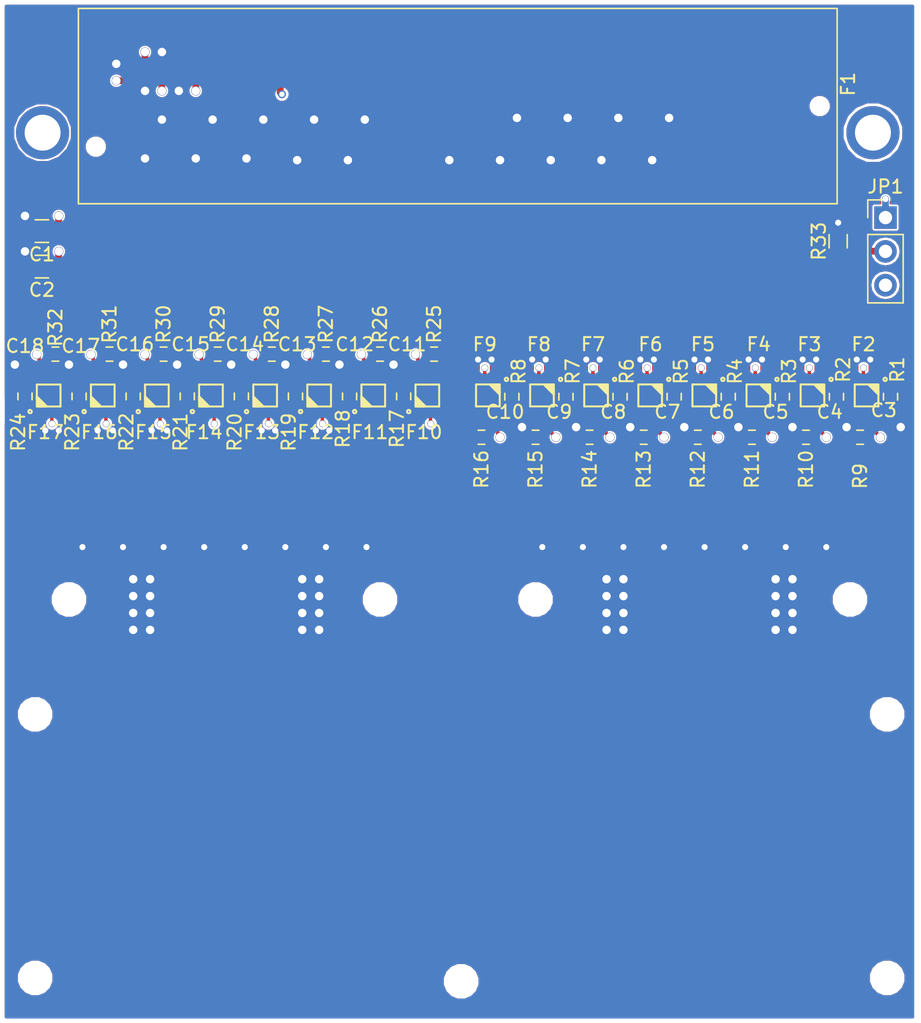
<source format=kicad_pcb>
(kicad_pcb (version 4) (host pcbnew 4.0.6+dfsg1-1)
  (layers (0 F.Cu signal) (1 In1.Cu power) (2 In2.Cu power hide) (31 B.Cu signal) (34 B.Paste user) (35 F.Paste user) (36 B.SilkS user) (37 F.SilkS user) (38 B.Mask user) (39 F.Mask user) (44 Edge.Cuts user))
  (net 0 "")
  (net 1 /GND)
  (net 2 "Net-(F1-PadG40)")
  (net 3 "Net-(F1-PadC02)")
  (net 4 "Net-(F1-PadG01)")
  (net 5 "Net-(F1-PadG02)")
  (net 6 "Net-(F1-PadH01)")
  (net 7 "Net-(F1-PadH02)")
  (net 8 "Net-(F1-PadG07)")
  (net 9 "Net-(F1-PadG05)")
  (net 10 "Net-(F1-PadH05)")
  (net 11 "Net-(F1-PadH06)")
  (net 12 "Net-(F1-PadG06)")
  (net 13 "Net-(F1-PadG04)")
  (net 14 "Net-(F1-PadH04)")
  (net 15 "Net-(F1-PadH03)")
  (net 16 "Net-(F1-PadG03)")
  (net 17 "Net-(F1-PadG19)")
  (net 18 /FMC_IN_1_P)
  (net 19 /FMC_IN_1_N)
  (net 20 "Net-(F1-PadG20)")
  (net 21 "Net-(F1-PadG21)")
  (net 22 "Net-(F1-PadG24)")
  (net 23 /FMC_IN_3_P)
  (net 24 "Net-(F1-PadG25)")
  (net 25 "Net-(F1-PadG23)")
  (net 26 /FMC_IN_2_N)
  (net 27 /FMC_IN_2_P)
  (net 28 "Net-(F1-PadG22)")
  (net 29 /FMC_IN_0_P)
  (net 30 "Net-(F1-PadG18)")
  (net 31 /FMC_IN_0_N)
  (net 32 /FMC_IN_4_N)
  (net 33 /FMC_IN_5_N)
  (net 34 /FMC_IN_5_P)
  (net 35 /FMC_IN_4_P)
  (net 36 /FMC_IN_3_N)
  (net 37 /FMC_IN_6_N)
  (net 38 /FMC_IN_7_P)
  (net 39 "Net-(F1-PadH40)")
  (net 40 "Net-(F1-PadG39)")
  (net 41 /FMC_IN_7_N)
  (net 42 /FMC_IN_6_P)
  (net 43 "Net-(F1-PadC33)")
  (net 44 "Net-(F1-PadD33)")
  (net 45 "Net-(F1-PadD34)")
  (net 46 "Net-(F1-PadC34)")
  (net 47 "Net-(F1-PadC37)")
  (net 48 "Net-(F1-PadC36)")
  (net 49 "Net-(F1-PadD35)")
  (net 50 "Net-(F1-PadC35)")
  (net 51 "Net-(F1-PadC26)")
  (net 52 /FMC_OUT_7_P)
  (net 53 /FMC_OUT_7_N)
  (net 54 "Net-(F1-PadC27)")
  (net 55 "Net-(F1-PadC28)")
  (net 56 "Net-(F1-PadC31)")
  (net 57 "Net-(F1-PadD32)")
  (net 58 "Net-(F1-PadC32)")
  (net 59 "Net-(F1-PadC30)")
  (net 60 "Net-(F1-PadD30)")
  (net 61 "Net-(F1-PadD29)")
  (net 62 "Net-(F1-PadC29)")
  (net 63 /FMC_OUT_1_N)
  (net 64 /FMC_OUT_2_P)
  (net 65 /FMC_OUT_2_N)
  (net 66 /FMC_OUT_3_P)
  (net 67 /FMC_OUT_4_P)
  (net 68 /FMC_OUT_4_N)
  (net 69 /FMC_OUT_3_N)
  (net 70 "Net-(F1-PadC22)")
  (net 71 /FMC_OUT_6_P)
  (net 72 "Net-(F1-PadC23)")
  (net 73 "Net-(F1-PadC25)")
  (net 74 /FMC_OUT_6_N)
  (net 75 "Net-(F1-PadC24)")
  (net 76 /FMC_OUT_5_N)
  (net 77 /FMC_OUT_5_P)
  (net 78 "Net-(F1-PadC03)")
  (net 79 "Net-(F1-PadD03)")
  (net 80 "Net-(F1-PadD04)")
  (net 81 "Net-(F1-PadC04)")
  (net 82 "Net-(F1-PadC06)")
  (net 83 "Net-(F1-PadD06)")
  (net 84 "Net-(F1-PadD05)")
  (net 85 "Net-(F1-PadC05)")
  (net 86 /FMC_OUT_0_N)
  (net 87 /FMC_OUT_1_P)
  (net 88 /FMC_OUT_0_P)
  (net 89 "Net-(F1-PadD07)")
  (net 90 "Net-(F1-PadC07)")
  (net 91 "Net-(F1-PadD02)")
  (net 92 "Net-(F1-PadD01)")
  (net 93 "Net-(F1-PadC01)")
  (net 94 "Net-(F1-PadH24)")
  (net 95 "Net-(F1-PadH25)")
  (net 96 "Net-(F1-PadH23)")
  (net 97 "Net-(F1-PadH22)")
  (net 98 "Net-(F1-PadH26)")
  (net 99 "Net-(F1-PadD26)")
  (net 100 "Net-(F1-PadD27)")
  (net 101 "Net-(F1-PadD28)")
  (net 102 "Net-(F1-PadD23)")
  (net 103 "Net-(F1-PadD25)")
  (net 104 "Net-(F1-PadD24)")
  (net 105 /3P3V)
  (net 106 "Net-(F1-PadC11)")
  (net 107 "Net-(F1-PadD11)")
  (net 108 "Net-(F1-PadD12)")
  (net 109 "Net-(F1-PadC12)")
  (net 110 "Net-(F1-PadC14)")
  (net 111 "Net-(F1-PadD14)")
  (net 112 "Net-(F1-PadD13)")
  (net 113 "Net-(F1-PadC13)")
  (net 114 "Net-(F1-PadC17)")
  (net 115 "Net-(F1-PadD17)")
  (net 116 "Net-(F1-PadD18)")
  (net 117 "Net-(F1-PadC18)")
  (net 118 "Net-(F1-PadC16)")
  (net 119 "Net-(F1-PadD16)")
  (net 120 "Net-(F1-PadD15)")
  (net 121 "Net-(F1-PadC15)")
  (net 122 "Net-(F1-PadD22)")
  (net 123 "Net-(F1-PadD21)")
  (net 124 "Net-(F1-PadC21)")
  (net 125 "Net-(F1-PadC20)")
  (net 126 "Net-(F1-PadD20)")
  (net 127 "Net-(F1-PadD19)")
  (net 128 "Net-(F1-PadC19)")
  (net 129 "Net-(F1-PadC09)")
  (net 130 "Net-(F1-PadD09)")
  (net 131 "Net-(F1-PadD10)")
  (net 132 "Net-(F1-PadC10)")
  (net 133 "Net-(F1-PadC08)")
  (net 134 "Net-(F1-PadD08)")
  (net 135 /TERM_IN_0_N)
  (net 136 /TERM_IN_0_P)
  (net 137 /TERM_IN_2_N)
  (net 138 /TERM_IN_2_P)
  (net 139 /TERM_IN_4_N)
  (net 140 /TERM_IN_4_P)
  (net 141 /TERM_IN_6_N)
  (net 142 /TERM_IN_6_P)
  (net 143 /TERM_IN_1_N)
  (net 144 /TERM_IN_1_P)
  (net 145 /TERM_IN_3_N)
  (net 146 /TERM_IN_3_P)
  (net 147 /TERM_IN_5_N)
  (net 148 /TERM_IN_5_P)
  (net 149 /TERM_IN_7_N)
  (net 150 /TERM_IN_7_P)
  (net 151 /TERM_OUT_0_N)
  (net 152 /TERM_OUT_0_P)
  (net 153 /TERM_OUT_2_N)
  (net 154 /TERM_OUT_2_P)
  (net 155 /TERM_OUT_4_N)
  (net 156 /TERM_OUT_4_P)
  (net 157 /TERM_OUT_6_N)
  (net 158 /TERM_OUT_6_P)
  (net 159 /TERM_OUT_1_N)
  (net 160 /TERM_OUT_1_P)
  (net 161 /TERM_OUT_3_N)
  (net 162 /TERM_OUT_3_P)
  (net 163 /TERM_OUT_5_N)
  (net 164 /TERM_OUT_5_P)
  (net 165 /TERM_OUT_7_N)
  (net 166 /TERM_OUT_7_P)
  (net 167 /ENABLE)
  (net 168 /FMC_ENABLE)
  (module terminal:terminal (layer F.Cu) (at 133.223 98.171)
    (fp_text reference T2 hide)
    (fp_text value terminal hide)
    (pad 2 smd rect (at 17.399 2.54) (size 0.635 1.27) (layers F.Cu F.Paste F.Mask) (net 152 /TERM_OUT_0_P))
    (pad 3 smd rect (at 16.383 2.54) (size 0.635 1.27) (layers F.Cu F.Paste F.Mask) (net 1 /GND))
    (pad 5 smd rect (at 14.351 2.54) (size 0.635 1.27) (layers F.Cu F.Paste F.Mask) (net 160 /TERM_OUT_1_P))
    (pad 6 smd rect (at 13.335 2.54) (size 0.635 1.27) (layers F.Cu F.Paste F.Mask) (net 1 /GND))
    (pad 8 smd rect (at 11.303 2.54) (size 0.635 1.27) (layers F.Cu F.Paste F.Mask) (net 154 /TERM_OUT_2_P))
    (pad 9 smd rect (at 10.287 2.54) (size 0.635 1.27) (layers F.Cu F.Paste F.Mask) (net 1 /GND))
    (pad 11 smd rect (at 8.255 2.54) (size 0.635 1.27) (layers F.Cu F.Paste F.Mask) (net 162 /TERM_OUT_3_P))
    (pad 12 smd rect (at 7.239 2.54) (size 0.635 1.27) (layers F.Cu F.Paste F.Mask) (net 1 /GND))
    (pad 23 smd rect (at -3.937 2.54) (size 0.635 1.27) (layers F.Cu F.Paste F.Mask) (net 166 /TERM_OUT_7_P))
    (pad 18 smd rect (at 1.143 2.54) (size 0.635 1.27) (layers F.Cu F.Paste F.Mask) (net 1 /GND))
    (pad 14 smd rect (at 5.207 2.54) (size 0.635 1.27) (layers F.Cu F.Paste F.Mask) (net 156 /TERM_OUT_4_P))
    (pad 15 smd rect (at 4.191 2.54) (size 0.635 1.27) (layers F.Cu F.Paste F.Mask) (net 1 /GND))
    (pad 17 smd rect (at 2.159 2.54) (size 0.635 1.27) (layers F.Cu F.Paste F.Mask) (net 164 /TERM_OUT_5_P))
    (pad 20 smd rect (at -0.889 2.54) (size 0.635 1.27) (layers F.Cu F.Paste F.Mask) (net 158 /TERM_OUT_6_P))
    (pad 21 smd rect (at -1.905 2.54) (size 0.635 1.27) (layers F.Cu F.Paste F.Mask) (net 1 /GND))
    (pad 24 smd rect (at -4.953 2.54) (size 0.635 1.27) (layers F.Cu F.Paste F.Mask) (net 1 /GND))
    (pad 22 smd rect (at -2.921 2.54) (size 0.635 1.27) (layers F.Cu F.Paste F.Mask) (net 165 /TERM_OUT_7_N))
    (pad 19 smd rect (at 0.127 2.54) (size 0.635 1.27) (layers F.Cu F.Paste F.Mask) (net 157 /TERM_OUT_6_N))
    (pad 16 smd rect (at 3.175 2.54) (size 0.635 1.27) (layers F.Cu F.Paste F.Mask) (net 163 /TERM_OUT_5_N))
    (pad 13 smd rect (at 6.223 2.54) (size 0.635 1.27) (layers F.Cu F.Paste F.Mask) (net 155 /TERM_OUT_4_N))
    (pad 10 smd rect (at 9.271 2.54) (size 0.635 1.27) (layers F.Cu F.Paste F.Mask) (net 161 /TERM_OUT_3_N))
    (pad 7 smd rect (at 12.319 2.54) (size 0.635 1.27) (layers F.Cu F.Paste F.Mask) (net 153 /TERM_OUT_2_N))
    (pad 4 smd rect (at 15.367 2.54) (size 0.635 1.27) (layers F.Cu F.Paste F.Mask) (net 159 /TERM_OUT_1_N))
    (pad 1 smd rect (at 18.415 2.54) (size 0.635 1.27) (layers F.Cu F.Paste F.Mask) (net 151 /TERM_OUT_0_N))
  )
  (module terminal:terminal (layer F.Cu) (at 167.767 98.171)
    (fp_text reference T1 hide)
    (fp_text value terminal hide)
    (pad 2 smd rect (at 17.399 2.54) (size 0.635 1.27) (layers F.Cu F.Paste F.Mask) (net 136 /TERM_IN_0_P))
    (pad 3 smd rect (at 16.383 2.54) (size 0.635 1.27) (layers F.Cu F.Paste F.Mask) (net 1 /GND))
    (pad 5 smd rect (at 14.351 2.54) (size 0.635 1.27) (layers F.Cu F.Paste F.Mask) (net 144 /TERM_IN_1_P))
    (pad 6 smd rect (at 13.335 2.54) (size 0.635 1.27) (layers F.Cu F.Paste F.Mask) (net 1 /GND))
    (pad 8 smd rect (at 11.303 2.54) (size 0.635 1.27) (layers F.Cu F.Paste F.Mask) (net 138 /TERM_IN_2_P))
    (pad 9 smd rect (at 10.287 2.54) (size 0.635 1.27) (layers F.Cu F.Paste F.Mask) (net 1 /GND))
    (pad 11 smd rect (at 8.255 2.54) (size 0.635 1.27) (layers F.Cu F.Paste F.Mask) (net 146 /TERM_IN_3_P))
    (pad 12 smd rect (at 7.239 2.54) (size 0.635 1.27) (layers F.Cu F.Paste F.Mask) (net 1 /GND))
    (pad 23 smd rect (at -3.937 2.54) (size 0.635 1.27) (layers F.Cu F.Paste F.Mask) (net 150 /TERM_IN_7_P))
    (pad 18 smd rect (at 1.143 2.54) (size 0.635 1.27) (layers F.Cu F.Paste F.Mask) (net 1 /GND))
    (pad 14 smd rect (at 5.207 2.54) (size 0.635 1.27) (layers F.Cu F.Paste F.Mask) (net 140 /TERM_IN_4_P))
    (pad 15 smd rect (at 4.191 2.54) (size 0.635 1.27) (layers F.Cu F.Paste F.Mask) (net 1 /GND))
    (pad 17 smd rect (at 2.159 2.54) (size 0.635 1.27) (layers F.Cu F.Paste F.Mask) (net 148 /TERM_IN_5_P))
    (pad 20 smd rect (at -0.889 2.54) (size 0.635 1.27) (layers F.Cu F.Paste F.Mask) (net 142 /TERM_IN_6_P))
    (pad 21 smd rect (at -1.905 2.54) (size 0.635 1.27) (layers F.Cu F.Paste F.Mask) (net 1 /GND))
    (pad 24 smd rect (at -4.953 2.54) (size 0.635 1.27) (layers F.Cu F.Paste F.Mask) (net 1 /GND))
    (pad 22 smd rect (at -2.921 2.54) (size 0.635 1.27) (layers F.Cu F.Paste F.Mask) (net 149 /TERM_IN_7_N))
    (pad 19 smd rect (at 0.127 2.54) (size 0.635 1.27) (layers F.Cu F.Paste F.Mask) (net 141 /TERM_IN_6_N))
    (pad 16 smd rect (at 3.175 2.54) (size 0.635 1.27) (layers F.Cu F.Paste F.Mask) (net 147 /TERM_IN_5_N))
    (pad 13 smd rect (at 6.223 2.54) (size 0.635 1.27) (layers F.Cu F.Paste F.Mask) (net 139 /TERM_IN_4_N))
    (pad 10 smd rect (at 9.271 2.54) (size 0.635 1.27) (layers F.Cu F.Paste F.Mask) (net 145 /TERM_IN_3_N))
    (pad 7 smd rect (at 12.319 2.54) (size 0.635 1.27) (layers F.Cu F.Paste F.Mask) (net 137 /TERM_IN_2_N))
    (pad 4 smd rect (at 15.367 2.54) (size 0.635 1.27) (layers F.Cu F.Paste F.Mask) (net 143 /TERM_IN_1_N))
    (pad 1 smd rect (at 18.415 2.54) (size 0.635 1.27) (layers F.Cu F.Paste F.Mask) (net 135 /TERM_IN_0_N))
  )
  (module Mounting_Holes:MountingHole_2.2mm_M2 (layer F.Cu) (at 185.928 105.664)
    (fp_text reference REF** hide)
    (fp_text value MountingHole_2.2mm_M2 hide)
    (pad 1 np_thru_hole circle (at 0 0) (size 2.2 2.2) (drill 2.2) (layers *.Cu *.Mask))
  )
  (module Mounting_Holes:MountingHole_2.2mm_M2 (layer F.Cu) (at 162.306 105.664)
    (fp_text reference REF** hide)
    (fp_text value MountingHole_2.2mm_M2 hide)
    (pad 1 np_thru_hole circle (at 0 0) (size 2.2 2.2) (drill 2.2) (layers *.Cu *.Mask))
  )
  (module Mounting_Holes:MountingHole_2.2mm_M2 (layer F.Cu) (at 150.622 105.664)
    (fp_text reference REF** hide)
    (fp_text value MountingHole_2.2mm_M2 hide)
    (pad 1 np_thru_hole circle (at 0 0) (size 2.2 2.2) (drill 2.2) (layers *.Cu *.Mask))
  )
  (module Mounting_Holes:MountingHole_2.2mm_M2 (layer F.Cu) (at 127.254 105.664)
    (fp_text reference REF** hide)
    (fp_text value MountingHole_2.2mm_M2 hide)
    (pad 1 np_thru_hole circle (at 0 0) (size 2.2 2.2) (drill 2.2) (layers *.Cu *.Mask))
  )
  (module Mounting_Holes:MountingHole_2.2mm_M2 (layer F.Cu) (at 188.468 114.3)
    (fp_text reference REF** hide)
    (fp_text value MountingHole_2.2mm_M2 hide)
    (pad "" np_thru_hole circle (at 0.254 0) (size 2.2 2.2) (drill 2.2) (layers *.Cu *.Mask))
  )
  (module Mounting_Holes:MountingHole_2.2mm_M2 (layer F.Cu) (at 149.86 134.366)
    (fp_text reference REF** hide)
    (fp_text value MountingHole_2.2mm_M2 hide)
    (pad "" np_thru_hole circle (at 6.858 0) (size 2.2 2.2) (drill 2.2) (layers *.Cu *.Mask))
  )
  (module Mounting_Holes:MountingHole_2.2mm_M2 (layer F.Cu) (at 188.722 134.112)
    (fp_text reference REF** hide)
    (fp_text value MountingHole_2.2mm_M2 hide)
    (pad 1 np_thru_hole circle (at 0 0) (size 2.2 2.2) (drill 2.2) (layers *.Cu *.Mask))
  )
  (module Mounting_Holes:MountingHole_2.2mm_M2 (layer F.Cu) (at 124.714 134.112)
    (fp_text reference REF** hide)
    (fp_text value MountingHole_2.2mm_M2 hide)
    (pad 1 np_thru_hole circle (at 0 0) (size 2.2 2.2) (drill 2.2) (layers *.Cu *.Mask))
  )
  (module FIN1101K8X:FIN1101K8X (layer F.Cu) (at 149.352 91.6686)
    (fp_text reference F11 (at 0.508 1.4224) (layer F.SilkS))
    (fp_text value F1N1101K8X hide)
    (pad 1 smd rect (at 0 0) (size 0.3 0.7) (layers F.Cu F.Paste F.Mask) (net 159 /TERM_OUT_1_N))
    (pad 2 smd rect (at 0.5 0) (size 0.3 0.7) (layers F.Cu F.Paste F.Mask) (net 1 /GND))
    (pad 3 smd rect (at 1 0) (size 0.3 0.7) (layers F.Cu F.Paste F.Mask) (net 167 /ENABLE))
    (pad 4 smd rect (at 1.5 0) (size 0.3 0.7) (layers F.Cu F.Paste F.Mask) (net 1 /GND))
    (pad 8 smd rect (at 0 -2.7) (size 0.3 0.7) (layers F.Cu F.Paste F.Mask) (net 160 /TERM_OUT_1_P))
    (pad 6 smd rect (at 1 -2.7) (size 0.3 0.7) (layers F.Cu F.Paste F.Mask) (net 19 /FMC_IN_1_N))
    (pad 7 smd rect (at 0.5 -2.7) (size 0.3 0.7) (layers F.Cu F.Paste F.Mask) (net 105 /3P3V))
    (pad 5 smd rect (at 1.5 -2.7) (size 0.3 0.7) (layers F.Cu F.Paste F.Mask) (net 18 /FMC_IN_1_P))
  )
  (module FIN1101K8X:FIN1101K8X (layer F.Cu) (at 141.232 91.6686)
    (fp_text reference F13 (at 0.5 1.4224) (layer F.SilkS))
    (fp_text value F1N1101K8X hide)
    (pad 1 smd rect (at 0 0) (size 0.3 0.7) (layers F.Cu F.Paste F.Mask) (net 161 /TERM_OUT_3_N))
    (pad 2 smd rect (at 0.5 0) (size 0.3 0.7) (layers F.Cu F.Paste F.Mask) (net 1 /GND))
    (pad 3 smd rect (at 1 0) (size 0.3 0.7) (layers F.Cu F.Paste F.Mask) (net 167 /ENABLE))
    (pad 4 smd rect (at 1.5 0) (size 0.3 0.7) (layers F.Cu F.Paste F.Mask) (net 1 /GND))
    (pad 8 smd rect (at 0 -2.7) (size 0.3 0.7) (layers F.Cu F.Paste F.Mask) (net 162 /TERM_OUT_3_P))
    (pad 6 smd rect (at 1 -2.7) (size 0.3 0.7) (layers F.Cu F.Paste F.Mask) (net 36 /FMC_IN_3_N))
    (pad 7 smd rect (at 0.5 -2.7) (size 0.3 0.7) (layers F.Cu F.Paste F.Mask) (net 105 /3P3V))
    (pad 5 smd rect (at 1.5 -2.7) (size 0.3 0.7) (layers F.Cu F.Paste F.Mask) (net 23 /FMC_IN_3_P))
  )
  (module Resistors_SMD:R_0402 (layer F.Cu) (at 123.952 90.3986 270)
    (fp_text reference R24 (at 2.6924 0.508 270) (layer F.SilkS))
    (fp_text value R_Small hide)
    (pad 1 smd rect (at -0.45 0 270) (size 0.4 0.6) (layers F.Cu F.Paste F.Mask) (net 166 /TERM_OUT_7_P))
    (pad 2 smd rect (at 0.45 0 270) (size 0.4 0.6) (layers F.Cu F.Paste F.Mask) (net 165 /TERM_OUT_7_N))
  )
  (module Resistors_SMD:R_0402 (layer F.Cu) (at 148.336 90.3986 270)
    (fp_text reference R18 (at 2.4384 0.508 270) (layer F.SilkS))
    (fp_text value R_Small hide)
    (pad 1 smd rect (at -0.45 0 270) (size 0.4 0.6) (layers F.Cu F.Paste F.Mask) (net 160 /TERM_OUT_1_P))
    (pad 2 smd rect (at 0.45 0 270) (size 0.4 0.6) (layers F.Cu F.Paste F.Mask) (net 159 /TERM_OUT_1_N))
  )
  (module Resistors_SMD:R_0402 (layer F.Cu) (at 164.592 90.424 270)
    (fp_text reference R7 (at -1.905 -0.508 270) (layer F.SilkS))
    (fp_text value ~)
    (pad 1 smd rect (at -0.45 0 270) (size 0.4 0.6) (layers F.Cu F.Paste F.Mask) (net 71 /FMC_OUT_6_P))
    (pad 2 smd rect (at 0.45 0 270) (size 0.4 0.6) (layers F.Cu F.Paste F.Mask) (net 74 /FMC_OUT_6_N))
  )
  (module Resistors_SMD:R_0402 (layer F.Cu) (at 184.912 90.424 270)
    (fp_text reference R2 (at -2.032 -0.508 270) (layer F.SilkS))
    (fp_text value ~)
    (pad 1 smd rect (at -0.45 0 270) (size 0.4 0.6) (layers F.Cu F.Paste F.Mask) (net 87 /FMC_OUT_1_P))
    (pad 2 smd rect (at 0.45 0 270) (size 0.4 0.6) (layers F.Cu F.Paste F.Mask) (net 63 /FMC_OUT_1_N))
  )
  (module FIN1101K8X:FIN1101K8X (layer F.Cu) (at 187.936 88.994 180)
    (fp_text reference F2 (at 0.992 2.507 180) (layer F.SilkS))
    (fp_text value F1N1101K8X hide)
    (pad 1 smd rect (at 0 0 180) (size 0.3 0.7) (layers F.Cu F.Paste F.Mask) (net 88 /FMC_OUT_0_P))
    (pad 2 smd rect (at 0.5 0 180) (size 0.3 0.7) (layers F.Cu F.Paste F.Mask) (net 1 /GND))
    (pad 3 smd rect (at 1 0 180) (size 0.3 0.7) (layers F.Cu F.Paste F.Mask) (net 167 /ENABLE))
    (pad 4 smd rect (at 1.5 0 180) (size 0.3 0.7) (layers F.Cu F.Paste F.Mask) (net 1 /GND))
    (pad 8 smd rect (at 0 -2.7 180) (size 0.3 0.7) (layers F.Cu F.Paste F.Mask) (net 86 /FMC_OUT_0_N))
    (pad 6 smd rect (at 1 -2.7 180) (size 0.3 0.7) (layers F.Cu F.Paste F.Mask) (net 135 /TERM_IN_0_N))
    (pad 7 smd rect (at 0.5 -2.7 180) (size 0.3 0.7) (layers F.Cu F.Paste F.Mask) (net 105 /3P3V))
    (pad 5 smd rect (at 1.5 -2.7 180) (size 0.3 0.7) (layers F.Cu F.Paste F.Mask) (net 136 /TERM_IN_0_P))
  )
  (module Connectors:FMC_LPC_ASP-134604-01 (layer F.Cu) (at 156.464 68.58)
    (fp_text reference F1 (at 29.32 -1.65 270) (layer F.SilkS))
    (fp_text value FMC_LPC hide)
    (pad G40 thru_hole circle (at -31.19 2) (size 4 4) (drill 2.7) (layers *.Cu *.Mask) (net 2 "Net-(F1-PadG40)") (clearance 0.1))
    (pad C02 smd circle (at 23.5 -3.17) (size 0.64 0.64) (layers F.Cu F.Paste F.Mask) (net 3 "Net-(F1-PadC02)") (clearance 0.1))
    (pad "" np_thru_hole circle (at 27.19 0) (size 1.27 1.27) (drill 1.27) (layers *.Cu *.Mask) (clearance 0.1))
    (pad G01 smd circle (at 24.77 1.91) (size 0.64 0.64) (layers F.Cu F.Paste F.Mask) (net 4 "Net-(F1-PadG01)") (clearance 0.1))
    (pad G02 smd circle (at 23.5 1.91) (size 0.64 0.64) (layers F.Cu F.Paste F.Mask) (net 5 "Net-(F1-PadG02)") (clearance 0.1))
    (pad H01 smd circle (at 24.77 3.17) (size 0.64 0.64) (layers F.Cu F.Paste F.Mask) (net 6 "Net-(F1-PadH01)") (clearance 0.1))
    (pad H02 smd circle (at 23.5 3.17) (size 0.64 0.64) (layers F.Cu F.Paste F.Mask) (net 7 "Net-(F1-PadH02)") (clearance 0.1))
    (pad G07 smd circle (at 17.14 1.91) (size 0.64 0.64) (layers F.Cu F.Paste F.Mask) (net 8 "Net-(F1-PadG07)") (clearance 0.1))
    (pad H07 smd circle (at 17.14 3.17) (size 0.64 0.64) (layers F.Cu F.Paste F.Mask) (net 86 /FMC_OUT_0_N) (clearance 0.1))
    (pad H08 smd circle (at 15.88 3.17) (size 0.64 0.64) (layers F.Cu F.Paste F.Mask) (net 88 /FMC_OUT_0_P) (clearance 0.1))
    (pad G08 smd circle (at 15.88 1.91) (size 0.64 0.64) (layers F.Cu F.Paste F.Mask) (net 1 /GND) (clearance 0.1))
    (pad G10 smd circle (at 13.34 1.91) (size 0.64 0.64) (layers F.Cu F.Paste F.Mask) (net 87 /FMC_OUT_1_P) (clearance 0.1))
    (pad H10 smd circle (at 13.34 3.17) (size 0.64 0.64) (layers F.Cu F.Paste F.Mask) (net 65 /FMC_OUT_2_N) (clearance 0.1))
    (pad H09 smd circle (at 14.61 3.17) (size 0.64 0.64) (layers F.Cu F.Paste F.Mask) (net 1 /GND) (clearance 0.1))
    (pad G09 smd circle (at 14.61 1.91) (size 0.64 0.64) (layers F.Cu F.Paste F.Mask) (net 63 /FMC_OUT_1_N) (clearance 0.1))
    (pad G05 smd circle (at 19.68 1.91) (size 0.64 0.64) (layers F.Cu F.Paste F.Mask) (net 9 "Net-(F1-PadG05)") (clearance 0.1))
    (pad H05 smd circle (at 19.68 3.17) (size 0.64 0.64) (layers F.Cu F.Paste F.Mask) (net 10 "Net-(F1-PadH05)") (clearance 0.1))
    (pad H06 smd circle (at 18.41 3.17) (size 0.64 0.64) (layers F.Cu F.Paste F.Mask) (net 11 "Net-(F1-PadH06)") (clearance 0.1))
    (pad G06 smd circle (at 18.41 1.91) (size 0.64 0.64) (layers F.Cu F.Paste F.Mask) (net 12 "Net-(F1-PadG06)") (clearance 0.1))
    (pad G04 smd circle (at 20.95 1.91) (size 0.64 0.64) (layers F.Cu F.Paste F.Mask) (net 13 "Net-(F1-PadG04)") (clearance 0.1))
    (pad H04 smd circle (at 20.95 3.17) (size 0.64 0.64) (layers F.Cu F.Paste F.Mask) (net 14 "Net-(F1-PadH04)") (clearance 0.1))
    (pad H03 smd circle (at 22.23 3.17) (size 0.64 0.64) (layers F.Cu F.Paste F.Mask) (net 15 "Net-(F1-PadH03)") (clearance 0.1))
    (pad G03 smd circle (at 22.23 1.91) (size 0.64 0.64) (layers F.Cu F.Paste F.Mask) (net 16 "Net-(F1-PadG03)") (clearance 0.1))
    (pad G19 smd circle (at 1.91 1.91) (size 0.64 0.64) (layers F.Cu F.Paste F.Mask) (net 17 "Net-(F1-PadG19)") (clearance 0.1))
    (pad H19 smd circle (at 1.91 3.17) (size 0.64 0.64) (layers F.Cu F.Paste F.Mask) (net 53 /FMC_OUT_7_N) (clearance 0.1))
    (pad H20 smd circle (at 0.64 3.17) (size 0.64 0.64) (layers F.Cu F.Paste F.Mask) (net 52 /FMC_OUT_7_P) (clearance 0.1))
    (pad G20 smd circle (at 0.64 1.91) (size 0.64 0.64) (layers F.Cu F.Paste F.Mask) (net 20 "Net-(F1-PadG20)") (clearance 0.1))
    (pad G21 smd circle (at -0.64 1.91) (size 0.64 0.64) (layers F.Cu F.Paste F.Mask) (net 21 "Net-(F1-PadG21)") (clearance 0.1))
    (pad H21 smd circle (at -0.62 3.17) (size 0.64 0.64) (layers F.Cu F.Paste F.Mask) (net 1 /GND) (clearance 0.1))
    (pad G24 smd circle (at -4.45 1.91) (size 0.64 0.64) (layers F.Cu F.Paste F.Mask) (net 22 "Net-(F1-PadG24)") (clearance 0.1))
    (pad H24 smd circle (at -4.45 3.17) (size 0.64 0.64) (layers F.Cu F.Paste F.Mask) (net 94 "Net-(F1-PadH24)") (clearance 0.1))
    (pad H25 smd circle (at -5.71 3.17) (size 0.64 0.64) (layers F.Cu F.Paste F.Mask) (net 95 "Net-(F1-PadH25)") (clearance 0.1))
    (pad G25 smd circle (at -5.71 1.91) (size 0.64 0.64) (layers F.Cu F.Paste F.Mask) (net 24 "Net-(F1-PadG25)") (clearance 0.1))
    (pad G23 smd circle (at -3.17 1.91) (size 0.64 0.64) (layers F.Cu F.Paste F.Mask) (net 25 "Net-(F1-PadG23)") (clearance 0.1))
    (pad H23 smd circle (at -3.17 3.17) (size 0.64 0.64) (layers F.Cu F.Paste F.Mask) (net 96 "Net-(F1-PadH23)") (clearance 0.1))
    (pad H22 smd circle (at -1.91 3.17) (size 0.64 0.64) (layers F.Cu F.Paste F.Mask) (net 97 "Net-(F1-PadH22)") (clearance 0.1))
    (pad G22 smd circle (at -1.91 1.91) (size 0.64 0.64) (layers F.Cu F.Paste F.Mask) (net 28 "Net-(F1-PadG22)") (clearance 0.1))
    (pad G15 smd circle (at 6.99 1.91) (size 0.64 0.64) (layers F.Cu F.Paste F.Mask) (net 76 /FMC_OUT_5_N) (clearance 0.1))
    (pad H15 smd circle (at 6.99 3.17) (size 0.64 0.64) (layers F.Cu F.Paste F.Mask) (net 1 /GND) (clearance 0.1))
    (pad H16 smd circle (at 5.71 3.17) (size 0.64 0.64) (layers F.Cu F.Paste F.Mask) (net 74 /FMC_OUT_6_N) (clearance 0.1))
    (pad G16 smd circle (at 5.71 1.91) (size 0.64 0.64) (layers F.Cu F.Paste F.Mask) (net 77 /FMC_OUT_5_P) (clearance 0.1))
    (pad G18 smd circle (at 3.17 1.91) (size 0.64 0.64) (layers F.Cu F.Paste F.Mask) (net 30 "Net-(F1-PadG18)") (clearance 0.1))
    (pad H18 smd circle (at 3.17 3.17) (size 0.64 0.64) (layers F.Cu F.Paste F.Mask) (net 1 /GND) (clearance 0.1))
    (pad H17 smd circle (at 4.45 3.17) (size 0.64 0.64) (layers F.Cu F.Paste F.Mask) (net 71 /FMC_OUT_6_P) (clearance 0.1))
    (pad G17 smd circle (at 4.45 1.91) (size 0.64 0.64) (layers F.Cu F.Paste F.Mask) (net 1 /GND) (clearance 0.1))
    (pad G13 smd circle (at 9.53 1.91) (size 0.64 0.64) (layers F.Cu F.Paste F.Mask) (net 66 /FMC_OUT_3_P) (clearance 0.1))
    (pad H13 smd circle (at 9.53 3.17) (size 0.64 0.64) (layers F.Cu F.Paste F.Mask) (net 68 /FMC_OUT_4_N) (clearance 0.1))
    (pad H14 smd circle (at 8.26 3.17) (size 0.64 0.64) (layers F.Cu F.Paste F.Mask) (net 67 /FMC_OUT_4_P) (clearance 0.1))
    (pad G14 smd circle (at 8.26 1.91) (size 0.64 0.64) (layers F.Cu F.Paste F.Mask) (net 1 /GND) (clearance 0.1))
    (pad G12 smd circle (at 10.79 1.91) (size 0.64 0.64) (layers F.Cu F.Paste F.Mask) (net 69 /FMC_OUT_3_N) (clearance 0.1))
    (pad H12 smd circle (at 10.79 3.17) (size 0.64 0.64) (layers F.Cu F.Paste F.Mask) (net 1 /GND) (clearance 0.1))
    (pad H11 smd circle (at 12.06 3.17) (size 0.64 0.64) (layers F.Cu F.Paste F.Mask) (net 64 /FMC_OUT_2_P) (clearance 0.1))
    (pad G11 smd circle (at 12.06 1.91) (size 0.64 0.64) (layers F.Cu F.Paste F.Mask) (net 1 /GND) (clearance 0.1))
    (pad G29 smd circle (at -10.79 1.91) (size 0.64 0.64) (layers F.Cu F.Paste F.Mask) (net 1 /GND) (clearance 0.1))
    (pad H29 smd circle (at -10.79 3.17) (size 0.64 0.64) (layers F.Cu F.Paste F.Mask) (net 18 /FMC_IN_1_P) (clearance 0.1))
    (pad H30 smd circle (at -12.06 3.17) (size 0.64 0.64) (layers F.Cu F.Paste F.Mask) (net 1 /GND) (clearance 0.1))
    (pad G30 smd circle (at -12.06 1.91) (size 0.64 0.64) (layers F.Cu F.Paste F.Mask) (net 26 /FMC_IN_2_N) (clearance 0.1))
    (pad G32 smd circle (at -14.61 1.91) (size 0.64 0.64) (layers F.Cu F.Paste F.Mask) (net 1 /GND) (clearance 0.1))
    (pad H32 smd circle (at -14.61 3.17) (size 0.64 0.64) (layers F.Cu F.Paste F.Mask) (net 23 /FMC_IN_3_P) (clearance 0.1))
    (pad H31 smd circle (at -13.34 3.17) (size 0.64 0.64) (layers F.Cu F.Paste F.Mask) (net 36 /FMC_IN_3_N) (clearance 0.1))
    (pad G31 smd circle (at -13.34 1.91) (size 0.64 0.64) (layers F.Cu F.Paste F.Mask) (net 27 /FMC_IN_2_P) (clearance 0.1))
    (pad H28 smd circle (at -9.53 3.17) (size 0.64 0.64) (layers F.Cu F.Paste F.Mask) (net 19 /FMC_IN_1_N) (clearance 0.1))
    (pad G28 smd circle (at -9.53 1.91) (size 0.64 0.64) (layers F.Cu F.Paste F.Mask) (net 29 /FMC_IN_0_P) (clearance 0.1))
    (pad G27 smd circle (at -8.26 1.91) (size 0.64 0.64) (layers F.Cu F.Paste F.Mask) (net 31 /FMC_IN_0_N) (clearance 0.1))
    (pad H27 smd circle (at -8.26 3.17) (size 0.64 0.64) (layers F.Cu F.Paste F.Mask) (net 1 /GND) (clearance 0.1))
    (pad H26 smd circle (at -6.99 3.17) (size 0.64 0.64) (layers F.Cu F.Paste F.Mask) (net 98 "Net-(F1-PadH26)") (clearance 0.1))
    (pad G26 smd circle (at -6.99 1.91) (size 0.64 0.64) (layers F.Cu F.Paste F.Mask) (net 1 /GND) (clearance 0.1))
    (pad G35 smd circle (at -18.41 1.91) (size 0.64 0.64) (layers F.Cu F.Paste F.Mask) (net 1 /GND) (clearance 0.1))
    (pad H35 smd circle (at -18.41 3.17) (size 0.64 0.64) (layers F.Cu F.Paste F.Mask) (net 34 /FMC_IN_5_P) (clearance 0.1))
    (pad H36 smd circle (at -19.68 3.17) (size 0.64 0.64) (layers F.Cu F.Paste F.Mask) (net 1 /GND) (clearance 0.1))
    (pad G36 smd circle (at -19.68 1.91) (size 0.64 0.64) (layers F.Cu F.Paste F.Mask) (net 37 /FMC_IN_6_N) (clearance 0.1))
    (pad G37 smd circle (at -20.95 1.91) (size 0.64 0.64) (layers F.Cu F.Paste F.Mask) (net 42 /FMC_IN_6_P) (clearance 0.1))
    (pad H37 smd circle (at -20.95 3.17) (size 0.64 0.64) (layers F.Cu F.Paste F.Mask) (net 41 /FMC_IN_7_N) (clearance 0.1))
    (pad G40 smd circle (at -24.77 1.91) (size 0.64 0.64) (layers F.Cu F.Paste F.Mask) (net 2 "Net-(F1-PadG40)") (clearance 0.1))
    (pad H40 smd circle (at -24.77 3.17) (size 0.64 0.64) (layers F.Cu F.Paste F.Mask) (net 39 "Net-(F1-PadH40)") (clearance 0.1))
    (pad G39 smd circle (at -23.5 1.91) (size 0.64 0.64) (layers F.Cu F.Paste F.Mask) (net 40 "Net-(F1-PadG39)") (clearance 0.1))
    (pad H39 smd circle (at -23.5 3.17) (size 0.64 0.64) (layers F.Cu F.Paste F.Mask) (net 1 /GND) (clearance 0.1))
    (pad H38 smd circle (at -22.23 3.17) (size 0.64 0.64) (layers F.Cu F.Paste F.Mask) (net 38 /FMC_IN_7_P) (clearance 0.1))
    (pad G38 smd circle (at -22.23 1.91) (size 0.64 0.64) (layers F.Cu F.Paste F.Mask) (net 1 /GND) (clearance 0.1))
    (pad G34 smd circle (at -17.14 1.91) (size 0.64 0.64) (layers F.Cu F.Paste F.Mask) (net 35 /FMC_IN_4_P) (clearance 0.1))
    (pad H34 smd circle (at -17.14 3.17) (size 0.64 0.64) (layers F.Cu F.Paste F.Mask) (net 33 /FMC_IN_5_N) (clearance 0.1))
    (pad H33 smd circle (at -15.88 3.17) (size 0.64 0.64) (layers F.Cu F.Paste F.Mask) (net 1 /GND) (clearance 0.1))
    (pad G33 smd circle (at -15.88 1.91) (size 0.64 0.64) (layers F.Cu F.Paste F.Mask) (net 32 /FMC_IN_4_N) (clearance 0.1))
    (pad C33 smd circle (at -15.88 -3.17) (size 0.64 0.64) (layers F.Cu F.Paste F.Mask) (net 43 "Net-(F1-PadC33)") (clearance 0.1))
    (pad D33 smd circle (at -15.88 -1.91) (size 0.64 0.64) (layers F.Cu F.Paste F.Mask) (net 44 "Net-(F1-PadD33)") (clearance 0.1))
    (pad D34 smd circle (at -17.14 -1.91) (size 0.64 0.64) (layers F.Cu F.Paste F.Mask) (net 45 "Net-(F1-PadD34)") (clearance 0.1))
    (pad C34 smd circle (at -17.14 -3.17) (size 0.64 0.64) (layers F.Cu F.Paste F.Mask) (net 46 "Net-(F1-PadC34)") (clearance 0.1))
    (pad C38 smd circle (at -22.23 -3.17) (size 0.64 0.64) (layers F.Cu F.Paste F.Mask) (net 1 /GND) (clearance 0.1))
    (pad D38 smd circle (at -22.23 -1.91) (size 0.64 0.64) (layers F.Cu F.Paste F.Mask) (net 105 /3P3V) (clearance 0.1))
    (pad D39 smd circle (at -23.5 -1.91) (size 0.64 0.64) (layers F.Cu F.Paste F.Mask) (net 1 /GND) (clearance 0.1))
    (pad C39 smd circle (at -23.5 -3.17) (size 0.64 0.64) (layers F.Cu F.Paste F.Mask) (net 105 /3P3V) (clearance 0.1))
    (pad D40 smd circle (at -24.77 -1.91) (size 0.64 0.64) (layers F.Cu F.Paste F.Mask) (net 105 /3P3V) (clearance 0.1))
    (pad C40 smd circle (at -24.77 -3.17) (size 0.64 0.64) (layers F.Cu F.Paste F.Mask) (net 1 /GND) (clearance 0.1))
    (pad D37 smd circle (at -20.95 -1.91) (size 0.64 0.64) (layers F.Cu F.Paste F.Mask) (net 1 /GND) (clearance 0.1))
    (pad C37 smd circle (at -20.95 -3.17) (size 0.64 0.64) (layers F.Cu F.Paste F.Mask) (net 47 "Net-(F1-PadC37)") (clearance 0.1))
    (pad C36 smd circle (at -19.68 -3.17) (size 0.64 0.64) (layers F.Cu F.Paste F.Mask) (net 48 "Net-(F1-PadC36)") (clearance 0.1))
    (pad D36 smd circle (at -19.68 -1.91) (size 0.64 0.64) (layers F.Cu F.Paste F.Mask) (net 105 /3P3V) (clearance 0.1))
    (pad D35 smd circle (at -18.41 -1.91) (size 0.64 0.64) (layers F.Cu F.Paste F.Mask) (net 49 "Net-(F1-PadD35)") (clearance 0.1))
    (pad C35 smd circle (at -18.41 -3.17) (size 0.64 0.64) (layers F.Cu F.Paste F.Mask) (net 50 "Net-(F1-PadC35)") (clearance 0.1))
    (pad C26 smd circle (at -6.99 -3.17) (size 0.64 0.64) (layers F.Cu F.Paste F.Mask) (net 51 "Net-(F1-PadC26)") (clearance 0.1))
    (pad D26 smd circle (at -6.99 -1.91) (size 0.64 0.64) (layers F.Cu F.Paste F.Mask) (net 99 "Net-(F1-PadD26)") (clearance 0.1))
    (pad D27 smd circle (at -8.26 -1.91) (size 0.64 0.64) (layers F.Cu F.Paste F.Mask) (net 100 "Net-(F1-PadD27)") (clearance 0.1))
    (pad C27 smd circle (at -8.26 -3.17) (size 0.64 0.64) (layers F.Cu F.Paste F.Mask) (net 54 "Net-(F1-PadC27)") (clearance 0.1))
    (pad C28 smd circle (at -9.53 -3.17) (size 0.64 0.64) (layers F.Cu F.Paste F.Mask) (net 55 "Net-(F1-PadC28)") (clearance 0.1))
    (pad D28 smd circle (at -9.53 -1.91) (size 0.64 0.64) (layers F.Cu F.Paste F.Mask) (net 101 "Net-(F1-PadD28)") (clearance 0.1))
    (pad C31 smd circle (at -13.34 -3.17) (size 0.64 0.64) (layers F.Cu F.Paste F.Mask) (net 56 "Net-(F1-PadC31)") (clearance 0.1))
    (pad D31 smd circle (at -13.34 -1.91) (size 0.64 0.64) (layers F.Cu F.Paste F.Mask) (net 168 /FMC_ENABLE) (clearance 0.1))
    (pad D32 smd circle (at -14.61 -1.91) (size 0.64 0.64) (layers F.Cu F.Paste F.Mask) (net 57 "Net-(F1-PadD32)") (clearance 0.1))
    (pad C32 smd circle (at -14.61 -3.17) (size 0.64 0.64) (layers F.Cu F.Paste F.Mask) (net 58 "Net-(F1-PadC32)") (clearance 0.1))
    (pad C30 smd circle (at -12.06 -3.17) (size 0.64 0.64) (layers F.Cu F.Paste F.Mask) (net 59 "Net-(F1-PadC30)") (clearance 0.1))
    (pad D30 smd circle (at -12.06 -1.91) (size 0.64 0.64) (layers F.Cu F.Paste F.Mask) (net 60 "Net-(F1-PadD30)") (clearance 0.1))
    (pad D29 smd circle (at -10.79 -1.91) (size 0.64 0.64) (layers F.Cu F.Paste F.Mask) (net 61 "Net-(F1-PadD29)") (clearance 0.1))
    (pad C29 smd circle (at -10.79 -3.17) (size 0.64 0.64) (layers F.Cu F.Paste F.Mask) (net 62 "Net-(F1-PadC29)") (clearance 0.1))
    (pad C11 smd circle (at 12.06 -3.17) (size 0.64 0.64) (layers F.Cu F.Paste F.Mask) (net 106 "Net-(F1-PadC11)") (clearance 0.1))
    (pad D11 smd circle (at 12.06 -1.91) (size 0.64 0.64) (layers F.Cu F.Paste F.Mask) (net 107 "Net-(F1-PadD11)") (clearance 0.1))
    (pad D12 smd circle (at 10.79 -1.91) (size 0.64 0.64) (layers F.Cu F.Paste F.Mask) (net 108 "Net-(F1-PadD12)") (clearance 0.1))
    (pad C12 smd circle (at 10.79 -3.17) (size 0.64 0.64) (layers F.Cu F.Paste F.Mask) (net 109 "Net-(F1-PadC12)") (clearance 0.1))
    (pad C14 smd circle (at 8.26 -3.17) (size 0.64 0.64) (layers F.Cu F.Paste F.Mask) (net 110 "Net-(F1-PadC14)") (clearance 0.1))
    (pad D14 smd circle (at 8.26 -1.91) (size 0.64 0.64) (layers F.Cu F.Paste F.Mask) (net 111 "Net-(F1-PadD14)") (clearance 0.1))
    (pad D13 smd circle (at 9.53 -1.91) (size 0.64 0.64) (layers F.Cu F.Paste F.Mask) (net 112 "Net-(F1-PadD13)") (clearance 0.1))
    (pad C13 smd circle (at 9.53 -3.17) (size 0.64 0.64) (layers F.Cu F.Paste F.Mask) (net 113 "Net-(F1-PadC13)") (clearance 0.1))
    (pad C17 smd circle (at 4.45 -3.17) (size 0.64 0.64) (layers F.Cu F.Paste F.Mask) (net 114 "Net-(F1-PadC17)") (clearance 0.1))
    (pad D17 smd circle (at 4.45 -1.91) (size 0.64 0.64) (layers F.Cu F.Paste F.Mask) (net 115 "Net-(F1-PadD17)") (clearance 0.1))
    (pad D18 smd circle (at 3.17 -1.91) (size 0.64 0.64) (layers F.Cu F.Paste F.Mask) (net 116 "Net-(F1-PadD18)") (clearance 0.1))
    (pad C18 smd circle (at 3.17 -3.17) (size 0.64 0.64) (layers F.Cu F.Paste F.Mask) (net 117 "Net-(F1-PadC18)") (clearance 0.1))
    (pad C16 smd circle (at 5.71 -3.17) (size 0.64 0.64) (layers F.Cu F.Paste F.Mask) (net 118 "Net-(F1-PadC16)") (clearance 0.1))
    (pad D16 smd circle (at 5.71 -1.91) (size 0.64 0.64) (layers F.Cu F.Paste F.Mask) (net 119 "Net-(F1-PadD16)") (clearance 0.1))
    (pad D15 smd circle (at 6.99 -1.91) (size 0.64 0.64) (layers F.Cu F.Paste F.Mask) (net 120 "Net-(F1-PadD15)") (clearance 0.1))
    (pad C15 smd circle (at 6.99 -3.17) (size 0.64 0.64) (layers F.Cu F.Paste F.Mask) (net 121 "Net-(F1-PadC15)") (clearance 0.1))
    (pad C22 smd circle (at -1.91 -3.17) (size 0.64 0.64) (layers F.Cu F.Paste F.Mask) (net 70 "Net-(F1-PadC22)") (clearance 0.1))
    (pad D22 smd circle (at -1.91 -1.91) (size 0.64 0.64) (layers F.Cu F.Paste F.Mask) (net 122 "Net-(F1-PadD22)") (clearance 0.1))
    (pad D23 smd circle (at -3.17 -1.91) (size 0.64 0.64) (layers F.Cu F.Paste F.Mask) (net 102 "Net-(F1-PadD23)") (clearance 0.1))
    (pad C23 smd circle (at -3.17 -3.17) (size 0.64 0.64) (layers F.Cu F.Paste F.Mask) (net 72 "Net-(F1-PadC23)") (clearance 0.1))
    (pad C25 smd circle (at -5.71 -3.17) (size 0.64 0.64) (layers F.Cu F.Paste F.Mask) (net 73 "Net-(F1-PadC25)") (clearance 0.1))
    (pad D25 smd circle (at -5.71 -1.91) (size 0.64 0.64) (layers F.Cu F.Paste F.Mask) (net 103 "Net-(F1-PadD25)") (clearance 0.1))
    (pad D24 smd circle (at -4.45 -1.91) (size 0.64 0.64) (layers F.Cu F.Paste F.Mask) (net 104 "Net-(F1-PadD24)") (clearance 0.1))
    (pad C24 smd circle (at -4.45 -3.17) (size 0.64 0.64) (layers F.Cu F.Paste F.Mask) (net 75 "Net-(F1-PadC24)") (clearance 0.1))
    (pad D21 smd circle (at -0.62 -1.91) (size 0.64 0.64) (layers F.Cu F.Paste F.Mask) (net 123 "Net-(F1-PadD21)") (clearance 0.1))
    (pad C21 smd circle (at -0.64 -3.17) (size 0.64 0.64) (layers F.Cu F.Paste F.Mask) (net 124 "Net-(F1-PadC21)") (clearance 0.1))
    (pad C20 smd circle (at 0.64 -3.17) (size 0.64 0.64) (layers F.Cu F.Paste F.Mask) (net 125 "Net-(F1-PadC20)") (clearance 0.1))
    (pad D20 smd circle (at 0.64 -1.91) (size 0.64 0.64) (layers F.Cu F.Paste F.Mask) (net 126 "Net-(F1-PadD20)") (clearance 0.1))
    (pad D19 smd circle (at 1.91 -1.91) (size 0.64 0.64) (layers F.Cu F.Paste F.Mask) (net 127 "Net-(F1-PadD19)") (clearance 0.1))
    (pad C19 smd circle (at 1.91 -3.17) (size 0.64 0.64) (layers F.Cu F.Paste F.Mask) (net 128 "Net-(F1-PadC19)") (clearance 0.1))
    (pad C03 smd circle (at 22.23 -3.17) (size 0.64 0.64) (layers F.Cu F.Paste F.Mask) (net 78 "Net-(F1-PadC03)") (clearance 0.1))
    (pad D03 smd circle (at 22.23 -1.91) (size 0.64 0.64) (layers F.Cu F.Paste F.Mask) (net 79 "Net-(F1-PadD03)") (clearance 0.1))
    (pad D04 smd circle (at 20.95 -1.91) (size 0.64 0.64) (layers F.Cu F.Paste F.Mask) (net 80 "Net-(F1-PadD04)") (clearance 0.1))
    (pad C04 smd circle (at 20.95 -3.17) (size 0.64 0.64) (layers F.Cu F.Paste F.Mask) (net 81 "Net-(F1-PadC04)") (clearance 0.1))
    (pad C06 smd circle (at 18.41 -3.17) (size 0.64 0.64) (layers F.Cu F.Paste F.Mask) (net 82 "Net-(F1-PadC06)") (clearance 0.1))
    (pad D06 smd circle (at 18.41 -1.91) (size 0.64 0.64) (layers F.Cu F.Paste F.Mask) (net 83 "Net-(F1-PadD06)") (clearance 0.1))
    (pad D05 smd circle (at 19.68 -1.91) (size 0.64 0.64) (layers F.Cu F.Paste F.Mask) (net 84 "Net-(F1-PadD05)") (clearance 0.1))
    (pad C05 smd circle (at 19.68 -3.17) (size 0.64 0.64) (layers F.Cu F.Paste F.Mask) (net 85 "Net-(F1-PadC05)") (clearance 0.1))
    (pad C09 smd circle (at 14.61 -3.17) (size 0.64 0.64) (layers F.Cu F.Paste F.Mask) (net 129 "Net-(F1-PadC09)") (clearance 0.1))
    (pad D09 smd circle (at 14.61 -1.91) (size 0.64 0.64) (layers F.Cu F.Paste F.Mask) (net 130 "Net-(F1-PadD09)") (clearance 0.1))
    (pad D10 smd circle (at 13.34 -1.91) (size 0.64 0.64) (layers F.Cu F.Paste F.Mask) (net 131 "Net-(F1-PadD10)") (clearance 0.1))
    (pad C10 smd circle (at 13.34 -3.17) (size 0.64 0.64) (layers F.Cu F.Paste F.Mask) (net 132 "Net-(F1-PadC10)") (clearance 0.1))
    (pad C08 smd circle (at 15.88 -3.17) (size 0.64 0.64) (layers F.Cu F.Paste F.Mask) (net 133 "Net-(F1-PadC08)") (clearance 0.1))
    (pad D08 smd circle (at 15.88 -1.91) (size 0.64 0.64) (layers F.Cu F.Paste F.Mask) (net 134 "Net-(F1-PadD08)") (clearance 0.1))
    (pad D07 smd circle (at 17.14 -1.91) (size 0.64 0.64) (layers F.Cu F.Paste F.Mask) (net 89 "Net-(F1-PadD07)") (clearance 0.1))
    (pad C07 smd circle (at 17.14 -3.17) (size 0.64 0.64) (layers F.Cu F.Paste F.Mask) (net 90 "Net-(F1-PadC07)") (clearance 0.1))
    (pad D02 smd circle (at 23.5 -1.91) (size 0.64 0.64) (layers F.Cu F.Paste F.Mask) (net 91 "Net-(F1-PadD02)") (clearance 0.1))
    (pad D01 smd circle (at 24.77 -1.91) (size 0.64 0.64) (layers F.Cu F.Paste F.Mask) (net 92 "Net-(F1-PadD01)") (clearance 0.1))
    (pad C01 smd circle (at 24.77 -3.17) (size 0.64 0.64) (layers F.Cu F.Paste F.Mask) (net 93 "Net-(F1-PadC01)"))
    (pad "" np_thru_hole circle (at -27.19 3.05) (size 1.27 1.27) (drill 1.27) (layers *.Cu *.Mask) (clearance 0.1))
    (pad C01 thru_hole circle (at 31.19 2) (size 4 4) (drill 2.7) (layers *.Cu *.Mask) (net 93 "Net-(F1-PadC01)"))
  )
  (module Capacitors_SMD:C_0402_NoSilk (layer F.Cu) (at 188.468 92.71)
    (fp_text reference C3 (at 0 -1.27) (layer F.SilkS))
    (fp_text value ~)
    (pad 1 smd rect (at -0.55 0) (size 0.6 0.5) (layers F.Cu F.Paste F.Mask) (net 105 /3P3V))
    (pad 2 smd rect (at 0.55 0) (size 0.6 0.5) (layers F.Cu F.Paste F.Mask) (net 1 /GND))
  )
  (module Capacitors_SMD:C_0402_NoSilk (layer F.Cu) (at 184.404 92.71)
    (fp_text reference C4 (at 0 -1.143) (layer F.SilkS))
    (fp_text value ~)
    (pad 1 smd rect (at -0.55 0) (size 0.6 0.5) (layers F.Cu F.Paste F.Mask) (net 105 /3P3V))
    (pad 2 smd rect (at 0.55 0) (size 0.6 0.5) (layers F.Cu F.Paste F.Mask) (net 1 /GND))
  )
  (module Capacitors_SMD:C_0402_NoSilk (layer F.Cu) (at 180.34 92.71)
    (fp_text reference C5 (at 0 -1.143) (layer F.SilkS))
    (fp_text value ~)
    (pad 1 smd rect (at -0.55 0) (size 0.6 0.5) (layers F.Cu F.Paste F.Mask) (net 105 /3P3V))
    (pad 2 smd rect (at 0.55 0) (size 0.6 0.5) (layers F.Cu F.Paste F.Mask) (net 1 /GND))
  )
  (module Capacitors_SMD:C_0402_NoSilk (layer F.Cu) (at 176.276 92.71)
    (fp_text reference C6 (at 0 -1.143) (layer F.SilkS))
    (fp_text value ~)
    (pad 1 smd rect (at -0.55 0) (size 0.6 0.5) (layers F.Cu F.Paste F.Mask) (net 105 /3P3V))
    (pad 2 smd rect (at 0.55 0) (size 0.6 0.5) (layers F.Cu F.Paste F.Mask) (net 1 /GND))
  )
  (module Capacitors_SMD:C_0402_NoSilk (layer F.Cu) (at 172.212 92.71)
    (fp_text reference C7 (at 0 -1.143) (layer F.SilkS))
    (fp_text value ~)
    (pad 1 smd rect (at -0.55 0) (size 0.6 0.5) (layers F.Cu F.Paste F.Mask) (net 105 /3P3V))
    (pad 2 smd rect (at 0.55 0) (size 0.6 0.5) (layers F.Cu F.Paste F.Mask) (net 1 /GND))
  )
  (module Capacitors_SMD:C_0402_NoSilk (layer F.Cu) (at 168.148 92.71)
    (fp_text reference C8 (at 0 -1.143) (layer F.SilkS))
    (fp_text value ~)
    (pad 1 smd rect (at -0.55 0) (size 0.6 0.5) (layers F.Cu F.Paste F.Mask) (net 105 /3P3V))
    (pad 2 smd rect (at 0.55 0) (size 0.6 0.5) (layers F.Cu F.Paste F.Mask) (net 1 /GND))
  )
  (module Capacitors_SMD:C_0402_NoSilk (layer F.Cu) (at 164.084 92.71)
    (fp_text reference C9 (at 0 -1.143) (layer F.SilkS))
    (fp_text value ~)
    (pad 1 smd rect (at -0.55 0) (size 0.6 0.5) (layers F.Cu F.Paste F.Mask) (net 105 /3P3V))
    (pad 2 smd rect (at 0.55 0) (size 0.6 0.5) (layers F.Cu F.Paste F.Mask) (net 1 /GND))
  )
  (module Capacitors_SMD:C_0402_NoSilk (layer F.Cu) (at 160.02 92.71)
    (fp_text reference C10 (at 0 -1.143) (layer F.SilkS))
    (fp_text value ~)
    (pad 1 smd rect (at -0.55 0) (size 0.6 0.5) (layers F.Cu F.Paste F.Mask) (net 105 /3P3V))
    (pad 2 smd rect (at 0.55 0) (size 0.6 0.5) (layers F.Cu F.Paste F.Mask) (net 1 /GND))
  )
  (module Capacitors_SMD:C_0402_NoSilk (layer F.Cu) (at 152.908 88.011 180)
    (fp_text reference C11 (at 0.254 1.524 180) (layer F.SilkS))
    (fp_text value ~)
    (pad 1 smd rect (at -0.55 0 180) (size 0.6 0.5) (layers F.Cu F.Paste F.Mask) (net 105 /3P3V))
    (pad 2 smd rect (at 0.55 0 180) (size 0.6 0.5) (layers F.Cu F.Paste F.Mask) (net 1 /GND))
  )
  (module Capacitors_SMD:C_0402_NoSilk (layer F.Cu) (at 148.844 88.011 180)
    (fp_text reference C12 (at 0.127 1.524 180) (layer F.SilkS))
    (fp_text value ~)
    (pad 1 smd rect (at -0.55 0 180) (size 0.6 0.5) (layers F.Cu F.Paste F.Mask) (net 105 /3P3V))
    (pad 2 smd rect (at 0.55 0 180) (size 0.6 0.5) (layers F.Cu F.Paste F.Mask) (net 1 /GND))
  )
  (module Capacitors_SMD:C_0402_NoSilk (layer F.Cu) (at 144.78 88.011 180)
    (fp_text reference C13 (at 0.381 1.524 180) (layer F.SilkS))
    (fp_text value ~)
    (pad 1 smd rect (at -0.55 0 180) (size 0.6 0.5) (layers F.Cu F.Paste F.Mask) (net 105 /3P3V))
    (pad 2 smd rect (at 0.55 0 180) (size 0.6 0.5) (layers F.Cu F.Paste F.Mask) (net 1 /GND))
  )
  (module Capacitors_SMD:C_0402_NoSilk (layer F.Cu) (at 140.716 88.011 180)
    (fp_text reference C14 (at 0.254 1.524 180) (layer F.SilkS))
    (fp_text value ~)
    (pad 1 smd rect (at -0.55 0 180) (size 0.6 0.5) (layers F.Cu F.Paste F.Mask) (net 105 /3P3V))
    (pad 2 smd rect (at 0.55 0 180) (size 0.6 0.5) (layers F.Cu F.Paste F.Mask) (net 1 /GND))
  )
  (module Capacitors_SMD:C_0402_NoSilk (layer F.Cu) (at 136.652 88.011 180)
    (fp_text reference C15 (at 0.254 1.524 180) (layer F.SilkS))
    (fp_text value ~)
    (pad 1 smd rect (at -0.55 0 180) (size 0.6 0.5) (layers F.Cu F.Paste F.Mask) (net 105 /3P3V))
    (pad 2 smd rect (at 0.55 0 180) (size 0.6 0.5) (layers F.Cu F.Paste F.Mask) (net 1 /GND))
  )
  (module Capacitors_SMD:C_0402_NoSilk (layer F.Cu) (at 132.588 88.011 180)
    (fp_text reference C16 (at 0.381 1.524 180) (layer F.SilkS))
    (fp_text value ~)
    (pad 1 smd rect (at -0.55 0 180) (size 0.6 0.5) (layers F.Cu F.Paste F.Mask) (net 105 /3P3V))
    (pad 2 smd rect (at 0.55 0 180) (size 0.6 0.5) (layers F.Cu F.Paste F.Mask) (net 1 /GND))
  )
  (module Capacitors_SMD:C_0402_NoSilk (layer F.Cu) (at 128.524 88.011 180)
    (fp_text reference C17 (at 0.381 1.397 180) (layer F.SilkS))
    (fp_text value ~)
    (pad 1 smd rect (at -0.55 0 180) (size 0.6 0.5) (layers F.Cu F.Paste F.Mask) (net 105 /3P3V))
    (pad 2 smd rect (at 0.55 0 180) (size 0.6 0.5) (layers F.Cu F.Paste F.Mask) (net 1 /GND))
  )
  (module Capacitors_SMD:C_0402_NoSilk (layer F.Cu) (at 124.46 88.011 180)
    (fp_text reference C18 (at 0.508 1.397 180) (layer F.SilkS))
    (fp_text value ~)
    (pad 1 smd rect (at -0.55 0 180) (size 0.6 0.5) (layers F.Cu F.Paste F.Mask) (net 105 /3P3V))
    (pad 2 smd rect (at 0.55 0 180) (size 0.6 0.5) (layers F.Cu F.Paste F.Mask) (net 1 /GND))
  )
  (module Resistors_SMD:R_0402 (layer F.Cu) (at 188.976 90.424 270)
    (fp_text reference R1 (at -2.032 -0.508 270) (layer F.SilkS))
    (fp_text value ~)
    (pad 1 smd rect (at -0.45 0 270) (size 0.4 0.6) (layers F.Cu F.Paste F.Mask) (net 88 /FMC_OUT_0_P))
    (pad 2 smd rect (at 0.45 0 270) (size 0.4 0.6) (layers F.Cu F.Paste F.Mask) (net 86 /FMC_OUT_0_N))
  )
  (module Resistors_SMD:R_0402 (layer F.Cu) (at 180.848 90.424 270)
    (fp_text reference R3 (at -1.905 -0.508 270) (layer F.SilkS))
    (fp_text value ~)
    (pad 1 smd rect (at -0.45 0 270) (size 0.4 0.6) (layers F.Cu F.Paste F.Mask) (net 64 /FMC_OUT_2_P))
    (pad 2 smd rect (at 0.45 0 270) (size 0.4 0.6) (layers F.Cu F.Paste F.Mask) (net 65 /FMC_OUT_2_N))
  )
  (module Resistors_SMD:R_0402 (layer F.Cu) (at 176.784 90.424 270)
    (fp_text reference R4 (at -1.905 -0.508 270) (layer F.SilkS))
    (fp_text value ~)
    (pad 1 smd rect (at -0.45 0 270) (size 0.4 0.6) (layers F.Cu F.Paste F.Mask) (net 66 /FMC_OUT_3_P))
    (pad 2 smd rect (at 0.45 0 270) (size 0.4 0.6) (layers F.Cu F.Paste F.Mask) (net 69 /FMC_OUT_3_N))
  )
  (module Resistors_SMD:R_0402 (layer F.Cu) (at 172.72 90.424 270)
    (fp_text reference R5 (at -1.905 -0.508 270) (layer F.SilkS))
    (fp_text value ~)
    (pad 1 smd rect (at -0.45 0 270) (size 0.4 0.6) (layers F.Cu F.Paste F.Mask) (net 67 /FMC_OUT_4_P))
    (pad 2 smd rect (at 0.45 0 270) (size 0.4 0.6) (layers F.Cu F.Paste F.Mask) (net 68 /FMC_OUT_4_N))
  )
  (module Resistors_SMD:R_0402 (layer F.Cu) (at 168.656 90.424 270)
    (fp_text reference R6 (at -1.905 -0.508 270) (layer F.SilkS))
    (fp_text value ~)
    (pad 1 smd rect (at -0.45 0 270) (size 0.4 0.6) (layers F.Cu F.Paste F.Mask) (net 77 /FMC_OUT_5_P))
    (pad 2 smd rect (at 0.45 0 270) (size 0.4 0.6) (layers F.Cu F.Paste F.Mask) (net 76 /FMC_OUT_5_N))
  )
  (module Resistors_SMD:R_0402 (layer F.Cu) (at 160.528 90.424 270)
    (fp_text reference R8 (at -1.905 -0.508 270) (layer F.SilkS))
    (fp_text value ~)
    (pad 1 smd rect (at -0.45 0 270) (size 0.4 0.6) (layers F.Cu F.Paste F.Mask) (net 52 /FMC_OUT_7_P))
    (pad 2 smd rect (at 0.45 0 270) (size 0.4 0.6) (layers F.Cu F.Paste F.Mask) (net 53 /FMC_OUT_7_N))
  )
  (module Resistors_SMD:R_0402 (layer F.Cu) (at 186.69 93.472)
    (fp_text reference R9 (at 0 2.921 90) (layer F.SilkS))
    (fp_text value ~)
    (pad 1 smd rect (at -0.45 0) (size 0.4 0.6) (layers F.Cu F.Paste F.Mask) (net 136 /TERM_IN_0_P))
    (pad 2 smd rect (at 0.45 0) (size 0.4 0.6) (layers F.Cu F.Paste F.Mask) (net 135 /TERM_IN_0_N))
  )
  (module Resistors_SMD:R_0402 (layer F.Cu) (at 182.626 93.472)
    (fp_text reference R10 (at 0 2.413 90) (layer F.SilkS))
    (fp_text value ~)
    (pad 1 smd rect (at -0.45 0) (size 0.4 0.6) (layers F.Cu F.Paste F.Mask) (net 144 /TERM_IN_1_P))
    (pad 2 smd rect (at 0.45 0) (size 0.4 0.6) (layers F.Cu F.Paste F.Mask) (net 143 /TERM_IN_1_N))
  )
  (module Resistors_SMD:R_0402 (layer F.Cu) (at 178.562 93.472)
    (fp_text reference R11 (at 0 2.413 90) (layer F.SilkS))
    (fp_text value ~)
    (pad 1 smd rect (at -0.45 0) (size 0.4 0.6) (layers F.Cu F.Paste F.Mask) (net 138 /TERM_IN_2_P))
    (pad 2 smd rect (at 0.45 0) (size 0.4 0.6) (layers F.Cu F.Paste F.Mask) (net 137 /TERM_IN_2_N))
  )
  (module Resistors_SMD:R_0402 (layer F.Cu) (at 174.498 93.472)
    (fp_text reference R12 (at 0 2.413 90) (layer F.SilkS))
    (fp_text value ~)
    (pad 1 smd rect (at -0.45 0) (size 0.4 0.6) (layers F.Cu F.Paste F.Mask) (net 146 /TERM_IN_3_P))
    (pad 2 smd rect (at 0.45 0) (size 0.4 0.6) (layers F.Cu F.Paste F.Mask) (net 145 /TERM_IN_3_N))
  )
  (module Resistors_SMD:R_0402 (layer F.Cu) (at 170.434 93.472)
    (fp_text reference R13 (at 0 2.413 90) (layer F.SilkS))
    (fp_text value ~)
    (pad 1 smd rect (at -0.45 0) (size 0.4 0.6) (layers F.Cu F.Paste F.Mask) (net 140 /TERM_IN_4_P))
    (pad 2 smd rect (at 0.45 0) (size 0.4 0.6) (layers F.Cu F.Paste F.Mask) (net 139 /TERM_IN_4_N))
  )
  (module Resistors_SMD:R_0402 (layer F.Cu) (at 166.37 93.472)
    (fp_text reference R14 (at 0 2.413 90) (layer F.SilkS))
    (fp_text value ~)
    (pad 1 smd rect (at -0.45 0) (size 0.4 0.6) (layers F.Cu F.Paste F.Mask) (net 148 /TERM_IN_5_P))
    (pad 2 smd rect (at 0.45 0) (size 0.4 0.6) (layers F.Cu F.Paste F.Mask) (net 147 /TERM_IN_5_N))
  )
  (module Resistors_SMD:R_0402 (layer F.Cu) (at 162.306 93.472)
    (fp_text reference R15 (at 0 2.413 90) (layer F.SilkS))
    (fp_text value ~)
    (pad 1 smd rect (at -0.45 0) (size 0.4 0.6) (layers F.Cu F.Paste F.Mask) (net 142 /TERM_IN_6_P))
    (pad 2 smd rect (at 0.45 0) (size 0.4 0.6) (layers F.Cu F.Paste F.Mask) (net 141 /TERM_IN_6_N))
  )
  (module Resistors_SMD:R_0402 (layer F.Cu) (at 158.242 93.472)
    (fp_text reference R16 (at 0 2.413 90) (layer F.SilkS))
    (fp_text value ~)
    (pad 1 smd rect (at -0.45 0) (size 0.4 0.6) (layers F.Cu F.Paste F.Mask) (net 150 /TERM_IN_7_P))
    (pad 2 smd rect (at 0.45 0) (size 0.4 0.6) (layers F.Cu F.Paste F.Mask) (net 149 /TERM_IN_7_N))
  )
  (module Resistors_SMD:R_0402 (layer F.Cu) (at 152.4 90.3986 270)
    (fp_text reference R17 (at 2.4384 0.508 270) (layer F.SilkS))
    (fp_text value R_Small hide)
    (pad 1 smd rect (at -0.45 0 270) (size 0.4 0.6) (layers F.Cu F.Paste F.Mask) (net 152 /TERM_OUT_0_P))
    (pad 2 smd rect (at 0.45 0 270) (size 0.4 0.6) (layers F.Cu F.Paste F.Mask) (net 151 /TERM_OUT_0_N))
  )
  (module Resistors_SMD:R_0402 (layer F.Cu) (at 144.272 90.3986 270)
    (fp_text reference R19 (at 2.6924 0.508 270) (layer F.SilkS))
    (fp_text value R_Small hide)
    (pad 1 smd rect (at -0.45 0 270) (size 0.4 0.6) (layers F.Cu F.Paste F.Mask) (net 154 /TERM_OUT_2_P))
    (pad 2 smd rect (at 0.45 0 270) (size 0.4 0.6) (layers F.Cu F.Paste F.Mask) (net 153 /TERM_OUT_2_N))
  )
  (module Resistors_SMD:R_0402 (layer F.Cu) (at 140.208 90.3986 270)
    (fp_text reference R20 (at 2.6924 0.508 270) (layer F.SilkS))
    (fp_text value R_Small hide)
    (pad 1 smd rect (at -0.45 0 270) (size 0.4 0.6) (layers F.Cu F.Paste F.Mask) (net 162 /TERM_OUT_3_P))
    (pad 2 smd rect (at 0.45 0 270) (size 0.4 0.6) (layers F.Cu F.Paste F.Mask) (net 161 /TERM_OUT_3_N))
  )
  (module Resistors_SMD:R_0402 (layer F.Cu) (at 132.08 90.3986 270)
    (fp_text reference R22 (at 2.6924 0.508 270) (layer F.SilkS))
    (fp_text value R_Small hide)
    (pad 1 smd rect (at -0.45 0 270) (size 0.4 0.6) (layers F.Cu F.Paste F.Mask) (net 164 /TERM_OUT_5_P))
    (pad 2 smd rect (at 0.45 0 270) (size 0.4 0.6) (layers F.Cu F.Paste F.Mask) (net 163 /TERM_OUT_5_N))
  )
  (module Resistors_SMD:R_0402 (layer F.Cu) (at 128.016 90.3986 270)
    (fp_text reference R23 (at 2.6924 0.508 270) (layer F.SilkS))
    (fp_text value R_Small hide)
    (pad 1 smd rect (at -0.45 0 270) (size 0.4 0.6) (layers F.Cu F.Paste F.Mask) (net 158 /TERM_OUT_6_P))
    (pad 2 smd rect (at 0.45 0 270) (size 0.4 0.6) (layers F.Cu F.Paste F.Mask) (net 157 /TERM_OUT_6_N))
  )
  (module Resistors_SMD:R_0402 (layer F.Cu) (at 154.686 87.2236)
    (fp_text reference R25 (at 0 -2.2606 90) (layer F.SilkS))
    (fp_text value R_Small hide)
    (pad 1 smd rect (at -0.45 0) (size 0.4 0.6) (layers F.Cu F.Paste F.Mask) (net 29 /FMC_IN_0_P))
    (pad 2 smd rect (at 0.45 0) (size 0.4 0.6) (layers F.Cu F.Paste F.Mask) (net 31 /FMC_IN_0_N))
  )
  (module Resistors_SMD:R_0402 (layer F.Cu) (at 150.622 87.2236)
    (fp_text reference R26 (at 0 -2.2606 90) (layer F.SilkS))
    (fp_text value R_Small hide)
    (pad 1 smd rect (at -0.45 0) (size 0.4 0.6) (layers F.Cu F.Paste F.Mask) (net 18 /FMC_IN_1_P))
    (pad 2 smd rect (at 0.45 0) (size 0.4 0.6) (layers F.Cu F.Paste F.Mask) (net 19 /FMC_IN_1_N))
  )
  (module Resistors_SMD:R_0402 (layer F.Cu) (at 146.558 87.2236)
    (fp_text reference R27 (at 0 -2.2606 90) (layer F.SilkS))
    (fp_text value R_Small hide)
    (pad 1 smd rect (at -0.45 0) (size 0.4 0.6) (layers F.Cu F.Paste F.Mask) (net 27 /FMC_IN_2_P))
    (pad 2 smd rect (at 0.45 0) (size 0.4 0.6) (layers F.Cu F.Paste F.Mask) (net 26 /FMC_IN_2_N))
  )
  (module Resistors_SMD:R_0402 (layer F.Cu) (at 142.494 87.2236)
    (fp_text reference R28 (at 0 -2.2606 90) (layer F.SilkS))
    (fp_text value R_Small hide)
    (pad 1 smd rect (at -0.45 0) (size 0.4 0.6) (layers F.Cu F.Paste F.Mask) (net 23 /FMC_IN_3_P))
    (pad 2 smd rect (at 0.45 0) (size 0.4 0.6) (layers F.Cu F.Paste F.Mask) (net 36 /FMC_IN_3_N))
  )
  (module Resistors_SMD:R_0402 (layer F.Cu) (at 138.43 87.2236)
    (fp_text reference R29 (at 0 -2.2606 90) (layer F.SilkS))
    (fp_text value R_Small hide)
    (pad 1 smd rect (at -0.45 0) (size 0.4 0.6) (layers F.Cu F.Paste F.Mask) (net 35 /FMC_IN_4_P))
    (pad 2 smd rect (at 0.45 0) (size 0.4 0.6) (layers F.Cu F.Paste F.Mask) (net 32 /FMC_IN_4_N))
  )
  (module Resistors_SMD:R_0402 (layer F.Cu) (at 134.366 87.2236)
    (fp_text reference R30 (at 0 -2.2606 90) (layer F.SilkS))
    (fp_text value R_Small hide)
    (pad 1 smd rect (at -0.45 0) (size 0.4 0.6) (layers F.Cu F.Paste F.Mask) (net 34 /FMC_IN_5_P))
    (pad 2 smd rect (at 0.45 0) (size 0.4 0.6) (layers F.Cu F.Paste F.Mask) (net 33 /FMC_IN_5_N))
  )
  (module Resistors_SMD:R_0402 (layer F.Cu) (at 130.302 87.2236)
    (fp_text reference R31 (at 0 -2.2606 90) (layer F.SilkS))
    (fp_text value R_Small hide)
    (pad 1 smd rect (at -0.45 0) (size 0.4 0.6) (layers F.Cu F.Paste F.Mask) (net 42 /FMC_IN_6_P))
    (pad 2 smd rect (at 0.45 0) (size 0.4 0.6) (layers F.Cu F.Paste F.Mask) (net 37 /FMC_IN_6_N))
  )
  (module Resistors_SMD:R_0402 (layer F.Cu) (at 126.238 87.2236)
    (fp_text reference R32 (at 0 -2.0066 90) (layer F.SilkS))
    (fp_text value R_Small hide)
    (pad 1 smd rect (at -0.45 0) (size 0.4 0.6) (layers F.Cu F.Paste F.Mask) (net 38 /FMC_IN_7_P))
    (pad 2 smd rect (at 0.45 0) (size 0.4 0.6) (layers F.Cu F.Paste F.Mask) (net 41 /FMC_IN_7_N))
  )
  (module FIN1101K8X:FIN1101K8X (layer F.Cu) (at 183.872 88.994 180)
    (fp_text reference F3 (at 0.992 2.507 180) (layer F.SilkS))
    (fp_text value F1N1101K8X hide)
    (pad 1 smd rect (at 0 0 180) (size 0.3 0.7) (layers F.Cu F.Paste F.Mask) (net 87 /FMC_OUT_1_P))
    (pad 2 smd rect (at 0.5 0 180) (size 0.3 0.7) (layers F.Cu F.Paste F.Mask) (net 1 /GND))
    (pad 3 smd rect (at 1 0 180) (size 0.3 0.7) (layers F.Cu F.Paste F.Mask) (net 167 /ENABLE))
    (pad 4 smd rect (at 1.5 0 180) (size 0.3 0.7) (layers F.Cu F.Paste F.Mask) (net 1 /GND))
    (pad 8 smd rect (at 0 -2.7 180) (size 0.3 0.7) (layers F.Cu F.Paste F.Mask) (net 63 /FMC_OUT_1_N))
    (pad 6 smd rect (at 1 -2.7 180) (size 0.3 0.7) (layers F.Cu F.Paste F.Mask) (net 143 /TERM_IN_1_N))
    (pad 7 smd rect (at 0.5 -2.7 180) (size 0.3 0.7) (layers F.Cu F.Paste F.Mask) (net 105 /3P3V))
    (pad 5 smd rect (at 1.5 -2.7 180) (size 0.3 0.7) (layers F.Cu F.Paste F.Mask) (net 144 /TERM_IN_1_P))
  )
  (module FIN1101K8X:FIN1101K8X (layer F.Cu) (at 179.808 88.994 180)
    (fp_text reference F4 (at 0.738 2.507 180) (layer F.SilkS))
    (fp_text value F1N1101K8X hide)
    (pad 1 smd rect (at 0 0 180) (size 0.3 0.7) (layers F.Cu F.Paste F.Mask) (net 64 /FMC_OUT_2_P))
    (pad 2 smd rect (at 0.5 0 180) (size 0.3 0.7) (layers F.Cu F.Paste F.Mask) (net 1 /GND))
    (pad 3 smd rect (at 1 0 180) (size 0.3 0.7) (layers F.Cu F.Paste F.Mask) (net 167 /ENABLE))
    (pad 4 smd rect (at 1.5 0 180) (size 0.3 0.7) (layers F.Cu F.Paste F.Mask) (net 1 /GND))
    (pad 8 smd rect (at 0 -2.7 180) (size 0.3 0.7) (layers F.Cu F.Paste F.Mask) (net 65 /FMC_OUT_2_N))
    (pad 6 smd rect (at 1 -2.7 180) (size 0.3 0.7) (layers F.Cu F.Paste F.Mask) (net 137 /TERM_IN_2_N))
    (pad 7 smd rect (at 0.5 -2.7 180) (size 0.3 0.7) (layers F.Cu F.Paste F.Mask) (net 105 /3P3V))
    (pad 5 smd rect (at 1.5 -2.7 180) (size 0.3 0.7) (layers F.Cu F.Paste F.Mask) (net 138 /TERM_IN_2_P))
  )
  (module FIN1101K8X:FIN1101K8X (layer F.Cu) (at 175.744 88.994 180)
    (fp_text reference F5 (at 0.865 2.507 180) (layer F.SilkS))
    (fp_text value F1N1101K8X hide)
    (pad 1 smd rect (at 0 0 180) (size 0.3 0.7) (layers F.Cu F.Paste F.Mask) (net 66 /FMC_OUT_3_P))
    (pad 2 smd rect (at 0.5 0 180) (size 0.3 0.7) (layers F.Cu F.Paste F.Mask) (net 1 /GND))
    (pad 3 smd rect (at 1 0 180) (size 0.3 0.7) (layers F.Cu F.Paste F.Mask) (net 167 /ENABLE))
    (pad 4 smd rect (at 1.5 0 180) (size 0.3 0.7) (layers F.Cu F.Paste F.Mask) (net 1 /GND))
    (pad 8 smd rect (at 0 -2.7 180) (size 0.3 0.7) (layers F.Cu F.Paste F.Mask) (net 69 /FMC_OUT_3_N))
    (pad 6 smd rect (at 1 -2.7 180) (size 0.3 0.7) (layers F.Cu F.Paste F.Mask) (net 145 /TERM_IN_3_N))
    (pad 7 smd rect (at 0.5 -2.7 180) (size 0.3 0.7) (layers F.Cu F.Paste F.Mask) (net 105 /3P3V))
    (pad 5 smd rect (at 1.5 -2.7 180) (size 0.3 0.7) (layers F.Cu F.Paste F.Mask) (net 146 /TERM_IN_3_P))
  )
  (module FIN1101K8X:FIN1101K8X (layer F.Cu) (at 171.68 88.994 180)
    (fp_text reference F6 (at 0.738 2.507 180) (layer F.SilkS))
    (fp_text value F1N1101K8X hide)
    (pad 1 smd rect (at 0 0 180) (size 0.3 0.7) (layers F.Cu F.Paste F.Mask) (net 67 /FMC_OUT_4_P))
    (pad 2 smd rect (at 0.5 0 180) (size 0.3 0.7) (layers F.Cu F.Paste F.Mask) (net 1 /GND))
    (pad 3 smd rect (at 1 0 180) (size 0.3 0.7) (layers F.Cu F.Paste F.Mask) (net 167 /ENABLE))
    (pad 4 smd rect (at 1.5 0 180) (size 0.3 0.7) (layers F.Cu F.Paste F.Mask) (net 1 /GND))
    (pad 8 smd rect (at 0 -2.7 180) (size 0.3 0.7) (layers F.Cu F.Paste F.Mask) (net 68 /FMC_OUT_4_N))
    (pad 6 smd rect (at 1 -2.7 180) (size 0.3 0.7) (layers F.Cu F.Paste F.Mask) (net 139 /TERM_IN_4_N))
    (pad 7 smd rect (at 0.5 -2.7 180) (size 0.3 0.7) (layers F.Cu F.Paste F.Mask) (net 105 /3P3V))
    (pad 5 smd rect (at 1.5 -2.7 180) (size 0.3 0.7) (layers F.Cu F.Paste F.Mask) (net 140 /TERM_IN_4_P))
  )
  (module FIN1101K8X:FIN1101K8X (layer F.Cu) (at 167.616 88.994 180)
    (fp_text reference F7 (at 0.992 2.507 180) (layer F.SilkS))
    (fp_text value F1N1101K8X hide)
    (pad 1 smd rect (at 0 0 180) (size 0.3 0.7) (layers F.Cu F.Paste F.Mask) (net 77 /FMC_OUT_5_P))
    (pad 2 smd rect (at 0.5 0 180) (size 0.3 0.7) (layers F.Cu F.Paste F.Mask) (net 1 /GND))
    (pad 3 smd rect (at 1 0 180) (size 0.3 0.7) (layers F.Cu F.Paste F.Mask) (net 167 /ENABLE))
    (pad 4 smd rect (at 1.5 0 180) (size 0.3 0.7) (layers F.Cu F.Paste F.Mask) (net 1 /GND))
    (pad 8 smd rect (at 0 -2.7 180) (size 0.3 0.7) (layers F.Cu F.Paste F.Mask) (net 76 /FMC_OUT_5_N))
    (pad 6 smd rect (at 1 -2.7 180) (size 0.3 0.7) (layers F.Cu F.Paste F.Mask) (net 147 /TERM_IN_5_N))
    (pad 7 smd rect (at 0.5 -2.7 180) (size 0.3 0.7) (layers F.Cu F.Paste F.Mask) (net 105 /3P3V))
    (pad 5 smd rect (at 1.5 -2.7 180) (size 0.3 0.7) (layers F.Cu F.Paste F.Mask) (net 148 /TERM_IN_5_P))
  )
  (module FIN1101K8X:FIN1101K8X (layer F.Cu) (at 163.552 88.994 180)
    (fp_text reference F8 (at 0.992 2.507 180) (layer F.SilkS))
    (fp_text value F1N1101K8X hide)
    (pad 1 smd rect (at 0 0 180) (size 0.3 0.7) (layers F.Cu F.Paste F.Mask) (net 71 /FMC_OUT_6_P))
    (pad 2 smd rect (at 0.5 0 180) (size 0.3 0.7) (layers F.Cu F.Paste F.Mask) (net 1 /GND))
    (pad 3 smd rect (at 1 0 180) (size 0.3 0.7) (layers F.Cu F.Paste F.Mask) (net 167 /ENABLE))
    (pad 4 smd rect (at 1.5 0 180) (size 0.3 0.7) (layers F.Cu F.Paste F.Mask) (net 1 /GND))
    (pad 8 smd rect (at 0 -2.7 180) (size 0.3 0.7) (layers F.Cu F.Paste F.Mask) (net 74 /FMC_OUT_6_N))
    (pad 6 smd rect (at 1 -2.7 180) (size 0.3 0.7) (layers F.Cu F.Paste F.Mask) (net 141 /TERM_IN_6_N))
    (pad 7 smd rect (at 0.5 -2.7 180) (size 0.3 0.7) (layers F.Cu F.Paste F.Mask) (net 105 /3P3V))
    (pad 5 smd rect (at 1.5 -2.7 180) (size 0.3 0.7) (layers F.Cu F.Paste F.Mask) (net 142 /TERM_IN_6_P))
  )
  (module FIN1101K8X:FIN1101K8X (layer F.Cu) (at 159.488 88.994 180)
    (fp_text reference F9 (at 0.992 2.507 180) (layer F.SilkS))
    (fp_text value F1N1101K8X hide)
    (pad 1 smd rect (at 0 0 180) (size 0.3 0.7) (layers F.Cu F.Paste F.Mask) (net 52 /FMC_OUT_7_P))
    (pad 2 smd rect (at 0.5 0 180) (size 0.3 0.7) (layers F.Cu F.Paste F.Mask) (net 1 /GND))
    (pad 3 smd rect (at 1 0 180) (size 0.3 0.7) (layers F.Cu F.Paste F.Mask) (net 167 /ENABLE))
    (pad 4 smd rect (at 1.5 0 180) (size 0.3 0.7) (layers F.Cu F.Paste F.Mask) (net 1 /GND))
    (pad 8 smd rect (at 0 -2.7 180) (size 0.3 0.7) (layers F.Cu F.Paste F.Mask) (net 53 /FMC_OUT_7_N))
    (pad 6 smd rect (at 1 -2.7 180) (size 0.3 0.7) (layers F.Cu F.Paste F.Mask) (net 149 /TERM_IN_7_N))
    (pad 7 smd rect (at 0.5 -2.7 180) (size 0.3 0.7) (layers F.Cu F.Paste F.Mask) (net 105 /3P3V))
    (pad 5 smd rect (at 1.5 -2.7 180) (size 0.3 0.7) (layers F.Cu F.Paste F.Mask) (net 150 /TERM_IN_7_P))
  )
  (module FIN1101K8X:FIN1101K8X (layer F.Cu) (at 153.416 91.6686)
    (fp_text reference F10 (at 0.508 1.4224) (layer F.SilkS))
    (fp_text value F1N1101K8X hide)
    (pad 1 smd rect (at 0 0) (size 0.3 0.7) (layers F.Cu F.Paste F.Mask) (net 151 /TERM_OUT_0_N))
    (pad 2 smd rect (at 0.5 0) (size 0.3 0.7) (layers F.Cu F.Paste F.Mask) (net 1 /GND))
    (pad 3 smd rect (at 1 0) (size 0.3 0.7) (layers F.Cu F.Paste F.Mask) (net 167 /ENABLE))
    (pad 4 smd rect (at 1.5 0) (size 0.3 0.7) (layers F.Cu F.Paste F.Mask) (net 1 /GND))
    (pad 8 smd rect (at 0 -2.7) (size 0.3 0.7) (layers F.Cu F.Paste F.Mask) (net 152 /TERM_OUT_0_P))
    (pad 6 smd rect (at 1 -2.7) (size 0.3 0.7) (layers F.Cu F.Paste F.Mask) (net 31 /FMC_IN_0_N))
    (pad 7 smd rect (at 0.5 -2.7) (size 0.3 0.7) (layers F.Cu F.Paste F.Mask) (net 105 /3P3V))
    (pad 5 smd rect (at 1.5 -2.7) (size 0.3 0.7) (layers F.Cu F.Paste F.Mask) (net 29 /FMC_IN_0_P))
  )
  (module FIN1101K8X:FIN1101K8X (layer F.Cu) (at 145.288 91.6686)
    (fp_text reference F12 (at 0.508 1.4224) (layer F.SilkS))
    (fp_text value F1N1101K8X hide)
    (pad 1 smd rect (at 0 0) (size 0.3 0.7) (layers F.Cu F.Paste F.Mask) (net 153 /TERM_OUT_2_N))
    (pad 2 smd rect (at 0.5 0) (size 0.3 0.7) (layers F.Cu F.Paste F.Mask) (net 1 /GND))
    (pad 3 smd rect (at 1 0) (size 0.3 0.7) (layers F.Cu F.Paste F.Mask) (net 167 /ENABLE))
    (pad 4 smd rect (at 1.5 0) (size 0.3 0.7) (layers F.Cu F.Paste F.Mask) (net 1 /GND))
    (pad 8 smd rect (at 0 -2.7) (size 0.3 0.7) (layers F.Cu F.Paste F.Mask) (net 154 /TERM_OUT_2_P))
    (pad 6 smd rect (at 1 -2.7) (size 0.3 0.7) (layers F.Cu F.Paste F.Mask) (net 26 /FMC_IN_2_N))
    (pad 7 smd rect (at 0.5 -2.7) (size 0.3 0.7) (layers F.Cu F.Paste F.Mask) (net 105 /3P3V))
    (pad 5 smd rect (at 1.5 -2.7) (size 0.3 0.7) (layers F.Cu F.Paste F.Mask) (net 27 /FMC_IN_2_P))
  )
  (module FIN1101K8X:FIN1101K8X (layer F.Cu) (at 137.16 91.6686)
    (fp_text reference F14 (at 0.254 1.4224) (layer F.SilkS))
    (fp_text value F1N1101K8X hide)
    (pad 1 smd rect (at 0 0) (size 0.3 0.7) (layers F.Cu F.Paste F.Mask) (net 155 /TERM_OUT_4_N))
    (pad 2 smd rect (at 0.5 0) (size 0.3 0.7) (layers F.Cu F.Paste F.Mask) (net 1 /GND))
    (pad 3 smd rect (at 1 0) (size 0.3 0.7) (layers F.Cu F.Paste F.Mask) (net 167 /ENABLE))
    (pad 4 smd rect (at 1.5 0) (size 0.3 0.7) (layers F.Cu F.Paste F.Mask) (net 1 /GND))
    (pad 8 smd rect (at 0 -2.7) (size 0.3 0.7) (layers F.Cu F.Paste F.Mask) (net 156 /TERM_OUT_4_P))
    (pad 6 smd rect (at 1 -2.7) (size 0.3 0.7) (layers F.Cu F.Paste F.Mask) (net 32 /FMC_IN_4_N))
    (pad 7 smd rect (at 0.5 -2.7) (size 0.3 0.7) (layers F.Cu F.Paste F.Mask) (net 105 /3P3V))
    (pad 5 smd rect (at 1.5 -2.7) (size 0.3 0.7) (layers F.Cu F.Paste F.Mask) (net 35 /FMC_IN_4_P))
  )
  (module FIN1101K8X:FIN1101K8X (layer F.Cu) (at 133.096 91.6686)
    (fp_text reference F15 (at 0.508 1.4224) (layer F.SilkS))
    (fp_text value F1N1101K8X hide)
    (pad 1 smd rect (at 0 0) (size 0.3 0.7) (layers F.Cu F.Paste F.Mask) (net 163 /TERM_OUT_5_N))
    (pad 2 smd rect (at 0.5 0) (size 0.3 0.7) (layers F.Cu F.Paste F.Mask) (net 1 /GND))
    (pad 3 smd rect (at 1 0) (size 0.3 0.7) (layers F.Cu F.Paste F.Mask) (net 167 /ENABLE))
    (pad 4 smd rect (at 1.5 0) (size 0.3 0.7) (layers F.Cu F.Paste F.Mask) (net 1 /GND))
    (pad 8 smd rect (at 0 -2.7) (size 0.3 0.7) (layers F.Cu F.Paste F.Mask) (net 164 /TERM_OUT_5_P))
    (pad 6 smd rect (at 1 -2.7) (size 0.3 0.7) (layers F.Cu F.Paste F.Mask) (net 33 /FMC_IN_5_N))
    (pad 7 smd rect (at 0.5 -2.7) (size 0.3 0.7) (layers F.Cu F.Paste F.Mask) (net 105 /3P3V))
    (pad 5 smd rect (at 1.5 -2.7) (size 0.3 0.7) (layers F.Cu F.Paste F.Mask) (net 34 /FMC_IN_5_P))
  )
  (module FIN1101K8X:FIN1101K8X (layer F.Cu) (at 129.032 91.6686)
    (fp_text reference F16 (at 0.508 1.4224) (layer F.SilkS))
    (fp_text value F1N1101K8X hide)
    (pad 1 smd rect (at 0 0) (size 0.3 0.7) (layers F.Cu F.Paste F.Mask) (net 157 /TERM_OUT_6_N))
    (pad 2 smd rect (at 0.5 0) (size 0.3 0.7) (layers F.Cu F.Paste F.Mask) (net 1 /GND))
    (pad 3 smd rect (at 1 0) (size 0.3 0.7) (layers F.Cu F.Paste F.Mask) (net 167 /ENABLE))
    (pad 4 smd rect (at 1.5 0) (size 0.3 0.7) (layers F.Cu F.Paste F.Mask) (net 1 /GND))
    (pad 8 smd rect (at 0 -2.7) (size 0.3 0.7) (layers F.Cu F.Paste F.Mask) (net 158 /TERM_OUT_6_P))
    (pad 6 smd rect (at 1 -2.7) (size 0.3 0.7) (layers F.Cu F.Paste F.Mask) (net 37 /FMC_IN_6_N))
    (pad 7 smd rect (at 0.5 -2.7) (size 0.3 0.7) (layers F.Cu F.Paste F.Mask) (net 105 /3P3V))
    (pad 5 smd rect (at 1.5 -2.7) (size 0.3 0.7) (layers F.Cu F.Paste F.Mask) (net 42 /FMC_IN_6_P))
  )
  (module FIN1101K8X:FIN1101K8X (layer F.Cu) (at 124.968 91.6686)
    (fp_text reference F17 (at 0.508 1.4224) (layer F.SilkS))
    (fp_text value F1N1101K8X hide)
    (pad 1 smd rect (at 0 0) (size 0.3 0.7) (layers F.Cu F.Paste F.Mask) (net 165 /TERM_OUT_7_N))
    (pad 2 smd rect (at 0.5 0) (size 0.3 0.7) (layers F.Cu F.Paste F.Mask) (net 1 /GND))
    (pad 3 smd rect (at 1 0) (size 0.3 0.7) (layers F.Cu F.Paste F.Mask) (net 167 /ENABLE))
    (pad 4 smd rect (at 1.5 0) (size 0.3 0.7) (layers F.Cu F.Paste F.Mask) (net 1 /GND))
    (pad 8 smd rect (at 0 -2.7) (size 0.3 0.7) (layers F.Cu F.Paste F.Mask) (net 166 /TERM_OUT_7_P))
    (pad 6 smd rect (at 1 -2.7) (size 0.3 0.7) (layers F.Cu F.Paste F.Mask) (net 41 /FMC_IN_7_N))
    (pad 7 smd rect (at 0.5 -2.7) (size 0.3 0.7) (layers F.Cu F.Paste F.Mask) (net 105 /3P3V))
    (pad 5 smd rect (at 1.5 -2.7) (size 0.3 0.7) (layers F.Cu F.Paste F.Mask) (net 38 /FMC_IN_7_P))
  )
  (module Resistors_SMD:R_0402 (layer F.Cu) (at 136.144 90.3986 270)
    (fp_text reference R21 (at 2.6924 0.508 270) (layer F.SilkS))
    (fp_text value R_Small hide)
    (pad 1 smd rect (at -0.45 0 270) (size 0.4 0.6) (layers F.Cu F.Paste F.Mask) (net 156 /TERM_OUT_4_P))
    (pad 2 smd rect (at 0.45 0 270) (size 0.4 0.6) (layers F.Cu F.Paste F.Mask) (net 155 /TERM_OUT_4_N))
  )
  (module Mounting_Holes:MountingHole_2.2mm_M2 (layer F.Cu) (at 124.714 114.3)
    (fp_text reference REF** hide)
    (fp_text value MountingHole_2.2mm_M2 hide)
    (pad 1 np_thru_hole circle (at 0 0) (size 2.2 2.2) (drill 2.2) (layers *.Cu *.Mask))
  )
  (module Socket_Strips:Socket_Strip_Straight_1x03_Pitch2.54mm (layer F.Cu) (at 188.595 76.962)
    (fp_text reference JP1 (at 0 -2.33) (layer F.SilkS))
    (fp_text value ~)
    (pad 1 thru_hole rect (at 0 0) (size 1.7 1.7) (drill 1) (layers *.Cu *.Mask) (net 105 /3P3V))
    (pad 2 thru_hole oval (at 0 2.54) (size 1.7 1.7) (drill 1) (layers *.Cu *.Mask) (net 167 /ENABLE))
    (pad 3 thru_hole oval (at 0 5.08) (size 1.7 1.7) (drill 1) (layers *.Cu *.Mask) (net 168 /FMC_ENABLE))
  )
  (module Resistors_SMD:R_0603 (layer F.Cu) (at 185.039 78.74 90)
    (fp_text reference R33 (at 0 -1.45 90) (layer F.SilkS))
    (fp_text value ~)
    (pad 1 smd rect (at -0.75 0 90) (size 0.5 0.9) (layers F.Cu F.Paste F.Mask) (net 167 /ENABLE))
    (pad 2 smd rect (at 0.75 0 90) (size 0.5 0.9) (layers F.Cu F.Paste F.Mask) (net 1 /GND))
  )
  (module Capacitors_SMD:C_0805_HandSoldering (layer F.Cu) (at 125.222 77.978 180)
    (fp_text reference C1 (at 0 -1.75 180) (layer F.SilkS))
    (fp_text value 0.1uF)
    (pad 1 smd rect (at -1.25 0 180) (size 1.5 1.25) (layers F.Cu F.Paste F.Mask) (net 105 /3P3V))
    (pad 2 smd rect (at 1.25 0 180) (size 1.5 1.25) (layers F.Cu F.Paste F.Mask) (net 1 /GND))
  )
  (module Capacitors_SMD:C_0805_HandSoldering (layer F.Cu) (at 125.222 80.645 180)
    (fp_text reference C2 (at 0 -1.75 180) (layer F.SilkS))
    (fp_text value 0.1uF)
    (pad 1 smd rect (at -1.25 0 180) (size 1.5 1.25) (layers F.Cu F.Paste F.Mask) (net 105 /3P3V))
    (pad 2 smd rect (at 1.25 0 180) (size 1.5 1.25) (layers F.Cu F.Paste F.Mask) (net 1 /GND))
  )
  (segment (start 181.61 105.41) (end 181.61 104.14) (width 0.508) (layer B.Cu) (net 1))
  (via (at 181.61 104.14) (size 0.6858) (drill 0.635) (layers F.Cu B.Cu) (net 1))
  (segment (start 181.61 106.68) (end 181.61 105.41) (width 0.508) (layer F.Cu) (net 1))
  (via (at 181.61 105.41) (size 0.6858) (drill 0.635) (layers F.Cu B.Cu) (net 1))
  (segment (start 181.61 107.95) (end 181.61 106.68) (width 0.508) (layer B.Cu) (net 1))
  (via (at 181.61 106.68) (size 0.6858) (drill 0.635) (layers F.Cu B.Cu) (net 1))
  (segment (start 180.34 107.95) (end 181.61 107.95) (width 0.508) (layer F.Cu) (net 1))
  (via (at 181.61 107.95) (size 0.6858) (drill 0.635) (layers F.Cu B.Cu) (net 1))
  (segment (start 180.34 106.68) (end 180.34 107.95) (width 0.508) (layer B.Cu) (net 1))
  (via (at 180.34 107.95) (size 0.6858) (drill 0.635) (layers F.Cu B.Cu) (net 1))
  (segment (start 180.34 105.41) (end 180.34 106.68) (width 0.508) (layer F.Cu) (net 1))
  (via (at 180.34 106.68) (size 0.6858) (drill 0.635) (layers F.Cu B.Cu) (net 1))
  (segment (start 180.34 104.14) (end 180.34 105.41) (width 0.508) (layer B.Cu) (net 1))
  (via (at 180.34 105.41) (size 0.6858) (drill 0.635) (layers F.Cu B.Cu) (net 1))
  (segment (start 168.91 104.14) (end 180.34 104.14) (width 0.508) (layer F.Cu) (net 1))
  (via (at 180.34 104.14) (size 0.6858) (drill 0.635) (layers F.Cu B.Cu) (net 1))
  (segment (start 168.91 105.41) (end 168.91 104.14) (width 0.508) (layer B.Cu) (net 1))
  (via (at 168.91 104.14) (size 0.6858) (drill 0.635) (layers F.Cu B.Cu) (net 1))
  (segment (start 168.91 106.68) (end 168.91 105.41) (width 0.508) (layer F.Cu) (net 1))
  (via (at 168.91 105.41) (size 0.6858) (drill 0.635) (layers F.Cu B.Cu) (net 1))
  (segment (start 168.91 107.95) (end 168.91 106.68) (width 0.508) (layer B.Cu) (net 1))
  (via (at 168.91 106.68) (size 0.6858) (drill 0.635) (layers F.Cu B.Cu) (net 1))
  (segment (start 167.64 107.95) (end 168.91 107.95) (width 0.508) (layer F.Cu) (net 1))
  (via (at 168.91 107.95) (size 0.6858) (drill 0.635) (layers F.Cu B.Cu) (net 1))
  (segment (start 167.64 106.68) (end 167.64 107.95) (width 0.508) (layer B.Cu) (net 1))
  (via (at 167.64 107.95) (size 0.6858) (drill 0.635) (layers F.Cu B.Cu) (net 1))
  (segment (start 167.64 105.41) (end 167.64 106.68) (width 0.508) (layer F.Cu) (net 1))
  (via (at 167.64 106.68) (size 0.6858) (drill 0.635) (layers F.Cu B.Cu) (net 1))
  (segment (start 167.64 104.14) (end 167.64 105.41) (width 0.508) (layer B.Cu) (net 1))
  (via (at 167.64 105.41) (size 0.6858) (drill 0.635) (layers F.Cu B.Cu) (net 1))
  (segment (start 165.862 101.727) (end 165.862 102.362) (width 0.508) (layer F.Cu) (net 1))
  (segment (start 165.862 102.362) (end 167.64 104.14) (width 0.508) (layer F.Cu) (net 1))
  (via (at 167.64 104.14) (size 0.6858) (drill 0.635) (layers F.Cu B.Cu) (net 1))
  (segment (start 146.05 106.68) (end 146.05 107.95) (width 0.508) (layer B.Cu) (net 1))
  (via (at 146.05 107.95) (size 0.6858) (drill 0.635) (layers F.Cu B.Cu) (net 1))
  (segment (start 133.35 107.95) (end 144.78 107.95) (width 0.508) (layer F.Cu) (net 1))
  (segment (start 144.78 107.95) (end 146.05 107.95) (width 0.508) (layer F.Cu) (net 1))
  (segment (start 144.78 106.68) (end 144.78 107.95) (width 0.508) (layer B.Cu) (net 1))
  (via (at 144.78 107.95) (size 0.6858) (drill 0.635) (layers F.Cu B.Cu) (net 1))
  (segment (start 144.78 105.41) (end 144.78 106.68) (width 0.508) (layer F.Cu) (net 1))
  (via (at 144.78 106.68) (size 0.6858) (drill 0.635) (layers F.Cu B.Cu) (net 1))
  (via (at 144.78 105.41) (size 0.6858) (drill 0.635) (layers F.Cu B.Cu) (net 1))
  (segment (start 144.78 104.14) (end 144.78 105.41) (width 0.508) (layer F.Cu) (net 1))
  (segment (start 146.05 104.14) (end 144.78 104.14) (width 0.508) (layer B.Cu) (net 1))
  (via (at 144.78 104.14) (size 0.6858) (drill 0.635) (layers F.Cu B.Cu) (net 1))
  (segment (start 146.05 105.41) (end 146.05 104.14) (width 0.508) (layer F.Cu) (net 1))
  (via (at 146.05 104.14) (size 0.6858) (drill 0.635) (layers F.Cu B.Cu) (net 1))
  (segment (start 146.05 106.68) (end 146.05 105.41) (width 0.508) (layer B.Cu) (net 1))
  (via (at 146.05 105.41) (size 0.6858) (drill 0.635) (layers F.Cu B.Cu) (net 1))
  (segment (start 146.05 107.95) (end 146.05 106.68) (width 0.508) (layer F.Cu) (net 1))
  (via (at 146.05 106.68) (size 0.6858) (drill 0.635) (layers F.Cu B.Cu) (net 1))
  (segment (start 133.35 106.68) (end 133.35 107.95) (width 0.508) (layer B.Cu) (net 1))
  (via (at 133.35 107.95) (size 0.6858) (drill 0.635) (layers F.Cu B.Cu) (net 1))
  (segment (start 133.35 105.41) (end 133.35 106.68) (width 0.508) (layer B.Cu) (net 1))
  (via (at 133.35 106.68) (size 0.6858) (drill 0.635) (layers F.Cu B.Cu) (net 1))
  (segment (start 133.35 104.14) (end 133.35 105.41) (width 0.508) (layer F.Cu) (net 1))
  (via (at 133.35 105.41) (size 0.6858) (drill 0.635) (layers F.Cu B.Cu) (net 1))
  (segment (start 132.08 104.14) (end 133.35 104.14) (width 0.508) (layer B.Cu) (net 1))
  (via (at 133.35 104.14) (size 0.6858) (drill 0.635) (layers F.Cu B.Cu) (net 1))
  (segment (start 132.08 106.68) (end 132.08 107.95) (width 0.508) (layer B.Cu) (net 1))
  (via (at 132.08 107.95) (size 0.6858) (drill 0.635) (layers F.Cu B.Cu) (net 1))
  (segment (start 132.08 105.41) (end 132.08 106.68) (width 0.508) (layer F.Cu) (net 1))
  (via (at 132.08 106.68) (size 0.6858) (drill 0.635) (layers F.Cu B.Cu) (net 1))
  (segment (start 132.08 104.14) (end 132.08 105.41) (width 0.508) (layer B.Cu) (net 1))
  (via (at 132.08 105.41) (size 0.6858) (drill 0.635) (layers F.Cu B.Cu) (net 1))
  (segment (start 131.318 101.727) (end 131.318 103.378) (width 0.508) (layer F.Cu) (net 1))
  (segment (start 131.318 103.378) (end 132.08 104.14) (width 0.508) (layer F.Cu) (net 1))
  (via (at 132.08 104.14) (size 0.6858) (drill 0.635) (layers F.Cu B.Cu) (net 1))
  (segment (start 123.972 80.645) (end 123.972 79.522) (width 0.508) (layer F.Cu) (net 1))
  (segment (start 123.972 79.522) (end 123.952 79.502) (width 0.508) (layer F.Cu) (net 1))
  (via (at 123.952 79.502) (size 0.6858) (drill 0.635) (layers F.Cu B.Cu) (net 1))
  (segment (start 123.972 77.978) (end 123.972 76.855) (width 0.508) (layer F.Cu) (net 1))
  (segment (start 123.972 76.855) (end 123.952 76.835) (width 0.508) (layer F.Cu) (net 1))
  (via (at 123.952 76.835) (size 0.6858) (drill 0.635) (layers F.Cu B.Cu) (net 1))
  (segment (start 145.722999 91.733601) (end 145.722999 92.890999) (width 0.254) (layer F.Cu) (net 1))
  (segment (start 145.722999 92.890999) (end 145.796 92.964) (width 0.254) (layer F.Cu) (net 1))
  (via (at 145.796 92.964) (size 0.508) (drill 0.4572) (layers F.Cu B.Cu) (net 1))
  (segment (start 146.788 91.6686) (end 146.885001 91.765601) (width 0.254) (layer F.Cu) (net 1))
  (segment (start 146.885001 91.765601) (end 146.885001 92.890999) (width 0.254) (layer F.Cu) (net 1))
  (segment (start 146.885001 92.890999) (end 146.812 92.964) (width 0.254) (layer F.Cu) (net 1))
  (via (at 146.812 92.964) (size 0.508) (drill 0.4572) (layers F.Cu B.Cu) (net 1))
  (segment (start 145.788 91.6686) (end 145.722999 91.733601) (width 0.254) (layer F.Cu) (net 1))
  (segment (start 141.732 91.6686) (end 141.732 92.104118) (width 0.254) (layer F.Cu) (net 1))
  (segment (start 141.732 92.104118) (end 141.658999 92.177119) (width 0.254) (layer F.Cu) (net 1))
  (segment (start 141.658999 92.177119) (end 141.658999 92.890999) (width 0.254) (layer F.Cu) (net 1))
  (segment (start 141.658999 92.890999) (end 141.732 92.964) (width 0.254) (layer F.Cu) (net 1))
  (via (at 141.732 92.964) (size 0.508) (drill 0.4572) (layers F.Cu B.Cu) (net 1))
  (segment (start 142.732 91.6686) (end 142.821001 91.757601) (width 0.254) (layer F.Cu) (net 1))
  (via (at 142.748 92.964) (size 0.508) (drill 0.4572) (layers F.Cu B.Cu) (net 1))
  (segment (start 142.821001 91.757601) (end 142.821001 92.890999) (width 0.254) (layer F.Cu) (net 1))
  (segment (start 142.821001 92.890999) (end 142.748 92.964) (width 0.254) (layer F.Cu) (net 1))
  (segment (start 133.596 91.6686) (end 133.596 92.112118) (width 0.254) (layer F.Cu) (net 1))
  (segment (start 133.596 92.112118) (end 133.477 92.231118) (width 0.254) (layer F.Cu) (net 1))
  (segment (start 133.477 92.231118) (end 133.477 92.964) (width 0.254) (layer F.Cu) (net 1))
  (via (at 133.477 92.964) (size 0.508) (drill 0.4572) (layers F.Cu B.Cu) (net 1))
  (segment (start 134.596 91.6686) (end 134.693001 91.765601) (width 0.254) (layer F.Cu) (net 1))
  (segment (start 134.693001 91.765601) (end 134.693001 92.890999) (width 0.254) (layer F.Cu) (net 1))
  (segment (start 134.693001 92.890999) (end 134.62 92.964) (width 0.254) (layer F.Cu) (net 1))
  (via (at 134.62 92.964) (size 0.508) (drill 0.4572) (layers F.Cu B.Cu) (net 1))
  (segment (start 129.532 91.6686) (end 129.532 92.112118) (width 0.254) (layer F.Cu) (net 1))
  (segment (start 129.532 92.112118) (end 129.413 92.231118) (width 0.254) (layer F.Cu) (net 1))
  (segment (start 129.413 92.231118) (end 129.413 92.964) (width 0.254) (layer F.Cu) (net 1))
  (via (at 129.413 92.964) (size 0.508) (drill 0.4572) (layers F.Cu B.Cu) (net 1))
  (segment (start 130.532 91.6686) (end 130.629001 91.765601) (width 0.254) (layer F.Cu) (net 1))
  (via (at 130.548633 92.956633) (size 0.508) (drill 0.4572) (layers F.Cu B.Cu) (net 1))
  (segment (start 130.629001 91.765601) (end 130.629001 92.876265) (width 0.254) (layer F.Cu) (net 1))
  (segment (start 130.629001 92.876265) (end 130.548633 92.956633) (width 0.254) (layer F.Cu) (net 1))
  (segment (start 125.468 91.6686) (end 125.402999 91.733601) (width 0.254) (layer F.Cu) (net 1))
  (segment (start 125.402999 91.733601) (end 125.402999 92.890999) (width 0.254) (layer F.Cu) (net 1))
  (segment (start 125.402999 92.890999) (end 125.476 92.964) (width 0.254) (layer F.Cu) (net 1))
  (via (at 125.476 92.964) (size 0.508) (drill 0.4572) (layers F.Cu B.Cu) (net 1))
  (segment (start 126.468 91.6686) (end 126.565001 91.765601) (width 0.254) (layer F.Cu) (net 1))
  (segment (start 126.565001 91.765601) (end 126.565001 92.890999) (width 0.254) (layer F.Cu) (net 1))
  (segment (start 126.565001 92.890999) (end 126.492 92.964) (width 0.254) (layer F.Cu) (net 1))
  (via (at 126.492 92.964) (size 0.508) (drill 0.4572) (layers F.Cu B.Cu) (net 1))
  (segment (start 185.039 77.99) (end 185.039 77.343) (width 0.508) (layer F.Cu) (net 1))
  (via (at 185.039 77.343) (size 0.508) (drill 0.4572) (layers F.Cu B.Cu) (net 1))
  (segment (start 184.15 100.711) (end 184.15 101.727) (width 0.254) (layer F.Cu) (net 1))
  (via (at 184.15 101.727) (size 0.508) (drill 0.4572) (layers F.Cu B.Cu) (net 1))
  (segment (start 181.102 100.711) (end 181.102 101.727) (width 0.254) (layer F.Cu) (net 1))
  (via (at 181.102 101.727) (size 0.508) (drill 0.4572) (layers F.Cu B.Cu) (net 1))
  (segment (start 178.054 100.711) (end 178.054 101.727) (width 0.254) (layer F.Cu) (net 1))
  (via (at 178.054 101.727) (size 0.508) (drill 0.4572) (layers F.Cu B.Cu) (net 1))
  (segment (start 175.006 100.711) (end 175.006 101.727) (width 0.254) (layer F.Cu) (net 1))
  (via (at 175.006 101.727) (size 0.508) (drill 0.4572) (layers F.Cu B.Cu) (net 1))
  (segment (start 171.958 100.711) (end 171.958 101.727) (width 0.254) (layer F.Cu) (net 1))
  (via (at 171.958 101.727) (size 0.508) (drill 0.4572) (layers F.Cu B.Cu) (net 1))
  (segment (start 128.27 100.711) (end 128.27 101.727) (width 0.254) (layer F.Cu) (net 1))
  (segment (start 168.91 100.711) (end 168.91 101.727) (width 0.254) (layer F.Cu) (net 1))
  (via (at 168.91 101.727) (size 0.508) (drill 0.4572) (layers F.Cu B.Cu) (net 1))
  (segment (start 165.862 100.711) (end 165.862 101.727) (width 0.254) (layer F.Cu) (net 1))
  (via (at 165.862 101.727) (size 0.508) (drill 0.4572) (layers F.Cu B.Cu) (net 1))
  (segment (start 162.814 100.711) (end 162.814 101.727) (width 0.254) (layer F.Cu) (net 1))
  (via (at 162.814 101.727) (size 0.508) (drill 0.4572) (layers F.Cu B.Cu) (net 1))
  (segment (start 149.606 100.711) (end 149.606 101.727) (width 0.254) (layer F.Cu) (net 1))
  (via (at 149.606 101.727) (size 0.508) (drill 0.4572) (layers F.Cu B.Cu) (net 1))
  (segment (start 146.558 100.711) (end 146.558 101.727) (width 0.254) (layer F.Cu) (net 1))
  (via (at 146.558 101.727) (size 0.508) (drill 0.4572) (layers F.Cu B.Cu) (net 1))
  (segment (start 143.51 100.711) (end 143.51 101.727) (width 0.254) (layer F.Cu) (net 1))
  (via (at 143.51 101.727) (size 0.508) (drill 0.4572) (layers F.Cu B.Cu) (net 1))
  (segment (start 140.462 100.711) (end 140.462 101.727) (width 0.254) (layer F.Cu) (net 1))
  (via (at 140.462 101.727) (size 0.508) (drill 0.4572) (layers F.Cu B.Cu) (net 1))
  (segment (start 137.414 100.711) (end 137.414 101.727) (width 0.254) (layer F.Cu) (net 1))
  (via (at 137.414 101.727) (size 0.508) (drill 0.4572) (layers F.Cu B.Cu) (net 1))
  (segment (start 134.366 100.711) (end 134.366 101.727) (width 0.254) (layer F.Cu) (net 1))
  (via (at 134.366 101.727) (size 0.508) (drill 0.4572) (layers F.Cu B.Cu) (net 1))
  (segment (start 131.318 100.711) (end 131.318 101.727) (width 0.254) (layer F.Cu) (net 1))
  (via (at 131.318 101.727) (size 0.508) (drill 0.4572) (layers F.Cu B.Cu) (net 1))
  (via (at 128.27 101.727) (size 0.508) (drill 0.4572) (layers F.Cu B.Cu) (net 1))
  (segment (start 160.914 70.49) (end 160.914 69.474) (width 0.508) (layer F.Cu) (net 1))
  (via (at 160.909 69.469) (size 0.6858) (drill 0.635) (layers F.Cu B.Cu) (net 1))
  (segment (start 160.914 69.474) (end 160.909 69.469) (width 0.508) (layer F.Cu) (net 1))
  (via (at 164.719 69.469) (size 0.6858) (drill 0.635) (layers F.Cu B.Cu) (net 1))
  (segment (start 164.724 70.49) (end 164.724 69.474) (width 0.508) (layer F.Cu) (net 1))
  (segment (start 164.724 69.474) (end 164.719 69.469) (width 0.508) (layer F.Cu) (net 1))
  (via (at 168.529 69.469) (size 0.6858) (drill 0.635) (layers F.Cu B.Cu) (net 1))
  (segment (start 168.524 70.49) (end 168.524 69.474) (width 0.508) (layer F.Cu) (net 1))
  (segment (start 168.524 69.474) (end 168.529 69.469) (width 0.508) (layer F.Cu) (net 1))
  (via (at 172.339 69.469) (size 0.6858) (drill 0.635) (layers F.Cu B.Cu) (net 1))
  (segment (start 172.344 70.49) (end 172.344 69.474) (width 0.508) (layer F.Cu) (net 1))
  (segment (start 172.344 69.474) (end 172.339 69.469) (width 0.508) (layer F.Cu) (net 1))
  (segment (start 155.844 71.75) (end 155.844 72.629) (width 0.508) (layer F.Cu) (net 1))
  (segment (start 155.844 72.629) (end 155.829 72.644) (width 0.508) (layer F.Cu) (net 1))
  (via (at 155.829 72.644) (size 0.6858) (drill 0.635) (layers F.Cu B.Cu) (net 1))
  (segment (start 159.634 71.75) (end 159.634 72.639) (width 0.508) (layer F.Cu) (net 1))
  (segment (start 159.634 72.639) (end 159.639 72.644) (width 0.508) (layer F.Cu) (net 1))
  (via (at 159.639 72.644) (size 0.6858) (drill 0.635) (layers F.Cu B.Cu) (net 1))
  (segment (start 163.454 71.75) (end 163.454 72.639) (width 0.508) (layer F.Cu) (net 1))
  (segment (start 163.454 72.639) (end 163.449 72.644) (width 0.508) (layer F.Cu) (net 1))
  (via (at 163.449 72.644) (size 0.6858) (drill 0.635) (layers F.Cu B.Cu) (net 1))
  (segment (start 167.254 71.75) (end 167.254 72.639) (width 0.508) (layer F.Cu) (net 1))
  (segment (start 167.254 72.639) (end 167.259 72.644) (width 0.508) (layer F.Cu) (net 1))
  (via (at 167.259 72.644) (size 0.6858) (drill 0.635) (layers F.Cu B.Cu) (net 1))
  (segment (start 171.074 71.75) (end 171.074 72.639) (width 0.508) (layer F.Cu) (net 1))
  (segment (start 171.074 72.639) (end 171.069 72.644) (width 0.508) (layer F.Cu) (net 1))
  (via (at 171.069 72.644) (size 0.6858) (drill 0.635) (layers F.Cu B.Cu) (net 1))
  (segment (start 134.234 70.49) (end 134.234 69.601) (width 0.508) (layer F.Cu) (net 1))
  (segment (start 134.234 69.601) (end 134.239 69.596) (width 0.508) (layer F.Cu) (net 1))
  (via (at 134.239 69.596) (size 0.6858) (drill 0.635) (layers F.Cu B.Cu) (net 1))
  (segment (start 138.054 70.49) (end 138.054 69.601) (width 0.508) (layer F.Cu) (net 1))
  (segment (start 138.054 69.601) (end 138.049 69.596) (width 0.508) (layer F.Cu) (net 1))
  (via (at 138.049 69.596) (size 0.6858) (drill 0.635) (layers F.Cu B.Cu) (net 1))
  (segment (start 141.854 70.49) (end 141.854 69.601) (width 0.508) (layer F.Cu) (net 1))
  (segment (start 141.854 69.601) (end 141.859 69.596) (width 0.508) (layer F.Cu) (net 1))
  (via (at 141.859 69.596) (size 0.6858) (drill 0.635) (layers F.Cu B.Cu) (net 1))
  (segment (start 145.674 70.49) (end 145.674 69.601) (width 0.508) (layer F.Cu) (net 1))
  (segment (start 145.674 69.601) (end 145.669 69.596) (width 0.508) (layer F.Cu) (net 1))
  (via (at 145.669 69.596) (size 0.6858) (drill 0.635) (layers F.Cu B.Cu) (net 1))
  (segment (start 149.474 70.49) (end 149.474 69.601) (width 0.508) (layer F.Cu) (net 1))
  (segment (start 149.474 69.601) (end 149.479 69.596) (width 0.508) (layer F.Cu) (net 1))
  (via (at 149.479 69.596) (size 0.6858) (drill 0.635) (layers F.Cu B.Cu) (net 1))
  (segment (start 148.204 71.75) (end 148.204 72.639) (width 0.508) (layer F.Cu) (net 1))
  (segment (start 148.204 72.639) (end 148.209 72.644) (width 0.508) (layer F.Cu) (net 1))
  (via (at 148.209 72.644) (size 0.6858) (drill 0.635) (layers F.Cu B.Cu) (net 1))
  (segment (start 144.404 71.75) (end 144.404 72.639) (width 0.508) (layer F.Cu) (net 1))
  (segment (start 144.404 72.639) (end 144.399 72.644) (width 0.508) (layer F.Cu) (net 1))
  (via (at 144.399 72.644) (size 0.6858) (drill 0.635) (layers F.Cu B.Cu) (net 1))
  (segment (start 140.584 71.75) (end 140.584 72.512) (width 0.508) (layer F.Cu) (net 1))
  (segment (start 140.584 72.512) (end 140.589 72.517) (width 0.508) (layer F.Cu) (net 1))
  (via (at 140.589 72.517) (size 0.6858) (drill 0.635) (layers F.Cu B.Cu) (net 1))
  (segment (start 136.784 71.75) (end 136.784 72.512) (width 0.508) (layer F.Cu) (net 1))
  (segment (start 136.784 72.512) (end 136.779 72.517) (width 0.508) (layer F.Cu) (net 1))
  (via (at 136.779 72.517) (size 0.6858) (drill 0.635) (layers F.Cu B.Cu) (net 1))
  (segment (start 132.964 71.75) (end 132.964 72.512) (width 0.508) (layer F.Cu) (net 1))
  (segment (start 132.964 72.512) (end 132.969 72.517) (width 0.508) (layer F.Cu) (net 1))
  (via (at 132.969 72.517) (size 0.6858) (drill 0.635) (layers F.Cu B.Cu) (net 1))
  (segment (start 135.514 66.67) (end 135.514 67.432) (width 0.508) (layer F.Cu) (net 1))
  (segment (start 135.514 67.432) (end 135.509 67.437) (width 0.508) (layer F.Cu) (net 1))
  (via (at 135.509 67.437) (size 0.6858) (drill 0.635) (layers F.Cu B.Cu) (net 1))
  (segment (start 132.964 66.67) (end 132.964 67.432) (width 0.508) (layer F.Cu) (net 1))
  (segment (start 132.964 67.432) (end 132.969 67.437) (width 0.508) (layer F.Cu) (net 1))
  (via (at 132.969 67.437) (size 0.6858) (drill 0.635) (layers F.Cu B.Cu) (net 1))
  (segment (start 131.694 65.41) (end 130.815 65.41) (width 0.508) (layer F.Cu) (net 1))
  (segment (start 130.815 65.41) (end 130.81 65.405) (width 0.508) (layer F.Cu) (net 1))
  (via (at 130.81 65.405) (size 0.6858) (drill 0.635) (layers F.Cu B.Cu) (net 1))
  (segment (start 134.234 65.41) (end 134.234 64.521) (width 0.508) (layer F.Cu) (net 1))
  (segment (start 134.234 64.521) (end 134.239 64.516) (width 0.508) (layer F.Cu) (net 1))
  (via (at 134.239 64.516) (size 0.6858) (drill 0.635) (layers F.Cu B.Cu) (net 1))
  (segment (start 160.57 92.71) (end 161.29 92.71) (width 0.254) (layer F.Cu) (net 1))
  (via (at 161.29 92.71) (size 0.6858) (drill 0.635) (layers F.Cu B.Cu) (net 1))
  (segment (start 164.634 92.71) (end 165.354 92.71) (width 0.254) (layer F.Cu) (net 1))
  (via (at 165.354 92.71) (size 0.6858) (drill 0.635) (layers F.Cu B.Cu) (net 1))
  (segment (start 168.698 92.71) (end 169.418 92.71) (width 0.254) (layer F.Cu) (net 1))
  (via (at 169.418 92.71) (size 0.6858) (drill 0.635) (layers F.Cu B.Cu) (net 1))
  (segment (start 172.762 92.71) (end 173.482 92.71) (width 0.254) (layer F.Cu) (net 1))
  (via (at 173.482 92.71) (size 0.6858) (drill 0.635) (layers F.Cu B.Cu) (net 1))
  (segment (start 176.826 92.71) (end 177.546 92.71) (width 0.254) (layer F.Cu) (net 1))
  (via (at 177.546 92.71) (size 0.6858) (drill 0.635) (layers F.Cu B.Cu) (net 1))
  (segment (start 180.89 92.71) (end 181.61 92.71) (width 0.254) (layer F.Cu) (net 1))
  (via (at 181.61 92.71) (size 0.6858) (drill 0.635) (layers F.Cu B.Cu) (net 1))
  (segment (start 184.954 92.71) (end 185.674 92.71) (width 0.254) (layer F.Cu) (net 1))
  (via (at 185.674 92.71) (size 0.6858) (drill 0.635) (layers F.Cu B.Cu) (net 1))
  (segment (start 189.018 92.71) (end 189.738 92.71) (width 0.254) (layer F.Cu) (net 1))
  (via (at 189.738 92.71) (size 0.6858) (drill 0.635) (layers F.Cu B.Cu) (net 1))
  (segment (start 152.358 88.011) (end 151.638 88.011) (width 0.254) (layer F.Cu) (net 1))
  (via (at 151.638 88.011) (size 0.6858) (drill 0.635) (layers F.Cu B.Cu) (net 1))
  (segment (start 148.294 88.011) (end 147.574 88.011) (width 0.254) (layer F.Cu) (net 1))
  (via (at 147.574 88.011) (size 0.6858) (drill 0.635) (layers F.Cu B.Cu) (net 1))
  (segment (start 144.23 88.011) (end 143.51 88.011) (width 0.254) (layer F.Cu) (net 1))
  (via (at 143.51 88.011) (size 0.6858) (drill 0.635) (layers F.Cu B.Cu) (net 1))
  (segment (start 140.166 88.011) (end 139.446 88.011) (width 0.254) (layer F.Cu) (net 1))
  (via (at 139.446 88.011) (size 0.6858) (drill 0.635) (layers F.Cu B.Cu) (net 1))
  (segment (start 136.102 88.011) (end 135.382 88.011) (width 0.254) (layer F.Cu) (net 1))
  (via (at 135.382 88.011) (size 0.6858) (drill 0.635) (layers F.Cu B.Cu) (net 1))
  (segment (start 132.038 88.011) (end 131.318 88.011) (width 0.254) (layer F.Cu) (net 1))
  (via (at 131.318 88.011) (size 0.6858) (drill 0.635) (layers F.Cu B.Cu) (net 1))
  (segment (start 127.974 88.011) (end 127.254 88.011) (width 0.254) (layer F.Cu) (net 1))
  (via (at 127.254 88.011) (size 0.6858) (drill 0.635) (layers F.Cu B.Cu) (net 1))
  (segment (start 123.91 88.011) (end 123.19 88.011) (width 0.254) (layer F.Cu) (net 1))
  (via (at 123.19 88.011) (size 0.6858) (drill 0.635) (layers F.Cu B.Cu) (net 1))
  (segment (start 154.916 91.6686) (end 154.94 91.6926) (width 0.254) (layer F.Cu) (net 1))
  (segment (start 150.852 91.6686) (end 150.876 91.6926) (width 0.254) (layer F.Cu) (net 1))
  (segment (start 146.788 91.6686) (end 146.812 91.6926) (width 0.254) (layer F.Cu) (net 1))
  (segment (start 142.732 91.6686) (end 142.748 91.6846) (width 0.254) (layer F.Cu) (net 1))
  (segment (start 134.596 91.6686) (end 134.62 91.6926) (width 0.254) (layer F.Cu) (net 1))
  (segment (start 130.532 91.6686) (end 130.556 91.6926) (width 0.254) (layer F.Cu) (net 1))
  (segment (start 126.468 91.6686) (end 126.492 91.6926) (width 0.254) (layer F.Cu) (net 1))
  (segment (start 187.436 88.994) (end 187.452 88.978) (width 0.254) (layer F.Cu) (net 1))
  (segment (start 187.452 88.978) (end 187.452 87.63) (width 0.254) (layer F.Cu) (net 1))
  (via (at 187.452 87.63) (size 0.508) (drill 0.4572) (layers F.Cu B.Cu) (net 1))
  (segment (start 186.436 88.994) (end 186.436 87.632172) (width 0.254) (layer F.Cu) (net 1))
  (segment (start 186.436 87.632172) (end 186.438172 87.63) (width 0.254) (layer F.Cu) (net 1))
  (via (at 186.438172 87.63) (size 0.508) (drill 0.4572) (layers F.Cu B.Cu) (net 1))
  (segment (start 183.372 88.994) (end 183.388 88.978) (width 0.254) (layer F.Cu) (net 1))
  (segment (start 183.388 88.978) (end 183.388 87.63) (width 0.254) (layer F.Cu) (net 1))
  (via (at 183.388 87.63) (size 0.508) (drill 0.4572) (layers F.Cu B.Cu) (net 1))
  (segment (start 182.372 88.994) (end 182.372 87.63) (width 0.254) (layer F.Cu) (net 1))
  (via (at 182.372 87.63) (size 0.508) (drill 0.4572) (layers F.Cu B.Cu) (net 1))
  (segment (start 179.308 88.994) (end 179.324 88.978) (width 0.254) (layer F.Cu) (net 1))
  (segment (start 179.324 88.978) (end 179.324 87.63) (width 0.254) (layer F.Cu) (net 1))
  (via (at 179.324 87.63) (size 0.508) (drill 0.4572) (layers F.Cu B.Cu) (net 1))
  (segment (start 178.308 88.994) (end 178.308 87.632664) (width 0.254) (layer F.Cu) (net 1))
  (segment (start 178.308 87.632664) (end 178.310664 87.63) (width 0.254) (layer F.Cu) (net 1))
  (via (at 178.310664 87.63) (size 0.508) (drill 0.4572) (layers F.Cu B.Cu) (net 1))
  (segment (start 175.244 88.994) (end 175.26 88.978) (width 0.254) (layer F.Cu) (net 1))
  (segment (start 175.26 88.978) (end 175.26 87.63) (width 0.254) (layer F.Cu) (net 1))
  (via (at 175.26 87.63) (size 0.508) (drill 0.4572) (layers F.Cu B.Cu) (net 1))
  (segment (start 174.244 88.994) (end 174.244 87.63) (width 0.254) (layer F.Cu) (net 1))
  (via (at 174.244 87.63) (size 0.508) (drill 0.4572) (layers F.Cu B.Cu) (net 1))
  (segment (start 157.988 88.994) (end 157.988 87.63) (width 0.254) (layer F.Cu) (net 1))
  (via (at 157.988 87.63) (size 0.508) (drill 0.4572) (layers F.Cu B.Cu) (net 1))
  (segment (start 158.988 88.994) (end 159.004 88.978) (width 0.254) (layer F.Cu) (net 1))
  (segment (start 159.004 88.978) (end 159.004 87.63) (width 0.254) (layer F.Cu) (net 1))
  (via (at 159.004 87.63) (size 0.508) (drill 0.4572) (layers F.Cu B.Cu) (net 1))
  (segment (start 162.052 88.994) (end 162.052 87.63) (width 0.254) (layer F.Cu) (net 1))
  (via (at 162.052 87.63) (size 0.508) (drill 0.4572) (layers F.Cu B.Cu) (net 1))
  (segment (start 163.052 88.994) (end 163.068 88.978) (width 0.254) (layer F.Cu) (net 1))
  (segment (start 163.068 88.978) (end 163.068 87.63) (width 0.254) (layer F.Cu) (net 1))
  (via (at 163.068 87.63) (size 0.508) (drill 0.4572) (layers F.Cu B.Cu) (net 1))
  (segment (start 166.116 88.994) (end 166.116 87.63) (width 0.254) (layer F.Cu) (net 1))
  (via (at 166.116 87.63) (size 0.508) (drill 0.4572) (layers F.Cu B.Cu) (net 1))
  (segment (start 167.116 88.994) (end 167.132 88.978) (width 0.254) (layer F.Cu) (net 1))
  (segment (start 167.132 88.978) (end 167.132 87.63) (width 0.254) (layer F.Cu) (net 1))
  (via (at 167.132 87.63) (size 0.508) (drill 0.4572) (layers F.Cu B.Cu) (net 1))
  (segment (start 170.18 88.994) (end 170.18 87.63) (width 0.254) (layer F.Cu) (net 1))
  (via (at 170.18 87.63) (size 0.508) (drill 0.4572) (layers F.Cu B.Cu) (net 1))
  (segment (start 171.18 88.994) (end 171.196 88.978) (width 0.254) (layer F.Cu) (net 1))
  (segment (start 171.196 88.978) (end 171.196 87.63) (width 0.254) (layer F.Cu) (net 1))
  (via (at 171.196 87.63) (size 0.508) (drill 0.4572) (layers F.Cu B.Cu) (net 1))
  (segment (start 148.209 71.755) (end 148.204 71.75) (width 0.254) (layer F.Cu) (net 1))
  (segment (start 144.399 71.755) (end 144.404 71.75) (width 0.254) (layer F.Cu) (net 1))
  (segment (start 140.589 71.755) (end 140.584 71.75) (width 0.254) (layer F.Cu) (net 1))
  (segment (start 146.151601 78.295127) (end 150.4696 82.613126) (width 0.1524) (layer F.Cu) (net 18))
  (segment (start 145.674 71.75) (end 146.151601 72.227601) (width 0.1524) (layer F.Cu) (net 18))
  (segment (start 146.151601 72.227601) (end 146.151601 78.295127) (width 0.1524) (layer F.Cu) (net 18))
  (segment (start 150.4696 86.826) (end 150.172 87.1236) (width 0.1524) (layer F.Cu) (net 18))
  (segment (start 150.4696 82.613126) (end 150.4696 86.826) (width 0.1524) (layer F.Cu) (net 18))
  (segment (start 150.172 87.1236) (end 150.172 87.2236) (width 0.1524) (layer F.Cu) (net 18))
  (segment (start 150.172 87.2236) (end 150.172 87.2816) (width 0.1524) (layer F.Cu) (net 18))
  (segment (start 150.172 87.2816) (end 150.44959 87.55919) (width 0.1524) (layer F.Cu) (net 18))
  (segment (start 150.7544 87.5992) (end 150.7544 88.671) (width 0.1524) (layer F.Cu) (net 18))
  (segment (start 150.852 88.7686) (end 150.852 88.9686) (width 0.1524) (layer F.Cu) (net 18))
  (segment (start 150.7544 88.671) (end 150.852 88.7686) (width 0.1524) (layer F.Cu) (net 18))
  (segment (start 146.456399 72.227601) (end 146.456399 78.168873) (width 0.1524) (layer F.Cu) (net 19))
  (segment (start 146.934 71.75) (end 146.456399 72.227601) (width 0.1524) (layer F.Cu) (net 19))
  (segment (start 146.456399 78.168873) (end 150.7744 82.486874) (width 0.1524) (layer F.Cu) (net 19))
  (segment (start 150.7744 82.486874) (end 150.7744 86.826) (width 0.1524) (layer F.Cu) (net 19))
  (segment (start 150.7744 86.826) (end 151.072 87.1236) (width 0.1524) (layer F.Cu) (net 19))
  (segment (start 151.072 87.1236) (end 151.072 87.2236) (width 0.1524) (layer F.Cu) (net 19))
  (segment (start 150.44959 87.55919) (end 150.44959 88.87101) (width 0.1524) (layer F.Cu) (net 19))
  (segment (start 150.44959 88.87101) (end 150.352 88.9686) (width 0.1524) (layer F.Cu) (net 19))
  (segment (start 150.4496 88.671) (end 150.352 88.7686) (width 0.1524) (layer F.Cu) (net 19))
  (segment (start 150.352 88.7686) (end 150.352 88.9686) (width 0.1524) (layer F.Cu) (net 19))
  (segment (start 151.072 87.2236) (end 151.072 87.2816) (width 0.1524) (layer F.Cu) (net 19))
  (segment (start 151.072 87.2816) (end 150.7544 87.5992) (width 0.1524) (layer F.Cu) (net 19))
  (segment (start 141.854 71.75) (end 142.336601 72.232601) (width 0.1524) (layer F.Cu) (net 23))
  (segment (start 142.336601 72.232601) (end 142.336601 77.274127) (width 0.1524) (layer F.Cu) (net 23))
  (segment (start 142.3416 86.826) (end 142.044 87.1236) (width 0.1524) (layer F.Cu) (net 23))
  (segment (start 142.336601 77.274127) (end 142.3416 77.279126) (width 0.1524) (layer F.Cu) (net 23))
  (segment (start 142.3416 77.279126) (end 142.3416 86.826) (width 0.1524) (layer F.Cu) (net 23))
  (segment (start 142.044 87.1236) (end 142.044 87.2236) (width 0.1524) (layer F.Cu) (net 23))
  (segment (start 142.32959 87.56719) (end 142.32959 88.29491) (width 0.1524) (layer F.Cu) (net 23))
  (segment (start 142.32959 88.29491) (end 142.3296 88.29492) (width 0.1524) (layer F.Cu) (net 23))
  (segment (start 142.044 87.2236) (end 142.044 87.2816) (width 0.1524) (layer F.Cu) (net 23))
  (segment (start 142.044 87.2816) (end 142.32959 87.56719) (width 0.1524) (layer F.Cu) (net 23))
  (segment (start 142.6344 87.5912) (end 142.6344 88.671) (width 0.1524) (layer F.Cu) (net 23))
  (segment (start 142.6344 88.671) (end 142.732 88.7686) (width 0.1524) (layer F.Cu) (net 23))
  (segment (start 142.732 88.7686) (end 142.732 88.9686) (width 0.1524) (layer F.Cu) (net 23))
  (segment (start 144.404 70.49) (end 145.034 71.12) (width 0.1524) (layer F.Cu) (net 26))
  (segment (start 144.576809 73.355191) (end 144.576809 84.036283) (width 0.1524) (layer F.Cu) (net 26))
  (segment (start 144.576809 84.036283) (end 146.7104 86.169874) (width 0.1524) (layer F.Cu) (net 26))
  (segment (start 146.7104 86.826) (end 147.008 87.1236) (width 0.1524) (layer F.Cu) (net 26))
  (segment (start 145.034 71.12) (end 145.034 72.898) (width 0.1524) (layer F.Cu) (net 26))
  (segment (start 145.034 72.898) (end 144.576809 73.355191) (width 0.1524) (layer F.Cu) (net 26))
  (segment (start 147.008 87.1236) (end 147.008 87.2236) (width 0.1524) (layer F.Cu) (net 26))
  (segment (start 146.7104 86.169874) (end 146.7104 86.826) (width 0.1524) (layer F.Cu) (net 26))
  (segment (start 147.008 87.2236) (end 147.008 87.2816) (width 0.1524) (layer F.Cu) (net 26))
  (segment (start 147.008 87.2816) (end 146.6904 87.5992) (width 0.1524) (layer F.Cu) (net 26))
  (segment (start 146.288 88.9686) (end 146.288 88.7686) (width 0.1524) (layer F.Cu) (net 26))
  (segment (start 146.288 88.7686) (end 146.3856 88.671) (width 0.1524) (layer F.Cu) (net 26))
  (segment (start 146.3856 88.671) (end 146.3856 88.307089) (width 0.1524) (layer F.Cu) (net 26))
  (segment (start 146.38559 87.55919) (end 146.38559 88.307079) (width 0.1524) (layer F.Cu) (net 26))
  (segment (start 146.38559 88.307079) (end 146.3856 88.307089) (width 0.1524) (layer F.Cu) (net 26))
  (segment (start 143.124 70.49) (end 143.754 71.12) (width 0.1524) (layer F.Cu) (net 27))
  (segment (start 143.754 71.12) (end 143.754 72.844822) (width 0.1524) (layer F.Cu) (net 27))
  (segment (start 144.272 84.162526) (end 146.4056 86.296126) (width 0.1524) (layer F.Cu) (net 27))
  (segment (start 143.754 72.844822) (end 144.272 73.362822) (width 0.1524) (layer F.Cu) (net 27))
  (segment (start 146.4056 86.826) (end 146.108 87.1236) (width 0.1524) (layer F.Cu) (net 27))
  (segment (start 146.108 87.1236) (end 146.108 87.2236) (width 0.1524) (layer F.Cu) (net 27))
  (segment (start 144.272 73.362822) (end 144.272 84.162526) (width 0.1524) (layer F.Cu) (net 27))
  (segment (start 146.4056 86.296126) (end 146.4056 86.826) (width 0.1524) (layer F.Cu) (net 27))
  (segment (start 146.6904 87.5992) (end 146.6904 88.671) (width 0.1524) (layer F.Cu) (net 27))
  (segment (start 146.6904 88.671) (end 146.788 88.7686) (width 0.1524) (layer F.Cu) (net 27))
  (segment (start 146.788 88.7686) (end 146.788 88.9686) (width 0.1524) (layer F.Cu) (net 27))
  (segment (start 146.108 87.2236) (end 146.108 87.2816) (width 0.1524) (layer F.Cu) (net 27))
  (segment (start 146.108 87.2816) (end 146.38559 87.55919) (width 0.1524) (layer F.Cu) (net 27))
  (segment (start 154.5336 83.629126) (end 154.5336 86.826) (width 0.1524) (layer F.Cu) (net 29))
  (segment (start 148.082 73.914) (end 148.082 77.177526) (width 0.1524) (layer F.Cu) (net 29))
  (segment (start 148.082 77.177526) (end 154.5336 83.629126) (width 0.1524) (layer F.Cu) (net 29))
  (segment (start 154.5336 86.826) (end 154.236 87.1236) (width 0.1524) (layer F.Cu) (net 29))
  (segment (start 154.236 87.1236) (end 154.236 87.2236) (width 0.1524) (layer F.Cu) (net 29))
  (segment (start 148.082 73.914) (end 148.082 73.787) (width 0.1524) (layer F.Cu) (net 29))
  (segment (start 148.082 73.362822) (end 148.082 73.914) (width 0.1524) (layer F.Cu) (net 29))
  (segment (start 147.574 71.12) (end 147.574 72.854822) (width 0.1524) (layer F.Cu) (net 29))
  (segment (start 147.574 72.854822) (end 148.082 73.362822) (width 0.1524) (layer F.Cu) (net 29))
  (segment (start 147.263999 70.809999) (end 147.253999 70.809999) (width 0.1524) (layer F.Cu) (net 29))
  (segment (start 147.574 71.12) (end 147.263999 70.809999) (width 0.1524) (layer F.Cu) (net 29))
  (segment (start 147.253999 70.809999) (end 146.934 70.49) (width 0.1524) (layer F.Cu) (net 29))
  (segment (start 154.51359 87.55919) (end 154.51359 88.307079) (width 0.1524) (layer F.Cu) (net 29))
  (segment (start 154.51359 88.307079) (end 154.5136 88.307089) (width 0.1524) (layer F.Cu) (net 29))
  (segment (start 154.236 87.2236) (end 154.236 87.2816) (width 0.1524) (layer F.Cu) (net 29))
  (segment (start 154.236 87.2816) (end 154.51359 87.55919) (width 0.1524) (layer F.Cu) (net 29))
  (segment (start 154.916 88.7686) (end 154.916 88.9686) (width 0.1524) (layer F.Cu) (net 29))
  (segment (start 154.8184 87.5992) (end 154.8184 88.671) (width 0.1524) (layer F.Cu) (net 29))
  (segment (start 154.8184 88.671) (end 154.916 88.7686) (width 0.1524) (layer F.Cu) (net 29))
  (segment (start 148.877799 72.821023) (end 148.38681 73.312012) (width 0.1524) (layer F.Cu) (net 31))
  (segment (start 148.204 70.49) (end 148.877799 71.163799) (width 0.1524) (layer F.Cu) (net 31))
  (segment (start 148.877799 71.163799) (end 148.877799 72.821023) (width 0.1524) (layer F.Cu) (net 31))
  (segment (start 148.38681 73.312012) (end 148.38681 77.051284) (width 0.1524) (layer F.Cu) (net 31))
  (segment (start 154.8384 83.502874) (end 154.8384 86.826) (width 0.1524) (layer F.Cu) (net 31))
  (segment (start 148.38681 77.051284) (end 154.8384 83.502874) (width 0.1524) (layer F.Cu) (net 31))
  (segment (start 154.8384 86.826) (end 155.136 87.1236) (width 0.1524) (layer F.Cu) (net 31))
  (segment (start 155.136 87.1236) (end 155.136 87.2236) (width 0.1524) (layer F.Cu) (net 31))
  (segment (start 154.416 88.9686) (end 154.416 88.7686) (width 0.1524) (layer F.Cu) (net 31))
  (segment (start 154.416 88.7686) (end 154.5136 88.671) (width 0.1524) (layer F.Cu) (net 31))
  (segment (start 154.5136 88.671) (end 154.5136 88.307089) (width 0.1524) (layer F.Cu) (net 31))
  (segment (start 155.136 87.2236) (end 155.136 87.2816) (width 0.1524) (layer F.Cu) (net 31))
  (segment (start 155.136 87.2816) (end 154.8184 87.5992) (width 0.1524) (layer F.Cu) (net 31))
  (segment (start 141.132601 71.038601) (end 141.142601 71.038601) (width 0.1524) (layer F.Cu) (net 32))
  (segment (start 141.224 71.12) (end 141.224 72.898) (width 0.1524) (layer F.Cu) (net 32))
  (segment (start 140.584 70.49) (end 141.132601 71.038601) (width 0.1524) (layer F.Cu) (net 32))
  (segment (start 141.224 72.898) (end 140.716 73.406) (width 0.1524) (layer F.Cu) (net 32))
  (segment (start 141.142601 71.038601) (end 141.224 71.12) (width 0.1524) (layer F.Cu) (net 32))
  (segment (start 140.716 73.406) (end 140.716 84.498651) (width 0.1524) (layer F.Cu) (net 32))
  (segment (start 140.716 84.498651) (end 138.5824 86.632251) (width 0.1524) (layer F.Cu) (net 32))
  (segment (start 138.5824 86.632251) (end 138.5824 86.826) (width 0.1524) (layer F.Cu) (net 32))
  (segment (start 138.5824 86.826) (end 138.88 87.1236) (width 0.1524) (layer F.Cu) (net 32))
  (segment (start 138.88 87.1236) (end 138.88 87.2236) (width 0.1524) (layer F.Cu) (net 32))
  (segment (start 138.88 87.2236) (end 138.88 87.2816) (width 0.1524) (layer F.Cu) (net 32))
  (segment (start 138.88 87.2816) (end 138.5624 87.5992) (width 0.1524) (layer F.Cu) (net 32))
  (segment (start 138.2576 87.5592) (end 138.2576 88.671) (width 0.1524) (layer F.Cu) (net 32))
  (segment (start 138.2576 88.671) (end 138.16 88.7686) (width 0.1524) (layer F.Cu) (net 32))
  (segment (start 138.16 88.7686) (end 138.16 88.9686) (width 0.1524) (layer F.Cu) (net 32))
  (segment (start 138.8364 78.041126) (end 134.5184 82.359126) (width 0.1524) (layer F.Cu) (net 33))
  (segment (start 134.816 87.1236) (end 134.816 87.2236) (width 0.1524) (layer F.Cu) (net 33))
  (segment (start 139.324 71.75) (end 138.841399 72.232601) (width 0.1524) (layer F.Cu) (net 33))
  (segment (start 138.841399 72.232601) (end 138.841399 72.575127) (width 0.1524) (layer F.Cu) (net 33))
  (segment (start 138.841399 72.575127) (end 138.8364 72.580126) (width 0.1524) (layer F.Cu) (net 33))
  (segment (start 138.8364 72.580126) (end 138.8364 78.041126) (width 0.1524) (layer F.Cu) (net 33))
  (segment (start 134.5184 82.359126) (end 134.5184 86.826) (width 0.1524) (layer F.Cu) (net 33))
  (segment (start 134.5184 86.826) (end 134.816 87.1236) (width 0.1524) (layer F.Cu) (net 33))
  (segment (start 134.816 87.2236) (end 134.816 87.2816) (width 0.1524) (layer F.Cu) (net 33))
  (segment (start 134.816 87.2816) (end 134.4984 87.5992) (width 0.1524) (layer F.Cu) (net 33))
  (segment (start 134.096 88.9686) (end 134.096 88.7686) (width 0.1524) (layer F.Cu) (net 33))
  (segment (start 134.096 88.7686) (end 134.1936 88.671) (width 0.1524) (layer F.Cu) (net 33))
  (segment (start 134.1936 88.671) (end 134.1936 88.455474) (width 0.1524) (layer F.Cu) (net 33))
  (segment (start 134.19359 87.55919) (end 134.19359 88.455464) (width 0.1524) (layer F.Cu) (net 33))
  (segment (start 134.19359 88.455464) (end 134.1936 88.455474) (width 0.1524) (layer F.Cu) (net 33))
  (segment (start 138.054 71.75) (end 138.536601 72.232601) (width 0.1524) (layer F.Cu) (net 34))
  (segment (start 138.536601 72.232601) (end 138.536601 72.448873) (width 0.1524) (layer F.Cu) (net 34))
  (segment (start 138.5316 77.914874) (end 134.2136 82.232874) (width 0.1524) (layer F.Cu) (net 34))
  (segment (start 138.536601 72.448873) (end 138.5316 72.453874) (width 0.1524) (layer F.Cu) (net 34))
  (segment (start 134.2136 82.232874) (end 134.2136 86.826) (width 0.1524) (layer F.Cu) (net 34))
  (segment (start 138.5316 72.453874) (end 138.5316 77.914874) (width 0.1524) (layer F.Cu) (net 34))
  (segment (start 134.2136 86.826) (end 133.916 87.1236) (width 0.1524) (layer F.Cu) (net 34))
  (segment (start 133.916 87.1236) (end 133.916 87.2236) (width 0.1524) (layer F.Cu) (net 34))
  (segment (start 134.4984 87.5992) (end 134.4984 88.671) (width 0.1524) (layer F.Cu) (net 34))
  (segment (start 134.596 88.7686) (end 134.596 88.9686) (width 0.1524) (layer F.Cu) (net 34))
  (segment (start 134.4984 88.671) (end 134.596 88.7686) (width 0.1524) (layer F.Cu) (net 34))
  (segment (start 133.916 87.2236) (end 133.916 87.2816) (width 0.1524) (layer F.Cu) (net 34))
  (segment (start 133.916 87.2816) (end 134.19359 87.55919) (width 0.1524) (layer F.Cu) (net 34))
  (segment (start 139.324 70.49) (end 139.954 71.12) (width 0.1524) (layer F.Cu) (net 35))
  (segment (start 138.2776 86.505999) (end 138.2776 86.826) (width 0.1524) (layer F.Cu) (net 35))
  (segment (start 139.954 71.12) (end 139.954 72.898) (width 0.1524) (layer F.Cu) (net 35))
  (segment (start 138.2776 86.826) (end 137.98 87.1236) (width 0.1524) (layer F.Cu) (net 35))
  (segment (start 140.41119 73.35519) (end 140.41119 84.372409) (width 0.1524) (layer F.Cu) (net 35))
  (segment (start 139.954 72.898) (end 140.41119 73.35519) (width 0.1524) (layer F.Cu) (net 35))
  (segment (start 140.41119 84.372409) (end 138.2776 86.505999) (width 0.1524) (layer F.Cu) (net 35))
  (segment (start 137.98 87.1236) (end 137.98 87.2236) (width 0.1524) (layer F.Cu) (net 35))
  (segment (start 138.5624 87.5992) (end 138.5624 88.671) (width 0.1524) (layer F.Cu) (net 35))
  (segment (start 138.5624 88.671) (end 138.66 88.7686) (width 0.1524) (layer F.Cu) (net 35))
  (segment (start 138.66 88.7686) (end 138.66 88.9686) (width 0.1524) (layer F.Cu) (net 35))
  (segment (start 137.98 87.2236) (end 137.98 87.2816) (width 0.1524) (layer F.Cu) (net 35))
  (segment (start 137.98 87.2816) (end 138.2576 87.5592) (width 0.1524) (layer F.Cu) (net 35))
  (segment (start 143.124 71.75) (end 142.641399 72.232601) (width 0.1524) (layer F.Cu) (net 36))
  (segment (start 142.641399 72.232601) (end 142.641399 77.147873) (width 0.1524) (layer F.Cu) (net 36))
  (segment (start 142.641399 77.147873) (end 142.6464 77.152874) (width 0.1524) (layer F.Cu) (net 36))
  (segment (start 142.6464 77.152874) (end 142.6464 86.826) (width 0.1524) (layer F.Cu) (net 36))
  (segment (start 142.6464 86.826) (end 142.944 87.1236) (width 0.1524) (layer F.Cu) (net 36))
  (segment (start 142.944 87.1236) (end 142.944 87.2236) (width 0.1524) (layer F.Cu) (net 36))
  (segment (start 142.232 88.9686) (end 142.232 88.7686) (width 0.1524) (layer F.Cu) (net 36))
  (segment (start 142.232 88.7686) (end 142.3296 88.671) (width 0.1524) (layer F.Cu) (net 36))
  (segment (start 142.3296 88.671) (end 142.3296 88.29492) (width 0.1524) (layer F.Cu) (net 36))
  (segment (start 142.944 87.2236) (end 142.944 87.2816) (width 0.1524) (layer F.Cu) (net 36))
  (segment (start 142.944 87.2816) (end 142.6344 87.5912) (width 0.1524) (layer F.Cu) (net 36))
  (segment (start 136.95681 73.914) (end 136.95681 77.59329) (width 0.1524) (layer F.Cu) (net 37))
  (segment (start 130.4544 86.826) (end 130.752 87.1236) (width 0.1524) (layer F.Cu) (net 37))
  (segment (start 136.95681 77.59329) (end 134.5147 80.0354) (width 0.1524) (layer F.Cu) (net 37))
  (segment (start 134.5147 80.0354) (end 132.778874 80.0354) (width 0.1524) (layer F.Cu) (net 37))
  (segment (start 132.778874 80.0354) (end 130.4544 82.359874) (width 0.1524) (layer F.Cu) (net 37))
  (segment (start 130.4544 82.359874) (end 130.4544 86.826) (width 0.1524) (layer F.Cu) (net 37))
  (segment (start 130.752 87.1236) (end 130.752 87.2236) (width 0.1524) (layer F.Cu) (net 37))
  (segment (start 136.95681 73.914) (end 136.95681 73.73619) (width 0.1524) (layer F.Cu) (net 37))
  (segment (start 137.414 72.898) (end 136.95681 73.35519) (width 0.1524) (layer F.Cu) (net 37))
  (segment (start 136.95681 73.35519) (end 136.95681 73.914) (width 0.1524) (layer F.Cu) (net 37))
  (segment (start 137.414 71.12) (end 137.414 72.898) (width 0.1524) (layer F.Cu) (net 37))
  (segment (start 130.752 87.2816) (end 130.4344 87.5992) (width 0.1524) (layer F.Cu) (net 37))
  (segment (start 130.752 87.2236) (end 130.752 87.2816) (width 0.1524) (layer F.Cu) (net 37))
  (segment (start 137.414 71.12) (end 136.784 70.49) (width 0.1524) (layer F.Cu) (net 37))
  (segment (start 130.12959 87.55919) (end 130.12959 88.67099) (width 0.1524) (layer F.Cu) (net 37))
  (segment (start 130.12959 88.67099) (end 130.1296 88.671) (width 0.1524) (layer F.Cu) (net 37))
  (segment (start 130.1296 88.671) (end 130.032 88.7686) (width 0.1524) (layer F.Cu) (net 37))
  (segment (start 130.032 88.7686) (end 130.032 88.9686) (width 0.1524) (layer F.Cu) (net 37))
  (segment (start 130.4344 87.5992) (end 130.4344 87.8586) (width 0.1524) (layer F.Cu) (net 37))
  (segment (start 130.4344 88.433341) (end 130.4344 87.8586) (width 0.1524) (layer F.Cu) (net 37))
  (segment (start 130.4344 87.7262) (end 130.4344 87.8586) (width 0.1524) (layer F.Cu) (net 37))
  (segment (start 126.0856 86.826) (end 125.788 87.1236) (width 0.1524) (layer F.Cu) (net 38))
  (segment (start 134.721601 77.533127) (end 134.175128 78.0796) (width 0.1524) (layer F.Cu) (net 38))
  (segment (start 134.234 71.75) (end 134.721601 72.237601) (width 0.1524) (layer F.Cu) (net 38))
  (segment (start 134.175128 78.0796) (end 131.762874 78.0796) (width 0.1524) (layer F.Cu) (net 38))
  (segment (start 134.721601 72.237601) (end 134.721601 77.533127) (width 0.1524) (layer F.Cu) (net 38))
  (segment (start 126.089083 83.753391) (end 126.089083 86.500142) (width 0.1524) (layer F.Cu) (net 38))
  (segment (start 131.762874 78.0796) (end 126.089083 83.753391) (width 0.1524) (layer F.Cu) (net 38))
  (segment (start 125.788 87.1236) (end 125.788 87.2236) (width 0.1524) (layer F.Cu) (net 38))
  (segment (start 126.089083 86.500142) (end 126.0856 86.503625) (width 0.1524) (layer F.Cu) (net 38))
  (segment (start 126.0856 86.503625) (end 126.0856 86.826) (width 0.1524) (layer F.Cu) (net 38))
  (segment (start 126.06559 87.55919) (end 125.788 87.2816) (width 0.1524) (layer F.Cu) (net 38))
  (segment (start 125.788 87.2816) (end 125.788 87.2236) (width 0.1524) (layer F.Cu) (net 38))
  (segment (start 126.37041 87.59921) (end 126.37041 88.87101) (width 0.1524) (layer F.Cu) (net 38))
  (segment (start 126.37041 88.87101) (end 126.468 88.9686) (width 0.1524) (layer F.Cu) (net 38))
  (segment (start 126.3704 88.671) (end 126.468 88.7686) (width 0.1524) (layer F.Cu) (net 38))
  (segment (start 126.468 88.7686) (end 126.468 88.9686) (width 0.1524) (layer F.Cu) (net 38))
  (segment (start 126.06559 87.725456) (end 126.06559 87.55919) (width 0.1524) (layer F.Cu) (net 38))
  (segment (start 126.3704 87.5992) (end 126.37041 87.59921) (width 0.1524) (layer F.Cu) (net 38))
  (segment (start 126.0656 87.725466) (end 126.06559 87.725456) (width 0.1524) (layer F.Cu) (net 38))
  (segment (start 135.026399 72.237601) (end 135.026399 77.694893) (width 0.1524) (layer F.Cu) (net 41))
  (segment (start 126.688 87.1236) (end 126.688 87.2236) (width 0.1524) (layer F.Cu) (net 41))
  (segment (start 131.889126 78.3844) (end 126.393883 83.879643) (width 0.1524) (layer F.Cu) (net 41))
  (segment (start 135.514 71.75) (end 135.026399 72.237601) (width 0.1524) (layer F.Cu) (net 41))
  (segment (start 135.026399 77.694893) (end 134.336892 78.3844) (width 0.1524) (layer F.Cu) (net 41))
  (segment (start 134.336892 78.3844) (end 131.889126 78.3844) (width 0.1524) (layer F.Cu) (net 41))
  (segment (start 126.393883 83.879643) (end 126.393883 86.626394) (width 0.1524) (layer F.Cu) (net 41))
  (segment (start 126.393883 86.626394) (end 126.3904 86.629877) (width 0.1524) (layer F.Cu) (net 41))
  (segment (start 126.3904 86.629877) (end 126.3904 86.826) (width 0.1524) (layer F.Cu) (net 41))
  (segment (start 126.3904 86.826) (end 126.688 87.1236) (width 0.1524) (layer F.Cu) (net 41))
  (segment (start 125.968 88.9686) (end 125.968 88.7686) (width 0.1524) (layer F.Cu) (net 41))
  (segment (start 125.968 88.7686) (end 126.0656 88.671) (width 0.1524) (layer F.Cu) (net 41))
  (segment (start 126.0656 88.671) (end 126.0656 87.725466) (width 0.1524) (layer F.Cu) (net 41))
  (segment (start 126.688 87.2236) (end 126.688 87.2816) (width 0.1524) (layer F.Cu) (net 41))
  (segment (start 126.688 87.2816) (end 126.3704 87.5992) (width 0.1524) (layer F.Cu) (net 41))
  (segment (start 136.652 73.914) (end 136.652 77.431526) (width 0.1524) (layer F.Cu) (net 42))
  (segment (start 136.652 77.431526) (end 134.352926 79.7306) (width 0.1524) (layer F.Cu) (net 42))
  (segment (start 130.1496 86.826) (end 129.852 87.1236) (width 0.1524) (layer F.Cu) (net 42))
  (segment (start 134.352926 79.7306) (end 132.617108 79.7306) (width 0.1524) (layer F.Cu) (net 42))
  (segment (start 132.617108 79.7306) (end 130.1496 82.198108) (width 0.1524) (layer F.Cu) (net 42))
  (segment (start 130.1496 82.198108) (end 130.1496 86.826) (width 0.1524) (layer F.Cu) (net 42))
  (segment (start 129.852 87.1236) (end 129.852 87.2236) (width 0.1524) (layer F.Cu) (net 42))
  (segment (start 136.144 72.771) (end 136.652 73.279) (width 0.1524) (layer F.Cu) (net 42))
  (segment (start 136.652 73.279) (end 136.652 73.914) (width 0.1524) (layer F.Cu) (net 42))
  (segment (start 136.652 73.914) (end 136.652 73.787) (width 0.1524) (layer F.Cu) (net 42))
  (segment (start 136.144 71.12) (end 136.144 72.771) (width 0.1524) (layer F.Cu) (net 42))
  (segment (start 130.532 88.9686) (end 130.532 88.7686) (width 0.1524) (layer F.Cu) (net 42))
  (segment (start 130.532 88.7686) (end 130.4344 88.671) (width 0.1524) (layer F.Cu) (net 42))
  (segment (start 130.4344 88.671) (end 130.4344 88.433341) (width 0.1524) (layer F.Cu) (net 42))
  (segment (start 136.144 71.12) (end 135.514 70.49) (width 0.1524) (layer F.Cu) (net 42))
  (segment (start 129.852 87.2236) (end 129.852 87.2816) (width 0.1524) (layer F.Cu) (net 42))
  (segment (start 129.852 87.2816) (end 130.12959 87.55919) (width 0.1524) (layer F.Cu) (net 42))
  (segment (start 157.104 71.75) (end 157.586601 72.232601) (width 0.1524) (layer F.Cu) (net 52))
  (segment (start 157.586601 78.554127) (end 161.2646 82.232126) (width 0.1524) (layer F.Cu) (net 52))
  (segment (start 157.586601 72.232601) (end 157.586601 78.554127) (width 0.1524) (layer F.Cu) (net 52))
  (segment (start 161.2646 82.232126) (end 161.2646 90.115141) (width 0.1524) (layer F.Cu) (net 52))
  (segment (start 161.2646 90.115141) (end 161.108141 90.2716) (width 0.1524) (layer F.Cu) (net 52))
  (segment (start 161.108141 90.2716) (end 160.9256 90.2716) (width 0.1524) (layer F.Cu) (net 52))
  (segment (start 160.9256 90.2716) (end 160.628 89.974) (width 0.1524) (layer F.Cu) (net 52))
  (segment (start 160.628 89.974) (end 160.528 89.974) (width 0.1524) (layer F.Cu) (net 52))
  (segment (start 160.528 89.974) (end 160.428 89.974) (width 0.1524) (layer F.Cu) (net 52))
  (segment (start 160.428 89.974) (end 160.1304 90.2716) (width 0.1524) (layer F.Cu) (net 52))
  (segment (start 160.1304 90.2716) (end 159.739866 90.2716) (width 0.1524) (layer F.Cu) (net 52))
  (segment (start 160.1304 90.2716) (end 160.062524 90.2716) (width 0.1524) (layer F.Cu) (net 52))
  (segment (start 159.613591 90.271591) (end 159.488 90.146) (width 0.1524) (layer F.Cu) (net 52))
  (segment (start 159.739857 90.271591) (end 159.613591 90.271591) (width 0.1524) (layer F.Cu) (net 52))
  (segment (start 159.739866 90.2716) (end 159.739857 90.271591) (width 0.1524) (layer F.Cu) (net 52))
  (segment (start 159.488 90.146) (end 159.488 88.994) (width 0.1524) (layer F.Cu) (net 52))
  (segment (start 158.374 71.75) (end 157.891399 72.232601) (width 0.1524) (layer F.Cu) (net 53))
  (segment (start 157.891399 72.232601) (end 157.891399 78.427873) (width 0.1524) (layer F.Cu) (net 53))
  (segment (start 157.891399 78.427873) (end 161.5694 82.105874) (width 0.1524) (layer F.Cu) (net 53))
  (segment (start 160.9256 90.5764) (end 160.628 90.874) (width 0.1524) (layer F.Cu) (net 53))
  (segment (start 161.5694 82.105874) (end 161.5694 90.241393) (width 0.1524) (layer F.Cu) (net 53))
  (segment (start 161.5694 90.241393) (end 161.234393 90.5764) (width 0.1524) (layer F.Cu) (net 53))
  (segment (start 161.234393 90.5764) (end 160.9256 90.5764) (width 0.1524) (layer F.Cu) (net 53))
  (segment (start 160.628 90.874) (end 160.528 90.874) (width 0.1524) (layer F.Cu) (net 53))
  (segment (start 159.488 90.702) (end 159.488 91.694) (width 0.1524) (layer F.Cu) (net 53))
  (segment (start 159.6136 90.5764) (end 159.488 90.702) (width 0.1524) (layer F.Cu) (net 53))
  (segment (start 160.1304 90.5764) (end 159.6136 90.5764) (width 0.1524) (layer F.Cu) (net 53))
  (segment (start 160.528 90.874) (end 160.428 90.874) (width 0.1524) (layer F.Cu) (net 53))
  (segment (start 160.428 90.874) (end 160.1304 90.5764) (width 0.1524) (layer F.Cu) (net 53))
  (segment (start 177.101126 80.7466) (end 179.651668 80.7466) (width 0.1524) (layer F.Cu) (net 63))
  (segment (start 179.651668 80.7466) (end 185.955572 87.050504) (width 0.1524) (layer F.Cu) (net 63))
  (segment (start 171.074 70.49) (end 171.704 71.12) (width 0.1524) (layer F.Cu) (net 63))
  (segment (start 171.704 71.12) (end 171.704 72.898) (width 0.1524) (layer F.Cu) (net 63))
  (segment (start 171.24681 73.35519) (end 171.24681 74.892284) (width 0.1524) (layer F.Cu) (net 63))
  (segment (start 171.24681 74.892284) (end 177.101126 80.7466) (width 0.1524) (layer F.Cu) (net 63))
  (segment (start 171.704 72.898) (end 171.24681 73.35519) (width 0.1524) (layer F.Cu) (net 63))
  (segment (start 185.955572 87.050504) (end 185.955572 90.275239) (width 0.1524) (layer F.Cu) (net 63))
  (segment (start 185.955572 90.275239) (end 185.654411 90.5764) (width 0.1524) (layer F.Cu) (net 63))
  (segment (start 185.654411 90.5764) (end 185.3096 90.5764) (width 0.1524) (layer F.Cu) (net 63))
  (segment (start 185.3096 90.5764) (end 185.012 90.874) (width 0.1524) (layer F.Cu) (net 63))
  (segment (start 185.012 90.874) (end 184.912 90.874) (width 0.1524) (layer F.Cu) (net 63))
  (segment (start 184.912 90.874) (end 184.812 90.874) (width 0.1524) (layer F.Cu) (net 63))
  (segment (start 184.812 90.874) (end 184.5144 90.5764) (width 0.1524) (layer F.Cu) (net 63))
  (segment (start 184.5144 90.5764) (end 183.9976 90.5764) (width 0.1524) (layer F.Cu) (net 63))
  (segment (start 183.9976 90.5764) (end 183.872 90.702) (width 0.1524) (layer F.Cu) (net 63))
  (segment (start 183.872 90.702) (end 183.872 91.694) (width 0.1524) (layer F.Cu) (net 63))
  (segment (start 168.524 71.75) (end 169.011601 72.237601) (width 0.1524) (layer F.Cu) (net 64))
  (segment (start 169.011601 72.237601) (end 169.011601 74.739127) (width 0.1524) (layer F.Cu) (net 64))
  (segment (start 169.011601 74.739127) (end 176.720874 82.4484) (width 0.1524) (layer F.Cu) (net 64))
  (segment (start 180.948 89.974) (end 180.848 89.974) (width 0.1524) (layer F.Cu) (net 64))
  (segment (start 176.720874 82.4484) (end 177.355874 82.4484) (width 0.1524) (layer F.Cu) (net 64))
  (segment (start 177.355874 82.4484) (end 181.491885 86.584411) (width 0.1524) (layer F.Cu) (net 64))
  (segment (start 181.491885 86.584411) (end 181.491885 90.20751) (width 0.1524) (layer F.Cu) (net 64))
  (segment (start 181.491885 90.20751) (end 181.427795 90.2716) (width 0.1524) (layer F.Cu) (net 64))
  (segment (start 181.427795 90.2716) (end 181.2456 90.2716) (width 0.1524) (layer F.Cu) (net 64))
  (segment (start 181.2456 90.2716) (end 180.948 89.974) (width 0.1524) (layer F.Cu) (net 64))
  (segment (start 180.467 90.297) (end 180.79 89.974) (width 0.1524) (layer F.Cu) (net 64))
  (segment (start 180.79 89.974) (end 180.848 89.974) (width 0.1524) (layer F.Cu) (net 64))
  (segment (start 180.086 90.297) (end 180.467 90.297) (width 0.1524) (layer F.Cu) (net 64))
  (segment (start 179.808 90.019) (end 180.086 90.297) (width 0.1524) (layer F.Cu) (net 64))
  (segment (start 179.808 88.994) (end 179.808 90.019) (width 0.1524) (layer F.Cu) (net 64))
  (segment (start 169.316399 72.237601) (end 169.316399 74.612873) (width 0.1524) (layer F.Cu) (net 65))
  (segment (start 181.796685 86.458159) (end 181.796685 90.333762) (width 0.1524) (layer F.Cu) (net 65))
  (segment (start 177.482126 82.1436) (end 181.796685 86.458159) (width 0.1524) (layer F.Cu) (net 65))
  (segment (start 180.948 90.874) (end 180.848 90.874) (width 0.1524) (layer F.Cu) (net 65))
  (segment (start 176.847126 82.1436) (end 177.482126 82.1436) (width 0.1524) (layer F.Cu) (net 65))
  (segment (start 169.316399 74.612873) (end 176.847126 82.1436) (width 0.1524) (layer F.Cu) (net 65))
  (segment (start 169.804 71.75) (end 169.316399 72.237601) (width 0.1524) (layer F.Cu) (net 65))
  (segment (start 181.796685 90.333762) (end 181.554047 90.5764) (width 0.1524) (layer F.Cu) (net 65))
  (segment (start 181.554047 90.5764) (end 181.2456 90.5764) (width 0.1524) (layer F.Cu) (net 65))
  (segment (start 181.2456 90.5764) (end 180.948 90.874) (width 0.1524) (layer F.Cu) (net 65))
  (segment (start 179.808 90.829) (end 179.808 91.694) (width 0.1524) (layer F.Cu) (net 65))
  (segment (start 180.03519 90.60181) (end 179.808 90.829) (width 0.1524) (layer F.Cu) (net 65))
  (segment (start 180.51781 90.60181) (end 180.03519 90.60181) (width 0.1524) (layer F.Cu) (net 65))
  (segment (start 180.848 90.874) (end 180.79 90.874) (width 0.1524) (layer F.Cu) (net 65))
  (segment (start 180.79 90.874) (end 180.51781 90.60181) (width 0.1524) (layer F.Cu) (net 65))
  (segment (start 165.994 70.49) (end 166.624 71.12) (width 0.1524) (layer F.Cu) (net 66))
  (segment (start 176.884 89.974) (end 176.784 89.974) (width 0.1524) (layer F.Cu) (net 66))
  (segment (start 167.132 74.891526) (end 177.523264 85.28279) (width 0.1524) (layer F.Cu) (net 66))
  (segment (start 166.624 71.12) (end 166.624 72.854822) (width 0.1524) (layer F.Cu) (net 66))
  (segment (start 166.624 72.854822) (end 167.132 73.362822) (width 0.1524) (layer F.Cu) (net 66))
  (segment (start 177.1816 90.2716) (end 176.884 89.974) (width 0.1524) (layer F.Cu) (net 66))
  (segment (start 167.132 73.362822) (end 167.132 74.891526) (width 0.1524) (layer F.Cu) (net 66))
  (segment (start 177.523264 85.28279) (end 177.523264 90.150594) (width 0.1524) (layer F.Cu) (net 66))
  (segment (start 177.523264 90.150594) (end 177.402258 90.2716) (width 0.1524) (layer F.Cu) (net 66))
  (segment (start 177.402258 90.2716) (end 177.1816 90.2716) (width 0.1524) (layer F.Cu) (net 66))
  (segment (start 176.784 89.974) (end 176.684 89.974) (width 0.1524) (layer F.Cu) (net 66))
  (segment (start 176.684 89.974) (end 176.3864 90.2716) (width 0.1524) (layer F.Cu) (net 66))
  (segment (start 175.8696 90.2716) (end 175.744 90.146) (width 0.1524) (layer F.Cu) (net 66))
  (segment (start 176.3864 90.2716) (end 175.8696 90.2716) (width 0.1524) (layer F.Cu) (net 66))
  (segment (start 176.3864 90.2716) (end 176.318524 90.2716) (width 0.1524) (layer F.Cu) (net 66))
  (segment (start 175.744 90.146) (end 175.744 88.994) (width 0.1524) (layer F.Cu) (net 66))
  (segment (start 164.724 71.75) (end 165.206601 72.232601) (width 0.1524) (layer F.Cu) (net 67))
  (segment (start 165.206601 72.232601) (end 165.206601 75.633127) (width 0.1524) (layer F.Cu) (net 67))
  (segment (start 165.206601 75.633127) (end 173.4566 83.883126) (width 0.1524) (layer F.Cu) (net 67))
  (segment (start 173.4566 90.115141) (end 173.300141 90.2716) (width 0.1524) (layer F.Cu) (net 67))
  (segment (start 173.4566 83.883126) (end 173.4566 90.115141) (width 0.1524) (layer F.Cu) (net 67))
  (segment (start 173.300141 90.2716) (end 173.1176 90.2716) (width 0.1524) (layer F.Cu) (net 67))
  (segment (start 172.82 89.974) (end 172.72 89.974) (width 0.1524) (layer F.Cu) (net 67))
  (segment (start 173.1176 90.2716) (end 172.82 89.974) (width 0.1524) (layer F.Cu) (net 67))
  (segment (start 172.72 89.974) (end 172.62 89.974) (width 0.1524) (layer F.Cu) (net 67))
  (segment (start 172.62 89.974) (end 172.3224 90.2716) (width 0.1524) (layer F.Cu) (net 67))
  (segment (start 172.3224 90.2716) (end 171.8056 90.2716) (width 0.1524) (layer F.Cu) (net 67))
  (segment (start 171.8056 90.2716) (end 171.68 90.146) (width 0.1524) (layer F.Cu) (net 67))
  (segment (start 171.68 90.146) (end 171.68 88.994) (width 0.1524) (layer F.Cu) (net 67))
  (segment (start 173.7614 90.241393) (end 173.426393 90.5764) (width 0.1524) (layer F.Cu) (net 68))
  (segment (start 165.994 71.75) (end 165.511399 72.232601) (width 0.1524) (layer F.Cu) (net 68))
  (segment (start 173.1176 90.5764) (end 172.82 90.874) (width 0.1524) (layer F.Cu) (net 68))
  (segment (start 172.82 90.874) (end 172.72 90.874) (width 0.1524) (layer F.Cu) (net 68))
  (segment (start 165.511399 72.232601) (end 165.511399 75.506873) (width 0.1524) (layer F.Cu) (net 68))
  (segment (start 165.511399 75.506873) (end 173.7614 83.756874) (width 0.1524) (layer F.Cu) (net 68))
  (segment (start 173.7614 83.756874) (end 173.7614 90.241393) (width 0.1524) (layer F.Cu) (net 68))
  (segment (start 173.426393 90.5764) (end 173.1176 90.5764) (width 0.1524) (layer F.Cu) (net 68))
  (segment (start 171.931857 90.576409) (end 171.805591 90.576409) (width 0.1524) (layer F.Cu) (net 68))
  (segment (start 171.805591 90.576409) (end 171.68 90.702) (width 0.1524) (layer F.Cu) (net 68))
  (segment (start 171.68 90.702) (end 171.68 91.694) (width 0.1524) (layer F.Cu) (net 68))
  (segment (start 172.72 90.874) (end 172.62 90.874) (width 0.1524) (layer F.Cu) (net 68))
  (segment (start 172.62 90.874) (end 172.3224 90.5764) (width 0.1524) (layer F.Cu) (net 68))
  (segment (start 172.3224 90.5764) (end 171.931866 90.5764) (width 0.1524) (layer F.Cu) (net 68))
  (segment (start 171.931866 90.5764) (end 171.931857 90.576409) (width 0.1524) (layer F.Cu) (net 68))
  (segment (start 167.43681 74.765284) (end 177.828064 85.156538) (width 0.1524) (layer F.Cu) (net 69))
  (segment (start 177.828064 85.156538) (end 177.828064 90.276846) (width 0.1524) (layer F.Cu) (net 69))
  (segment (start 167.43681 73.914) (end 167.43681 74.765284) (width 0.1524) (layer F.Cu) (net 69))
  (segment (start 177.828064 90.276846) (end 177.52851 90.5764) (width 0.1524) (layer F.Cu) (net 69))
  (segment (start 177.52851 90.5764) (end 177.1816 90.5764) (width 0.1524) (layer F.Cu) (net 69))
  (segment (start 176.884 90.874) (end 176.784 90.874) (width 0.1524) (layer F.Cu) (net 69))
  (segment (start 177.1816 90.5764) (end 176.884 90.874) (width 0.1524) (layer F.Cu) (net 69))
  (segment (start 167.43681 73.86319) (end 167.43681 73.914) (width 0.1524) (layer F.Cu) (net 69))
  (segment (start 167.43681 73.35519) (end 167.43681 73.914) (width 0.1524) (layer F.Cu) (net 69))
  (segment (start 167.894 71.13) (end 167.894 72.898) (width 0.1524) (layer F.Cu) (net 69))
  (segment (start 167.894 72.898) (end 167.43681 73.35519) (width 0.1524) (layer F.Cu) (net 69))
  (segment (start 167.254 70.49) (end 167.894 71.13) (width 0.1524) (layer F.Cu) (net 69))
  (segment (start 175.744 90.702) (end 175.744 91.694) (width 0.1524) (layer F.Cu) (net 69))
  (segment (start 175.869591 90.576409) (end 175.744 90.702) (width 0.1524) (layer F.Cu) (net 69))
  (segment (start 175.995857 90.576409) (end 175.869591 90.576409) (width 0.1524) (layer F.Cu) (net 69))
  (segment (start 176.3864 90.5764) (end 175.995866 90.5764) (width 0.1524) (layer F.Cu) (net 69))
  (segment (start 175.995866 90.5764) (end 175.995857 90.576409) (width 0.1524) (layer F.Cu) (net 69))
  (segment (start 176.784 90.874) (end 176.684 90.874) (width 0.1524) (layer F.Cu) (net 69))
  (segment (start 176.684 90.874) (end 176.3864 90.5764) (width 0.1524) (layer F.Cu) (net 69))
  (segment (start 161.391601 72.227601) (end 161.391601 78.422127) (width 0.1524) (layer F.Cu) (net 71))
  (segment (start 160.914 71.75) (end 161.391601 72.227601) (width 0.1524) (layer F.Cu) (net 71))
  (segment (start 165.3286 82.359126) (end 165.3286 90.132007) (width 0.1524) (layer F.Cu) (net 71))
  (segment (start 165.189007 90.2716) (end 164.9896 90.2716) (width 0.1524) (layer F.Cu) (net 71))
  (segment (start 164.9896 90.2716) (end 164.692 89.974) (width 0.1524) (layer F.Cu) (net 71))
  (segment (start 161.391601 78.422127) (end 165.3286 82.359126) (width 0.1524) (layer F.Cu) (net 71))
  (segment (start 165.3286 90.132007) (end 165.189007 90.2716) (width 0.1524) (layer F.Cu) (net 71))
  (segment (start 164.692 89.974) (end 164.592 89.974) (width 0.1524) (layer F.Cu) (net 71))
  (segment (start 164.592 89.974) (end 164.492 89.974) (width 0.1524) (layer F.Cu) (net 71))
  (segment (start 164.492 89.974) (end 164.1944 90.2716) (width 0.1524) (layer F.Cu) (net 71))
  (segment (start 163.6776 90.2716) (end 163.552 90.146) (width 0.1524) (layer F.Cu) (net 71))
  (segment (start 164.1944 90.2716) (end 163.6776 90.2716) (width 0.1524) (layer F.Cu) (net 71))
  (segment (start 164.1944 90.2716) (end 164.126524 90.2716) (width 0.1524) (layer F.Cu) (net 71))
  (segment (start 163.552 90.146) (end 163.552 88.994) (width 0.1524) (layer F.Cu) (net 71))
  (segment (start 162.174 71.75) (end 161.696399 72.227601) (width 0.1524) (layer F.Cu) (net 74))
  (segment (start 164.692 90.874) (end 164.592 90.874) (width 0.1524) (layer F.Cu) (net 74))
  (segment (start 161.696399 72.227601) (end 161.696399 78.295873) (width 0.1524) (layer F.Cu) (net 74))
  (segment (start 161.696399 78.295873) (end 165.6334 82.232874) (width 0.1524) (layer F.Cu) (net 74))
  (segment (start 165.6334 82.232874) (end 165.6334 90.258259) (width 0.1524) (layer F.Cu) (net 74))
  (segment (start 165.6334 90.258259) (end 165.315259 90.5764) (width 0.1524) (layer F.Cu) (net 74))
  (segment (start 165.315259 90.5764) (end 164.9896 90.5764) (width 0.1524) (layer F.Cu) (net 74))
  (segment (start 164.9896 90.5764) (end 164.692 90.874) (width 0.1524) (layer F.Cu) (net 74))
  (segment (start 163.552 90.702) (end 163.552 91.694) (width 0.1524) (layer F.Cu) (net 74))
  (segment (start 163.803857 90.576409) (end 163.677591 90.576409) (width 0.1524) (layer F.Cu) (net 74))
  (segment (start 163.803866 90.5764) (end 163.803857 90.576409) (width 0.1524) (layer F.Cu) (net 74))
  (segment (start 164.1944 90.5764) (end 163.803866 90.5764) (width 0.1524) (layer F.Cu) (net 74))
  (segment (start 163.677591 90.576409) (end 163.552 90.702) (width 0.1524) (layer F.Cu) (net 74))
  (segment (start 164.592 90.874) (end 164.492 90.874) (width 0.1524) (layer F.Cu) (net 74))
  (segment (start 164.492 90.874) (end 164.1944 90.5764) (width 0.1524) (layer F.Cu) (net 74))
  (segment (start 164.084 71.12) (end 164.084 72.898) (width 0.1524) (layer F.Cu) (net 76))
  (segment (start 168.756 90.874) (end 168.656 90.874) (width 0.1524) (layer F.Cu) (net 76))
  (segment (start 163.576 73.406) (end 163.576 76.238474) (width 0.1524) (layer F.Cu) (net 76))
  (segment (start 169.0536 90.5764) (end 168.756 90.874) (width 0.1524) (layer F.Cu) (net 76))
  (segment (start 163.454 70.49) (end 164.084 71.12) (width 0.1524) (layer F.Cu) (net 76))
  (segment (start 169.6974 82.359874) (end 169.6974 90.241047) (width 0.1524) (layer F.Cu) (net 76))
  (segment (start 164.084 72.898) (end 163.576 73.406) (width 0.1524) (layer F.Cu) (net 76))
  (segment (start 169.362047 90.5764) (end 169.0536 90.5764) (width 0.1524) (layer F.Cu) (net 76))
  (segment (start 163.576 76.238474) (end 169.6974 82.359874) (width 0.1524) (layer F.Cu) (net 76))
  (segment (start 169.6974 90.241047) (end 169.362047 90.5764) (width 0.1524) (layer F.Cu) (net 76))
  (segment (start 168.656 90.874) (end 168.556 90.874) (width 0.1524) (layer F.Cu) (net 76))
  (segment (start 168.556 90.874) (end 168.2584 90.5764) (width 0.1524) (layer F.Cu) (net 76))
  (segment (start 168.2584 90.5764) (end 167.867866 90.5764) (width 0.1524) (layer F.Cu) (net 76))
  (segment (start 167.867866 90.5764) (end 167.867857 90.576409) (width 0.1524) (layer F.Cu) (net 76))
  (segment (start 167.867857 90.576409) (end 167.741591 90.576409) (width 0.1524) (layer F.Cu) (net 76))
  (segment (start 167.741591 90.576409) (end 167.616 90.702) (width 0.1524) (layer F.Cu) (net 76))
  (segment (start 167.616 90.702) (end 167.616 91.694) (width 0.1524) (layer F.Cu) (net 76))
  (segment (start 162.174 70.49) (end 162.877499 71.193499) (width 0.1524) (layer F.Cu) (net 77))
  (segment (start 162.877499 71.193499) (end 162.877499 72.961499) (width 0.1524) (layer F.Cu) (net 77))
  (segment (start 168.756 89.974) (end 168.656 89.974) (width 0.1524) (layer F.Cu) (net 77))
  (segment (start 169.3926 82.486126) (end 169.3926 90.114795) (width 0.1524) (layer F.Cu) (net 77))
  (segment (start 162.877499 72.961499) (end 163.271191 73.355191) (width 0.1524) (layer F.Cu) (net 77))
  (segment (start 163.271191 73.355191) (end 163.271191 76.364717) (width 0.1524) (layer F.Cu) (net 77))
  (segment (start 163.271191 76.364717) (end 169.3926 82.486126) (width 0.1524) (layer F.Cu) (net 77))
  (segment (start 169.0536 90.2716) (end 168.756 89.974) (width 0.1524) (layer F.Cu) (net 77))
  (segment (start 169.3926 90.114795) (end 169.235795 90.2716) (width 0.1524) (layer F.Cu) (net 77))
  (segment (start 169.235795 90.2716) (end 169.0536 90.2716) (width 0.1524) (layer F.Cu) (net 77))
  (segment (start 167.616 90.146) (end 167.616 88.994) (width 0.1524) (layer F.Cu) (net 77))
  (segment (start 167.7416 90.2716) (end 167.616 90.146) (width 0.1524) (layer F.Cu) (net 77))
  (segment (start 168.2584 90.2716) (end 167.7416 90.2716) (width 0.1524) (layer F.Cu) (net 77))
  (segment (start 168.656 89.974) (end 168.556 89.974) (width 0.1524) (layer F.Cu) (net 77))
  (segment (start 168.556 89.974) (end 168.2584 90.2716) (width 0.1524) (layer F.Cu) (net 77))
  (segment (start 178.117126 78.9686) (end 181.927126 78.9686) (width 0.1524) (layer F.Cu) (net 86))
  (segment (start 181.927126 78.9686) (end 190.0174 87.058874) (width 0.1524) (layer F.Cu) (net 86))
  (segment (start 173.126399 73.977873) (end 178.117126 78.9686) (width 0.1524) (layer F.Cu) (net 86))
  (segment (start 173.126399 72.227601) (end 173.126399 73.977873) (width 0.1524) (layer F.Cu) (net 86))
  (segment (start 188.976 90.874) (end 189.076 90.874) (width 0.1524) (layer F.Cu) (net 86))
  (segment (start 189.076 90.874) (end 189.3736 90.5764) (width 0.1524) (layer F.Cu) (net 86))
  (segment (start 189.3736 90.5764) (end 189.679643 90.5764) (width 0.1524) (layer F.Cu) (net 86))
  (segment (start 189.679643 90.5764) (end 190.0174 90.238643) (width 0.1524) (layer F.Cu) (net 86))
  (segment (start 190.0174 90.238643) (end 190.0174 87.058874) (width 0.1524) (layer F.Cu) (net 86))
  (segment (start 173.126399 72.227601) (end 173.604 71.75) (width 0.1524) (layer F.Cu) (net 86))
  (segment (start 188.5784 90.5764) (end 188.0616 90.5764) (width 0.1524) (layer F.Cu) (net 86))
  (segment (start 188.0616 90.5764) (end 187.936 90.702) (width 0.1524) (layer F.Cu) (net 86))
  (segment (start 187.936 90.702) (end 187.936 91.035) (width 0.1524) (layer F.Cu) (net 86))
  (segment (start 188.976 90.874) (end 188.876 90.874) (width 0.1524) (layer F.Cu) (net 86))
  (segment (start 188.876 90.874) (end 188.5784 90.5764) (width 0.1524) (layer F.Cu) (net 86))
  (segment (start 187.936 91.035) (end 187.936 91.694) (width 0.1524) (layer F.Cu) (net 86))
  (segment (start 176.974874 81.0514) (end 179.525416 81.0514) (width 0.1524) (layer F.Cu) (net 87))
  (segment (start 179.525416 81.0514) (end 185.650772 87.176756) (width 0.1524) (layer F.Cu) (net 87))
  (segment (start 169.804 70.49) (end 170.434 71.12) (width 0.1524) (layer F.Cu) (net 87))
  (segment (start 170.434 71.12) (end 170.434 72.854822) (width 0.1524) (layer F.Cu) (net 87))
  (segment (start 170.434 72.854822) (end 170.942 73.362822) (width 0.1524) (layer F.Cu) (net 87))
  (segment (start 185.012 89.974) (end 184.912 89.974) (width 0.1524) (layer F.Cu) (net 87))
  (segment (start 170.942 73.362822) (end 170.942 75.018526) (width 0.1524) (layer F.Cu) (net 87))
  (segment (start 170.942 75.018526) (end 176.974874 81.0514) (width 0.1524) (layer F.Cu) (net 87))
  (segment (start 185.650772 87.176756) (end 185.650772 90.148987) (width 0.1524) (layer F.Cu) (net 87))
  (segment (start 185.650772 90.148987) (end 185.528159 90.2716) (width 0.1524) (layer F.Cu) (net 87))
  (segment (start 185.528159 90.2716) (end 185.3096 90.2716) (width 0.1524) (layer F.Cu) (net 87))
  (segment (start 185.3096 90.2716) (end 185.012 89.974) (width 0.1524) (layer F.Cu) (net 87))
  (segment (start 183.872 88.994) (end 183.872 89.963606) (width 0.1524) (layer F.Cu) (net 87))
  (segment (start 183.872 89.963606) (end 184.179994 90.2716) (width 0.1524) (layer F.Cu) (net 87))
  (segment (start 184.5144 90.2716) (end 184.179994 90.2716) (width 0.1524) (layer F.Cu) (net 87))
  (segment (start 184.912 89.974) (end 184.812 89.974) (width 0.1524) (layer F.Cu) (net 87))
  (segment (start 184.812 89.974) (end 184.5144 90.2716) (width 0.1524) (layer F.Cu) (net 87))
  (segment (start 177.990874 79.2734) (end 181.800874 79.2734) (width 0.1524) (layer F.Cu) (net 88))
  (segment (start 181.800874 79.2734) (end 189.7126 87.185126) (width 0.1524) (layer F.Cu) (net 88))
  (segment (start 187.936 90.146) (end 187.936 89.559) (width 0.1524) (layer F.Cu) (net 88))
  (segment (start 188.061591 90.271591) (end 187.936 90.146) (width 0.1524) (layer F.Cu) (net 88))
  (segment (start 187.936 89.559) (end 187.936 88.994) (width 0.1524) (layer F.Cu) (net 88))
  (segment (start 188.187857 90.271591) (end 188.061591 90.271591) (width 0.1524) (layer F.Cu) (net 88))
  (segment (start 188.5784 90.2716) (end 188.187866 90.2716) (width 0.1524) (layer F.Cu) (net 88))
  (segment (start 188.187866 90.2716) (end 188.187857 90.271591) (width 0.1524) (layer F.Cu) (net 88))
  (segment (start 172.821601 74.104127) (end 177.990874 79.2734) (width 0.1524) (layer F.Cu) (net 88))
  (segment (start 172.821601 72.227601) (end 172.821601 74.104127) (width 0.1524) (layer F.Cu) (net 88))
  (segment (start 188.976 89.974) (end 189.076 89.974) (width 0.1524) (layer F.Cu) (net 88))
  (segment (start 189.553391 90.2716) (end 189.7126 90.112391) (width 0.1524) (layer F.Cu) (net 88))
  (segment (start 189.076 89.974) (end 189.3736 90.2716) (width 0.1524) (layer F.Cu) (net 88))
  (segment (start 189.3736 90.2716) (end 189.553391 90.2716) (width 0.1524) (layer F.Cu) (net 88))
  (segment (start 189.7126 90.112391) (end 189.7126 87.185126) (width 0.1524) (layer F.Cu) (net 88))
  (segment (start 172.821601 72.227601) (end 172.344 71.75) (width 0.1524) (layer F.Cu) (net 88))
  (segment (start 188.976 89.974) (end 188.876 89.974) (width 0.1524) (layer F.Cu) (net 88))
  (segment (start 188.876 89.974) (end 188.5784 90.2716) (width 0.1524) (layer F.Cu) (net 88))
  (segment (start 126.472 80.645) (end 126.472 79.522) (width 0.508) (layer F.Cu) (net 105))
  (segment (start 126.472 79.522) (end 126.492 79.502) (width 0.508) (layer F.Cu) (net 105))
  (via (at 126.492 79.502) (size 0.6858) (drill 0.635) (layers F.Cu B.Cu) (net 105))
  (segment (start 126.472 77.978) (end 126.472 76.855) (width 0.508) (layer F.Cu) (net 105))
  (segment (start 126.472 76.855) (end 126.492 76.835) (width 0.508) (layer F.Cu) (net 105))
  (via (at 126.492 76.835) (size 0.6858) (drill 0.635) (layers F.Cu B.Cu) (net 105))
  (segment (start 136.784 66.67) (end 136.784 67.432) (width 0.508) (layer F.Cu) (net 105))
  (segment (start 136.784 67.432) (end 136.779 67.437) (width 0.508) (layer F.Cu) (net 105))
  (via (at 136.779 67.437) (size 0.6858) (drill 0.635) (layers F.Cu B.Cu) (net 105))
  (segment (start 188.595 76.962) (end 188.595 75.565) (width 0.508) (layer B.Cu) (net 105))
  (via (at 188.595 75.565) (size 0.508) (drill 0.4572) (layers F.Cu B.Cu) (net 105))
  (segment (start 134.234 66.67) (end 134.234 67.432) (width 0.508) (layer F.Cu) (net 105))
  (segment (start 134.234 67.432) (end 134.239 67.437) (width 0.508) (layer F.Cu) (net 105))
  (via (at 134.239 67.437) (size 0.6858) (drill 0.635) (layers F.Cu B.Cu) (net 105))
  (segment (start 132.964 65.41) (end 132.964 64.521) (width 0.508) (layer F.Cu) (net 105))
  (segment (start 132.964 64.521) (end 132.969 64.516) (width 0.508) (layer F.Cu) (net 105))
  (via (at 132.969 64.516) (size 0.6858) (drill 0.635) (layers F.Cu B.Cu) (net 105))
  (segment (start 131.694 66.67) (end 130.815 66.67) (width 0.508) (layer F.Cu) (net 105))
  (segment (start 130.815 66.67) (end 130.81 66.675) (width 0.508) (layer F.Cu) (net 105))
  (via (at 130.81 66.675) (size 0.6858) (drill 0.635) (layers F.Cu B.Cu) (net 105))
  (segment (start 187.918 92.71) (end 187.918 93.176) (width 0.254) (layer F.Cu) (net 105))
  (segment (start 187.918 93.176) (end 188.214 93.472) (width 0.254) (layer F.Cu) (net 105))
  (via (at 188.214 93.472) (size 0.6858) (drill 0.635) (layers F.Cu B.Cu) (net 105))
  (segment (start 183.854 92.71) (end 183.854 93.176) (width 0.254) (layer F.Cu) (net 105))
  (segment (start 183.854 93.176) (end 184.15 93.472) (width 0.254) (layer F.Cu) (net 105))
  (via (at 184.15 93.472) (size 0.6858) (drill 0.635) (layers F.Cu B.Cu) (net 105))
  (segment (start 179.79 92.71) (end 179.79 93.176) (width 0.254) (layer F.Cu) (net 105))
  (segment (start 179.79 93.176) (end 180.086 93.472) (width 0.254) (layer F.Cu) (net 105))
  (via (at 180.086 93.472) (size 0.6858) (drill 0.635) (layers F.Cu B.Cu) (net 105))
  (segment (start 175.726 92.71) (end 175.726 93.176) (width 0.254) (layer F.Cu) (net 105))
  (segment (start 175.726 93.176) (end 176.022 93.472) (width 0.254) (layer F.Cu) (net 105))
  (via (at 176.022 93.472) (size 0.6858) (drill 0.635) (layers F.Cu B.Cu) (net 105))
  (segment (start 171.662 92.71) (end 171.662 93.176) (width 0.254) (layer F.Cu) (net 105))
  (segment (start 171.662 93.176) (end 171.958 93.472) (width 0.254) (layer F.Cu) (net 105))
  (via (at 171.958 93.472) (size 0.6858) (drill 0.635) (layers F.Cu B.Cu) (net 105))
  (segment (start 167.598 92.71) (end 167.598 93.176) (width 0.254) (layer F.Cu) (net 105))
  (segment (start 167.598 93.176) (end 167.894 93.472) (width 0.254) (layer F.Cu) (net 105))
  (via (at 167.894 93.472) (size 0.6858) (drill 0.635) (layers F.Cu B.Cu) (net 105))
  (segment (start 163.534 92.71) (end 163.534 93.176) (width 0.254) (layer F.Cu) (net 105))
  (segment (start 163.534 93.176) (end 163.83 93.472) (width 0.254) (layer F.Cu) (net 105))
  (via (at 163.83 93.472) (size 0.6858) (drill 0.635) (layers F.Cu B.Cu) (net 105))
  (segment (start 159.47 92.71) (end 159.47 93.303) (width 0.254) (layer F.Cu) (net 105))
  (segment (start 159.47 93.303) (end 159.639 93.472) (width 0.254) (layer F.Cu) (net 105))
  (via (at 159.639 93.472) (size 0.6858) (drill 0.635) (layers F.Cu B.Cu) (net 105))
  (segment (start 153.458 88.011) (end 153.458 87.418) (width 0.254) (layer F.Cu) (net 105))
  (segment (start 153.458 87.418) (end 153.289 87.249) (width 0.254) (layer F.Cu) (net 105))
  (via (at 153.289 87.249) (size 0.6858) (drill 0.635) (layers F.Cu B.Cu) (net 105))
  (segment (start 149.394 88.011) (end 149.394 87.418) (width 0.254) (layer F.Cu) (net 105))
  (segment (start 149.394 87.418) (end 149.225 87.249) (width 0.254) (layer F.Cu) (net 105))
  (via (at 149.225 87.249) (size 0.6858) (drill 0.635) (layers F.Cu B.Cu) (net 105))
  (segment (start 145.33 88.011) (end 145.33 87.418) (width 0.254) (layer F.Cu) (net 105))
  (segment (start 145.33 87.418) (end 145.161 87.249) (width 0.254) (layer F.Cu) (net 105))
  (via (at 145.161 87.249) (size 0.6858) (drill 0.635) (layers F.Cu B.Cu) (net 105))
  (segment (start 141.266 88.011) (end 141.266 87.418) (width 0.254) (layer F.Cu) (net 105))
  (segment (start 141.266 87.418) (end 141.097 87.249) (width 0.254) (layer F.Cu) (net 105))
  (via (at 141.097 87.249) (size 0.6858) (drill 0.635) (layers F.Cu B.Cu) (net 105))
  (segment (start 137.202 88.011) (end 137.202 87.418) (width 0.254) (layer F.Cu) (net 105))
  (segment (start 137.202 87.418) (end 137.033 87.249) (width 0.254) (layer F.Cu) (net 105))
  (via (at 137.033 87.249) (size 0.6858) (drill 0.635) (layers F.Cu B.Cu) (net 105))
  (segment (start 133.138 88.011) (end 133.138 87.418) (width 0.254) (layer F.Cu) (net 105))
  (segment (start 133.138 87.418) (end 132.969 87.249) (width 0.254) (layer F.Cu) (net 105))
  (via (at 132.969 87.249) (size 0.6858) (drill 0.635) (layers F.Cu B.Cu) (net 105))
  (segment (start 129.074 88.011) (end 129.074 87.418) (width 0.254) (layer F.Cu) (net 105))
  (segment (start 129.074 87.418) (end 128.905 87.249) (width 0.254) (layer F.Cu) (net 105))
  (via (at 128.905 87.249) (size 0.6858) (drill 0.635) (layers F.Cu B.Cu) (net 105))
  (segment (start 125.01 88.011) (end 125.01 87.418) (width 0.254) (layer F.Cu) (net 105))
  (segment (start 125.01 87.418) (end 124.841 87.249) (width 0.254) (layer F.Cu) (net 105))
  (via (at 124.841 87.249) (size 0.6858) (drill 0.635) (layers F.Cu B.Cu) (net 105))
  (segment (start 187.436 91.694) (end 187.436 92.228) (width 0.254) (layer F.Cu) (net 105))
  (segment (start 187.436 92.228) (end 187.918 92.71) (width 0.254) (layer F.Cu) (net 105))
  (segment (start 183.372 91.694) (end 183.372 92.228) (width 0.254) (layer F.Cu) (net 105))
  (segment (start 183.372 92.228) (end 183.854 92.71) (width 0.254) (layer F.Cu) (net 105))
  (segment (start 179.308 91.694) (end 179.308 92.228) (width 0.254) (layer F.Cu) (net 105))
  (segment (start 179.308 92.228) (end 179.79 92.71) (width 0.254) (layer F.Cu) (net 105))
  (segment (start 175.244 91.694) (end 175.244 92.228) (width 0.254) (layer F.Cu) (net 105))
  (segment (start 175.244 92.228) (end 175.726 92.71) (width 0.254) (layer F.Cu) (net 105))
  (segment (start 171.18 91.694) (end 171.18 92.228) (width 0.254) (layer F.Cu) (net 105))
  (segment (start 171.18 92.228) (end 171.662 92.71) (width 0.254) (layer F.Cu) (net 105))
  (segment (start 167.116 91.694) (end 167.116 92.228) (width 0.254) (layer F.Cu) (net 105))
  (segment (start 167.116 92.228) (end 167.598 92.71) (width 0.254) (layer F.Cu) (net 105))
  (segment (start 163.052 91.694) (end 163.052 92.228) (width 0.254) (layer F.Cu) (net 105))
  (segment (start 163.052 92.228) (end 163.534 92.71) (width 0.254) (layer F.Cu) (net 105))
  (segment (start 158.988 91.694) (end 158.988 92.228) (width 0.254) (layer F.Cu) (net 105))
  (segment (start 158.988 92.228) (end 159.47 92.71) (width 0.254) (layer F.Cu) (net 105))
  (segment (start 153.916 88.9686) (end 153.916 88.469) (width 0.254) (layer F.Cu) (net 105))
  (segment (start 153.916 88.469) (end 153.458 88.011) (width 0.254) (layer F.Cu) (net 105))
  (segment (start 149.852 88.9686) (end 149.852 88.469) (width 0.254) (layer F.Cu) (net 105))
  (segment (start 149.852 88.469) (end 149.394 88.011) (width 0.254) (layer F.Cu) (net 105))
  (segment (start 141.732 88.9686) (end 141.732 88.477) (width 0.254) (layer F.Cu) (net 105))
  (segment (start 141.732 88.477) (end 141.266 88.011) (width 0.254) (layer F.Cu) (net 105))
  (segment (start 137.66 88.9686) (end 137.66 88.469) (width 0.254) (layer F.Cu) (net 105))
  (segment (start 137.66 88.469) (end 137.202 88.011) (width 0.254) (layer F.Cu) (net 105))
  (segment (start 133.596 88.9686) (end 133.596 88.469) (width 0.254) (layer F.Cu) (net 105))
  (segment (start 133.596 88.469) (end 133.138 88.011) (width 0.254) (layer F.Cu) (net 105))
  (segment (start 129.532 88.9686) (end 129.532 88.469) (width 0.254) (layer F.Cu) (net 105))
  (segment (start 129.532 88.469) (end 129.074 88.011) (width 0.254) (layer F.Cu) (net 105))
  (segment (start 125.468 88.9686) (end 125.468 88.469) (width 0.254) (layer F.Cu) (net 105))
  (segment (start 125.468 88.469) (end 125.01 88.011) (width 0.254) (layer F.Cu) (net 105))
  (segment (start 131.694 66.67) (end 131.694 66.68) (width 0.508) (layer F.Cu) (net 105))
  (segment (start 131.694 66.67) (end 131.704 66.67) (width 0.508) (layer F.Cu) (net 105))
  (segment (start 134.234 66.67) (end 134.224 66.67) (width 0.508) (layer F.Cu) (net 105))
  (segment (start 186.8424 98.690422) (end 186.8424 94.2196) (width 0.1524) (layer F.Cu) (net 135))
  (segment (start 186.8424 94.2196) (end 187.14 93.922) (width 0.1524) (layer F.Cu) (net 135))
  (segment (start 187.14 93.922) (end 187.14 93.472) (width 0.1524) (layer F.Cu) (net 135))
  (segment (start 186.182 100.711) (end 186.182 100.3935) (width 0.1524) (layer F.Cu) (net 135))
  (segment (start 186.182 100.3935) (end 185.8264 100.0379) (width 0.1524) (layer F.Cu) (net 135))
  (segment (start 185.8264 100.0379) (end 185.8264 99.706422) (width 0.1524) (layer F.Cu) (net 135))
  (segment (start 185.8264 99.706422) (end 186.8424 98.690422) (width 0.1524) (layer F.Cu) (net 135))
  (segment (start 187.14 93.472) (end 187.14 93.414) (width 0.1524) (layer F.Cu) (net 135))
  (segment (start 187.14 93.414) (end 186.8384 93.1124) (width 0.1524) (layer F.Cu) (net 135))
  (segment (start 186.8384 93.1124) (end 186.8384 91.9916) (width 0.1524) (layer F.Cu) (net 135))
  (segment (start 186.8384 91.9916) (end 186.936 91.894) (width 0.1524) (layer F.Cu) (net 135))
  (segment (start 186.936 91.894) (end 186.936 91.694) (width 0.1524) (layer F.Cu) (net 135))
  (segment (start 185.166 100.711) (end 185.166 100.3935) (width 0.1524) (layer F.Cu) (net 136))
  (segment (start 185.166 100.3935) (end 185.5216 100.0379) (width 0.1524) (layer F.Cu) (net 136))
  (segment (start 185.5216 100.0379) (end 185.5216 99.58017) (width 0.1524) (layer F.Cu) (net 136))
  (segment (start 185.5216 99.58017) (end 186.5376 98.56417) (width 0.1524) (layer F.Cu) (net 136))
  (segment (start 186.5376 98.56417) (end 186.5376 94.2196) (width 0.1524) (layer F.Cu) (net 136))
  (segment (start 186.5376 94.2196) (end 186.24 93.922) (width 0.1524) (layer F.Cu) (net 136))
  (segment (start 186.24 93.922) (end 186.24 93.472) (width 0.1524) (layer F.Cu) (net 136))
  (segment (start 186.436 91.694) (end 186.436 91.894) (width 0.1524) (layer F.Cu) (net 136))
  (segment (start 186.436 91.894) (end 186.5336 91.9916) (width 0.1524) (layer F.Cu) (net 136))
  (segment (start 186.5336 91.9916) (end 186.5336 92.31288) (width 0.1524) (layer F.Cu) (net 136))
  (segment (start 186.53359 93.12041) (end 186.53359 92.31289) (width 0.1524) (layer F.Cu) (net 136))
  (segment (start 186.53359 92.31289) (end 186.5336 92.31288) (width 0.1524) (layer F.Cu) (net 136))
  (segment (start 186.24 93.414) (end 186.53359 93.12041) (width 0.1524) (layer F.Cu) (net 136))
  (segment (start 186.24 93.472) (end 186.24 93.414) (width 0.1524) (layer F.Cu) (net 136))
  (segment (start 180.086 100.711) (end 180.086 100.3935) (width 0.1524) (layer F.Cu) (net 137))
  (segment (start 179.7304 99.552408) (end 178.7144 98.536408) (width 0.1524) (layer F.Cu) (net 137))
  (segment (start 180.086 100.3935) (end 179.7304 100.0379) (width 0.1524) (layer F.Cu) (net 137))
  (segment (start 179.7304 100.0379) (end 179.7304 99.552408) (width 0.1524) (layer F.Cu) (net 137))
  (segment (start 178.7144 98.536408) (end 178.7144 94.2196) (width 0.1524) (layer F.Cu) (net 137))
  (segment (start 178.7144 94.2196) (end 179.012 93.922) (width 0.1524) (layer F.Cu) (net 137))
  (segment (start 179.012 93.922) (end 179.012 93.472) (width 0.1524) (layer F.Cu) (net 137))
  (segment (start 179.012 93.414) (end 178.71041 93.11241) (width 0.1524) (layer F.Cu) (net 137))
  (segment (start 178.71041 93.11241) (end 178.71041 92.230481) (width 0.1524) (layer F.Cu) (net 137))
  (segment (start 179.012 93.472) (end 179.012 93.414) (width 0.1524) (layer F.Cu) (net 137))
  (segment (start 178.808 91.694) (end 178.808 91.894) (width 0.1524) (layer F.Cu) (net 137))
  (segment (start 178.808 91.894) (end 178.7104 91.9916) (width 0.1524) (layer F.Cu) (net 137))
  (segment (start 178.7104 91.9916) (end 178.7104 92.230477) (width 0.1524) (layer F.Cu) (net 137))
  (segment (start 179.4256 100.0379) (end 179.4256 99.714174) (width 0.1524) (layer F.Cu) (net 138))
  (segment (start 178.4096 98.698174) (end 178.4096 94.2196) (width 0.1524) (layer F.Cu) (net 138))
  (segment (start 179.07 100.711) (end 179.07 100.3935) (width 0.1524) (layer F.Cu) (net 138))
  (segment (start 179.07 100.3935) (end 179.4256 100.0379) (width 0.1524) (layer F.Cu) (net 138))
  (segment (start 179.4256 99.714174) (end 178.4096 98.698174) (width 0.1524) (layer F.Cu) (net 138))
  (segment (start 178.4096 94.2196) (end 178.112 93.922) (width 0.1524) (layer F.Cu) (net 138))
  (segment (start 178.112 93.922) (end 178.112 93.472) (width 0.1524) (layer F.Cu) (net 138))
  (segment (start 178.4056 93.1204) (end 178.4056 91.9916) (width 0.1524) (layer F.Cu) (net 138))
  (segment (start 178.4056 91.9916) (end 178.308 91.894) (width 0.1524) (layer F.Cu) (net 138))
  (segment (start 178.308 91.894) (end 178.308 91.694) (width 0.1524) (layer F.Cu) (net 138))
  (segment (start 178.112 93.472) (end 178.112 93.414) (width 0.1524) (layer F.Cu) (net 138))
  (segment (start 178.112 93.414) (end 178.4056 93.1204) (width 0.1524) (layer F.Cu) (net 138))
  (segment (start 173.99 100.711) (end 173.99 100.3935) (width 0.1524) (layer F.Cu) (net 139))
  (segment (start 173.99 100.3935) (end 173.6344 100.0379) (width 0.1524) (layer F.Cu) (net 139))
  (segment (start 173.6344 100.0379) (end 173.6344 99.504874) (width 0.1524) (layer F.Cu) (net 139))
  (segment (start 170.5864 94.2196) (end 170.884 93.922) (width 0.1524) (layer F.Cu) (net 139))
  (segment (start 173.6344 99.504874) (end 170.5864 96.456874) (width 0.1524) (layer F.Cu) (net 139))
  (segment (start 170.5864 96.456874) (end 170.5864 94.2196) (width 0.1524) (layer F.Cu) (net 139))
  (segment (start 170.884 93.922) (end 170.884 93.472) (width 0.1524) (layer F.Cu) (net 139))
  (segment (start 170.884 93.472) (end 170.884 93.414) (width 0.1524) (layer F.Cu) (net 139))
  (segment (start 170.884 93.414) (end 170.5824 93.1124) (width 0.1524) (layer F.Cu) (net 139))
  (segment (start 170.5824 93.1124) (end 170.5824 91.9916) (width 0.1524) (layer F.Cu) (net 139))
  (segment (start 170.5824 91.9916) (end 170.68 91.894) (width 0.1524) (layer F.Cu) (net 139))
  (segment (start 170.68 91.894) (end 170.68 91.694) (width 0.1524) (layer F.Cu) (net 139))
  (segment (start 172.974 100.711) (end 172.974 100.3935) (width 0.1524) (layer F.Cu) (net 140))
  (segment (start 172.974 100.3935) (end 173.3296 100.0379) (width 0.1524) (layer F.Cu) (net 140))
  (segment (start 173.3296 99.631126) (end 170.2816 96.583126) (width 0.1524) (layer F.Cu) (net 140))
  (segment (start 173.3296 100.0379) (end 173.3296 99.631126) (width 0.1524) (layer F.Cu) (net 140))
  (segment (start 170.2816 96.583126) (end 170.2816 94.2196) (width 0.1524) (layer F.Cu) (net 140))
  (segment (start 170.2816 94.2196) (end 169.984 93.922) (width 0.1524) (layer F.Cu) (net 140))
  (segment (start 169.984 93.922) (end 169.984 93.472) (width 0.1524) (layer F.Cu) (net 140))
  (segment (start 170.18 91.694) (end 170.18 91.894) (width 0.1524) (layer F.Cu) (net 140))
  (segment (start 170.18 91.894) (end 170.2776 91.9916) (width 0.1524) (layer F.Cu) (net 140))
  (segment (start 170.2776 91.9916) (end 170.2776 92.31288) (width 0.1524) (layer F.Cu) (net 140))
  (segment (start 170.27759 93.12041) (end 170.27759 92.31289) (width 0.1524) (layer F.Cu) (net 140))
  (segment (start 170.27759 92.31289) (end 170.2776 92.31288) (width 0.1524) (layer F.Cu) (net 140))
  (segment (start 169.984 93.472) (end 169.984 93.414) (width 0.1524) (layer F.Cu) (net 140))
  (segment (start 169.984 93.414) (end 170.27759 93.12041) (width 0.1524) (layer F.Cu) (net 140))
  (segment (start 167.894 100.711) (end 167.894 100.3935) (width 0.1524) (layer F.Cu) (net 141))
  (segment (start 167.894 100.3935) (end 167.5384 100.0379) (width 0.1524) (layer F.Cu) (net 141))
  (segment (start 162.4584 94.932874) (end 162.4584 94.2196) (width 0.1524) (layer F.Cu) (net 141))
  (segment (start 167.5384 100.0379) (end 167.5384 99.460775) (width 0.1524) (layer F.Cu) (net 141))
  (segment (start 167.5384 99.460775) (end 164.445225 96.3676) (width 0.1524) (layer F.Cu) (net 141))
  (segment (start 164.445225 96.3676) (end 163.893126 96.3676) (width 0.1524) (layer F.Cu) (net 141))
  (segment (start 162.756 93.922) (end 162.756 93.472) (width 0.1524) (layer F.Cu) (net 141))
  (segment (start 163.893126 96.3676) (end 162.4584 94.932874) (width 0.1524) (layer F.Cu) (net 141))
  (segment (start 162.4584 94.2196) (end 162.756 93.922) (width 0.1524) (layer F.Cu) (net 141))
  (segment (start 162.756 93.414) (end 162.45441 93.11241) (width 0.1524) (layer F.Cu) (net 141))
  (segment (start 162.45441 93.11241) (end 162.45441 92.100993) (width 0.1524) (layer F.Cu) (net 141))
  (segment (start 162.45441 92.100993) (end 162.4544 92.100983) (width 0.1524) (layer F.Cu) (net 141))
  (segment (start 162.756 93.472) (end 162.756 93.414) (width 0.1524) (layer F.Cu) (net 141))
  (segment (start 162.552 91.694) (end 162.552 91.894) (width 0.1524) (layer F.Cu) (net 141))
  (segment (start 162.552 91.894) (end 162.4544 91.9916) (width 0.1524) (layer F.Cu) (net 141))
  (segment (start 162.4544 91.9916) (end 162.4544 92.100983) (width 0.1524) (layer F.Cu) (net 141))
  (segment (start 164.283459 96.6724) (end 163.766874 96.6724) (width 0.1524) (layer F.Cu) (net 142))
  (segment (start 163.766874 96.6724) (end 162.1536 95.059126) (width 0.1524) (layer F.Cu) (net 142))
  (segment (start 167.2336 99.622541) (end 164.283459 96.6724) (width 0.1524) (layer F.Cu) (net 142))
  (segment (start 166.878 100.711) (end 166.878 100.3935) (width 0.1524) (layer F.Cu) (net 142))
  (segment (start 166.878 100.3935) (end 167.2336 100.0379) (width 0.1524) (layer F.Cu) (net 142))
  (segment (start 167.2336 100.0379) (end 167.2336 99.622541) (width 0.1524) (layer F.Cu) (net 142))
  (segment (start 162.1536 94.2196) (end 162.1536 95.059126) (width 0.1524) (layer F.Cu) (net 142))
  (segment (start 162.1496 93.1204) (end 162.1496 91.9916) (width 0.1524) (layer F.Cu) (net 142))
  (segment (start 162.1496 91.9916) (end 162.052 91.894) (width 0.1524) (layer F.Cu) (net 142))
  (segment (start 162.052 91.894) (end 162.052 91.694) (width 0.1524) (layer F.Cu) (net 142))
  (segment (start 162.1536 94.2196) (end 161.856 93.922) (width 0.1524) (layer F.Cu) (net 142))
  (segment (start 161.856 93.922) (end 161.856 93.472) (width 0.1524) (layer F.Cu) (net 142))
  (segment (start 161.856 93.472) (end 161.856 93.414) (width 0.1524) (layer F.Cu) (net 142))
  (segment (start 161.856 93.414) (end 162.1496 93.1204) (width 0.1524) (layer F.Cu) (net 142))
  (segment (start 182.7784 94.2196) (end 183.076 93.922) (width 0.1524) (layer F.Cu) (net 143))
  (segment (start 183.134 100.3935) (end 182.7784 100.0379) (width 0.1524) (layer F.Cu) (net 143))
  (segment (start 183.134 100.711) (end 183.134 100.3935) (width 0.1524) (layer F.Cu) (net 143))
  (segment (start 182.7784 100.0379) (end 182.7784 94.2196) (width 0.1524) (layer F.Cu) (net 143))
  (segment (start 183.076 93.922) (end 183.076 93.472) (width 0.1524) (layer F.Cu) (net 143))
  (segment (start 183.076 93.472) (end 183.076 93.414) (width 0.1524) (layer F.Cu) (net 143))
  (segment (start 183.076 93.414) (end 182.7744 93.1124) (width 0.1524) (layer F.Cu) (net 143))
  (segment (start 182.7744 91.9916) (end 182.872 91.894) (width 0.1524) (layer F.Cu) (net 143))
  (segment (start 182.7744 93.1124) (end 182.7744 91.9916) (width 0.1524) (layer F.Cu) (net 143))
  (segment (start 182.872 91.894) (end 182.872 91.694) (width 0.1524) (layer F.Cu) (net 143))
  (segment (start 182.118 100.711) (end 182.118 100.3935) (width 0.1524) (layer F.Cu) (net 144))
  (segment (start 182.4736 94.2196) (end 182.176 93.922) (width 0.1524) (layer F.Cu) (net 144))
  (segment (start 182.118 100.3935) (end 182.4736 100.0379) (width 0.1524) (layer F.Cu) (net 144))
  (segment (start 182.4736 100.0379) (end 182.4736 94.2196) (width 0.1524) (layer F.Cu) (net 144))
  (segment (start 182.176 93.922) (end 182.176 93.472) (width 0.1524) (layer F.Cu) (net 144))
  (segment (start 182.372 91.694) (end 182.372 91.894) (width 0.1524) (layer F.Cu) (net 144))
  (segment (start 182.372 91.894) (end 182.4696 91.9916) (width 0.1524) (layer F.Cu) (net 144))
  (segment (start 182.4696 91.9916) (end 182.4696 92.104225) (width 0.1524) (layer F.Cu) (net 144))
  (segment (start 182.46959 93.12041) (end 182.46959 92.104235) (width 0.1524) (layer F.Cu) (net 144))
  (segment (start 182.46959 92.104235) (end 182.4696 92.104225) (width 0.1524) (layer F.Cu) (net 144))
  (segment (start 182.176 93.472) (end 182.176 93.414) (width 0.1524) (layer F.Cu) (net 144))
  (segment (start 182.176 93.414) (end 182.46959 93.12041) (width 0.1524) (layer F.Cu) (net 144))
  (segment (start 174.65041 94.21961) (end 174.6504 94.2196) (width 0.1524) (layer F.Cu) (net 145))
  (segment (start 174.65041 95.440884) (end 174.65041 94.21961) (width 0.1524) (layer F.Cu) (net 145))
  (segment (start 177.038 100.711) (end 177.038 100.3935) (width 0.1524) (layer F.Cu) (net 145))
  (segment (start 177.038 100.3935) (end 176.6824 100.0379) (width 0.1524) (layer F.Cu) (net 145))
  (segment (start 176.6824 100.0379) (end 176.6824 97.472874) (width 0.1524) (layer F.Cu) (net 145))
  (segment (start 176.6824 97.472874) (end 174.65041 95.440884) (width 0.1524) (layer F.Cu) (net 145))
  (segment (start 174.6504 94.2196) (end 174.948 93.922) (width 0.1524) (layer F.Cu) (net 145))
  (segment (start 174.948 93.922) (end 174.948 93.472) (width 0.1524) (layer F.Cu) (net 145))
  (segment (start 174.948 93.472) (end 174.948 93.414) (width 0.1524) (layer F.Cu) (net 145))
  (segment (start 174.948 93.414) (end 174.6464 93.1124) (width 0.1524) (layer F.Cu) (net 145))
  (segment (start 174.6464 93.1124) (end 174.6464 91.9916) (width 0.1524) (layer F.Cu) (net 145))
  (segment (start 174.6464 91.9916) (end 174.744 91.894) (width 0.1524) (layer F.Cu) (net 145))
  (segment (start 174.744 91.894) (end 174.744 91.694) (width 0.1524) (layer F.Cu) (net 145))
  (segment (start 176.022 100.711) (end 176.022 100.3935) (width 0.1524) (layer F.Cu) (net 146))
  (segment (start 176.022 100.3935) (end 176.3776 100.0379) (width 0.1524) (layer F.Cu) (net 146))
  (segment (start 176.3776 100.0379) (end 176.3776 97.599126) (width 0.1524) (layer F.Cu) (net 146))
  (segment (start 176.3776 97.599126) (end 174.3456 95.567126) (width 0.1524) (layer F.Cu) (net 146))
  (segment (start 174.3456 95.567126) (end 174.3456 94.2196) (width 0.1524) (layer F.Cu) (net 146))
  (segment (start 174.3456 94.2196) (end 174.048 93.922) (width 0.1524) (layer F.Cu) (net 146))
  (segment (start 174.048 93.922) (end 174.048 93.472) (width 0.1524) (layer F.Cu) (net 146))
  (segment (start 174.244 91.694) (end 174.244 91.894) (width 0.1524) (layer F.Cu) (net 146))
  (segment (start 174.244 91.894) (end 174.3416 91.9916) (width 0.1524) (layer F.Cu) (net 146))
  (segment (start 174.3416 91.9916) (end 174.3416 92.31288) (width 0.1524) (layer F.Cu) (net 146))
  (segment (start 174.34159 93.12041) (end 174.34159 92.31289) (width 0.1524) (layer F.Cu) (net 146))
  (segment (start 174.34159 92.31289) (end 174.3416 92.31288) (width 0.1524) (layer F.Cu) (net 146))
  (segment (start 174.048 93.472) (end 174.048 93.414) (width 0.1524) (layer F.Cu) (net 146))
  (segment (start 174.048 93.414) (end 174.34159 93.12041) (width 0.1524) (layer F.Cu) (net 146))
  (segment (start 170.5864 100.0379) (end 170.5864 99.377874) (width 0.1524) (layer F.Cu) (net 147))
  (segment (start 166.82 93.922) (end 166.82 93.472) (width 0.1524) (layer F.Cu) (net 147))
  (segment (start 166.5224 95.313874) (end 166.5224 94.2196) (width 0.1524) (layer F.Cu) (net 147))
  (segment (start 170.942 100.3935) (end 170.5864 100.0379) (width 0.1524) (layer F.Cu) (net 147))
  (segment (start 170.942 100.711) (end 170.942 100.3935) (width 0.1524) (layer F.Cu) (net 147))
  (segment (start 170.5864 99.377874) (end 166.5224 95.313874) (width 0.1524) (layer F.Cu) (net 147))
  (segment (start 166.5224 94.2196) (end 166.82 93.922) (width 0.1524) (layer F.Cu) (net 147))
  (segment (start 166.82 93.472) (end 166.82 93.414) (width 0.1524) (layer F.Cu) (net 147))
  (segment (start 166.82 93.414) (end 166.5184 93.1124) (width 0.1524) (layer F.Cu) (net 147))
  (segment (start 166.5184 93.1124) (end 166.5184 91.9916) (width 0.1524) (layer F.Cu) (net 147))
  (segment (start 166.5184 91.9916) (end 166.616 91.894) (width 0.1524) (layer F.Cu) (net 147))
  (segment (start 166.616 91.894) (end 166.616 91.694) (width 0.1524) (layer F.Cu) (net 147))
  (segment (start 170.2816 99.504126) (end 166.2176 95.440126) (width 0.1524) (layer F.Cu) (net 148))
  (segment (start 169.926 100.711) (end 169.926 100.3935) (width 0.1524) (layer F.Cu) (net 148))
  (segment (start 169.926 100.3935) (end 170.2816 100.0379) (width 0.1524) (layer F.Cu) (net 148))
  (segment (start 170.2816 100.0379) (end 170.2816 99.504126) (width 0.1524) (layer F.Cu) (net 148))
  (segment (start 166.2176 95.440126) (end 166.2176 94.2196) (width 0.1524) (layer F.Cu) (net 148))
  (segment (start 166.2176 94.2196) (end 165.92 93.922) (width 0.1524) (layer F.Cu) (net 148))
  (segment (start 165.92 93.922) (end 165.92 93.472) (width 0.1524) (layer F.Cu) (net 148))
  (segment (start 166.2136 91.9916) (end 166.2136 92.202) (width 0.1524) (layer F.Cu) (net 148))
  (segment (start 166.2136 92.202) (end 166.2136 92.31288) (width 0.1524) (layer F.Cu) (net 148))
  (segment (start 166.21359 93.12041) (end 166.21359 92.20201) (width 0.1524) (layer F.Cu) (net 148))
  (segment (start 166.21359 92.20201) (end 166.2136 92.202) (width 0.1524) (layer F.Cu) (net 148))
  (segment (start 166.116 91.694) (end 166.116 91.894) (width 0.1524) (layer F.Cu) (net 148))
  (segment (start 166.116 91.894) (end 166.2136 91.9916) (width 0.1524) (layer F.Cu) (net 148))
  (segment (start 165.92 93.472) (end 165.92 93.414) (width 0.1524) (layer F.Cu) (net 148))
  (segment (start 165.92 93.414) (end 166.21359 93.12041) (width 0.1524) (layer F.Cu) (net 148))
  (segment (start 161.819512 96.8756) (end 164.4904 99.546488) (width 0.1524) (layer F.Cu) (net 149))
  (segment (start 164.4904 99.546488) (end 164.4904 100.0379) (width 0.1524) (layer F.Cu) (net 149))
  (segment (start 160.464126 96.8756) (end 161.819512 96.8756) (width 0.1524) (layer F.Cu) (net 149))
  (segment (start 158.3944 94.805874) (end 160.464126 96.8756) (width 0.1524) (layer F.Cu) (net 149))
  (segment (start 164.846 100.3935) (end 164.4904 100.0379) (width 0.1524) (layer F.Cu) (net 149))
  (segment (start 164.846 100.711) (end 164.846 100.3935) (width 0.1524) (layer F.Cu) (net 149))
  (segment (start 158.3944 94.2196) (end 158.3944 94.805874) (width 0.1524) (layer F.Cu) (net 149))
  (segment (start 158.3944 94.2196) (end 158.692 93.922) (width 0.1524) (layer F.Cu) (net 149))
  (segment (start 158.692 93.922) (end 158.692 93.472) (width 0.1524) (layer F.Cu) (net 149))
  (segment (start 158.692 93.472) (end 158.692 93.414) (width 0.1524) (layer F.Cu) (net 149))
  (segment (start 158.692 93.414) (end 158.3904 93.1124) (width 0.1524) (layer F.Cu) (net 149))
  (segment (start 158.3904 91.9916) (end 158.488 91.894) (width 0.1524) (layer F.Cu) (net 149))
  (segment (start 158.3904 93.1124) (end 158.3904 91.9916) (width 0.1524) (layer F.Cu) (net 149))
  (segment (start 158.488 91.894) (end 158.488 91.694) (width 0.1524) (layer F.Cu) (net 149))
  (segment (start 161.69326 97.1804) (end 164.1856 99.67274) (width 0.1524) (layer F.Cu) (net 150))
  (segment (start 164.1856 99.67274) (end 164.1856 100.0379) (width 0.1524) (layer F.Cu) (net 150))
  (segment (start 160.337874 97.1804) (end 161.69326 97.1804) (width 0.1524) (layer F.Cu) (net 150))
  (segment (start 158.0896 94.932126) (end 160.337874 97.1804) (width 0.1524) (layer F.Cu) (net 150))
  (segment (start 163.83 100.711) (end 163.83 100.3935) (width 0.1524) (layer F.Cu) (net 150))
  (segment (start 163.83 100.3935) (end 164.1856 100.0379) (width 0.1524) (layer F.Cu) (net 150))
  (segment (start 158.0896 94.2196) (end 158.0896 94.932126) (width 0.1524) (layer F.Cu) (net 150))
  (segment (start 158.0896 94.2196) (end 157.792 93.922) (width 0.1524) (layer F.Cu) (net 150))
  (segment (start 158.0856 91.9916) (end 158.0856 92.202) (width 0.1524) (layer F.Cu) (net 150))
  (segment (start 158.0856 92.202) (end 158.0856 92.31288) (width 0.1524) (layer F.Cu) (net 150))
  (segment (start 158.08559 93.12041) (end 158.08559 92.20201) (width 0.1524) (layer F.Cu) (net 150))
  (segment (start 158.08559 92.20201) (end 158.0856 92.202) (width 0.1524) (layer F.Cu) (net 150))
  (segment (start 157.988 91.694) (end 157.988 91.894) (width 0.1524) (layer F.Cu) (net 150))
  (segment (start 157.988 91.894) (end 158.0856 91.9916) (width 0.1524) (layer F.Cu) (net 150))
  (segment (start 157.792 93.922) (end 157.792 93.472) (width 0.1524) (layer F.Cu) (net 150))
  (segment (start 157.792 93.472) (end 157.792 93.414) (width 0.1524) (layer F.Cu) (net 150))
  (segment (start 157.792 93.414) (end 158.08559 93.12041) (width 0.1524) (layer F.Cu) (net 150))
  (segment (start 151.2824 100.0379) (end 151.2824 99.631126) (width 0.1524) (layer F.Cu) (net 151))
  (segment (start 151.747153 90.623955) (end 151.820108 90.551) (width 0.1524) (layer F.Cu) (net 151))
  (segment (start 152.3 90.8486) (end 152.4 90.8486) (width 0.1524) (layer F.Cu) (net 151))
  (segment (start 151.747153 99.166373) (end 151.747153 90.623955) (width 0.1524) (layer F.Cu) (net 151))
  (segment (start 151.820108 90.551) (end 152.0024 90.551) (width 0.1524) (layer F.Cu) (net 151))
  (segment (start 151.638 100.3935) (end 151.2824 100.0379) (width 0.1524) (layer F.Cu) (net 151))
  (segment (start 151.638 100.711) (end 151.638 100.3935) (width 0.1524) (layer F.Cu) (net 151))
  (segment (start 151.2824 99.631126) (end 151.747153 99.166373) (width 0.1524) (layer F.Cu) (net 151))
  (segment (start 152.0024 90.551) (end 152.3 90.8486) (width 0.1524) (layer F.Cu) (net 151))
  (segment (start 152.4 90.8486) (end 152.5 90.8486) (width 0.1524) (layer F.Cu) (net 151))
  (segment (start 152.5 90.8486) (end 152.7976 90.551) (width 0.1524) (layer F.Cu) (net 151))
  (segment (start 152.7976 90.551) (end 153.226011 90.551) (width 0.1524) (layer F.Cu) (net 151))
  (segment (start 153.416 90.740989) (end 153.226011 90.551) (width 0.1524) (layer F.Cu) (net 151))
  (segment (start 153.416 91.6686) (end 153.416 90.740989) (width 0.1524) (layer F.Cu) (net 151))
  (segment (start 150.9776 99.504874) (end 151.442353 99.040121) (width 0.1524) (layer F.Cu) (net 152))
  (segment (start 151.442353 99.040121) (end 151.442353 90.497703) (width 0.1524) (layer F.Cu) (net 152))
  (segment (start 150.622 100.3935) (end 150.9776 100.0379) (width 0.1524) (layer F.Cu) (net 152))
  (segment (start 150.622 100.711) (end 150.622 100.3935) (width 0.1524) (layer F.Cu) (net 152))
  (segment (start 152.3 89.9486) (end 152.4 89.9486) (width 0.1524) (layer F.Cu) (net 152))
  (segment (start 150.9776 100.0379) (end 150.9776 99.504874) (width 0.1524) (layer F.Cu) (net 152))
  (segment (start 151.442353 90.497703) (end 151.693856 90.2462) (width 0.1524) (layer F.Cu) (net 152))
  (segment (start 151.693856 90.2462) (end 152.0024 90.2462) (width 0.1524) (layer F.Cu) (net 152))
  (segment (start 152.0024 90.2462) (end 152.3 89.9486) (width 0.1524) (layer F.Cu) (net 152))
  (segment (start 153.416 90.11919) (end 153.28899 90.2462) (width 0.1524) (layer F.Cu) (net 152))
  (segment (start 153.416 88.9686) (end 153.416 90.11919) (width 0.1524) (layer F.Cu) (net 152))
  (segment (start 153.28899 90.2462) (end 153.035 90.2462) (width 0.1524) (layer F.Cu) (net 152))
  (segment (start 152.7976 90.2462) (end 153.035 90.2462) (width 0.1524) (layer F.Cu) (net 152))
  (segment (start 153.035 90.2462) (end 153.099759 90.2462) (width 0.1524) (layer F.Cu) (net 152))
  (segment (start 152.4 89.9486) (end 152.5 89.9486) (width 0.1524) (layer F.Cu) (net 152))
  (segment (start 152.5 89.9486) (end 152.7976 90.2462) (width 0.1524) (layer F.Cu) (net 152))
  (segment (start 145.1864 100.0379) (end 145.1864 95.567126) (width 0.1524) (layer F.Cu) (net 153))
  (segment (start 145.1864 95.567126) (end 143.5354 93.916126) (width 0.1524) (layer F.Cu) (net 153))
  (segment (start 145.542 100.711) (end 145.542 100.3935) (width 0.1524) (layer F.Cu) (net 153))
  (segment (start 145.542 100.3935) (end 145.1864 100.0379) (width 0.1524) (layer F.Cu) (net 153))
  (segment (start 144.172 90.8486) (end 144.272 90.8486) (width 0.1524) (layer F.Cu) (net 153))
  (segment (start 143.8744 90.551) (end 144.172 90.8486) (width 0.1524) (layer F.Cu) (net 153))
  (segment (start 144.6696 90.551) (end 144.372 90.8486) (width 0.1524) (layer F.Cu) (net 153))
  (segment (start 144.372 90.8486) (end 144.272 90.8486) (width 0.1524) (layer F.Cu) (net 153))
  (segment (start 145.1864 90.551) (end 144.6696 90.551) (width 0.1524) (layer F.Cu) (net 153))
  (segment (start 145.288 90.6526) (end 145.1864 90.551) (width 0.1524) (layer F.Cu) (net 153))
  (segment (start 145.288 91.6686) (end 145.288 90.6526) (width 0.1524) (layer F.Cu) (net 153))
  (segment (start 143.5354 93.916126) (end 143.5354 90.707805) (width 0.1524) (layer F.Cu) (net 153))
  (segment (start 143.5354 90.707805) (end 143.692205 90.551) (width 0.1524) (layer F.Cu) (net 153))
  (segment (start 143.692205 90.551) (end 143.8744 90.551) (width 0.1524) (layer F.Cu) (net 153))
  (segment (start 143.8744 90.2462) (end 144.172 89.9486) (width 0.1524) (layer F.Cu) (net 154))
  (segment (start 144.172 89.9486) (end 144.272 89.9486) (width 0.1524) (layer F.Cu) (net 154))
  (segment (start 143.565953 90.2462) (end 143.8744 90.2462) (width 0.1524) (layer F.Cu) (net 154))
  (segment (start 144.526 100.711) (end 144.526 100.3935) (width 0.1524) (layer F.Cu) (net 154))
  (segment (start 143.2306 94.077892) (end 143.2306 90.581553) (width 0.1524) (layer F.Cu) (net 154))
  (segment (start 144.526 100.3935) (end 144.8816 100.0379) (width 0.1524) (layer F.Cu) (net 154))
  (segment (start 144.8816 100.0379) (end 144.8816 95.728892) (width 0.1524) (layer F.Cu) (net 154))
  (segment (start 144.8816 95.728892) (end 143.2306 94.077892) (width 0.1524) (layer F.Cu) (net 154))
  (segment (start 143.2306 90.581553) (end 143.565953 90.2462) (width 0.1524) (layer F.Cu) (net 154))
  (segment (start 145.288 88.9686) (end 145.288 90.11919) (width 0.1524) (layer F.Cu) (net 154))
  (segment (start 145.288 90.11919) (end 145.16099 90.2462) (width 0.1524) (layer F.Cu) (net 154))
  (segment (start 145.16099 90.2462) (end 144.6696 90.2462) (width 0.1524) (layer F.Cu) (net 154))
  (segment (start 144.6696 90.2462) (end 144.372 89.9486) (width 0.1524) (layer F.Cu) (net 154))
  (segment (start 144.372 89.9486) (end 144.272 89.9486) (width 0.1524) (layer F.Cu) (net 154))
  (segment (start 139.446 100.3935) (end 139.0904 100.0379) (width 0.1524) (layer F.Cu) (net 155))
  (segment (start 139.446 100.711) (end 139.446 100.3935) (width 0.1524) (layer F.Cu) (net 155))
  (segment (start 135.441815 90.647431) (end 135.538246 90.551) (width 0.1524) (layer F.Cu) (net 155))
  (segment (start 139.0904 100.0379) (end 139.0904 99.504874) (width 0.1524) (layer F.Cu) (net 155))
  (segment (start 139.0904 99.504874) (end 135.441815 95.856289) (width 0.1524) (layer F.Cu) (net 155))
  (segment (start 135.441815 95.856289) (end 135.441815 90.647431) (width 0.1524) (layer F.Cu) (net 155))
  (segment (start 135.538246 90.551) (end 135.7464 90.551) (width 0.1524) (layer F.Cu) (net 155))
  (segment (start 135.7464 90.551) (end 136.044 90.8486) (width 0.1524) (layer F.Cu) (net 155))
  (segment (start 136.044 90.8486) (end 136.144 90.8486) (width 0.1524) (layer F.Cu) (net 155))
  (segment (start 136.5416 90.551) (end 136.244 90.8486) (width 0.1524) (layer F.Cu) (net 155))
  (segment (start 136.244 90.8486) (end 136.144 90.8486) (width 0.1524) (layer F.Cu) (net 155))
  (segment (start 137.0584 90.551) (end 136.5416 90.551) (width 0.1524) (layer F.Cu) (net 155))
  (segment (start 137.16 90.6526) (end 137.0584 90.551) (width 0.1524) (layer F.Cu) (net 155))
  (segment (start 137.16 91.6686) (end 137.16 90.6526) (width 0.1524) (layer F.Cu) (net 155))
  (segment (start 138.43 100.711) (end 138.43 100.3935) (width 0.1524) (layer F.Cu) (net 156))
  (segment (start 136.044 89.9486) (end 136.144 89.9486) (width 0.1524) (layer F.Cu) (net 156))
  (segment (start 135.137015 90.521179) (end 135.411994 90.2462) (width 0.1524) (layer F.Cu) (net 156))
  (segment (start 138.43 100.3935) (end 138.7856 100.0379) (width 0.1524) (layer F.Cu) (net 156))
  (segment (start 138.7856 100.0379) (end 138.7856 99.631126) (width 0.1524) (layer F.Cu) (net 156))
  (segment (start 138.7856 99.631126) (end 135.137015 95.982541) (width 0.1524) (layer F.Cu) (net 156))
  (segment (start 135.137015 95.982541) (end 135.137015 90.521179) (width 0.1524) (layer F.Cu) (net 156))
  (segment (start 135.7464 90.2462) (end 136.044 89.9486) (width 0.1524) (layer F.Cu) (net 156))
  (segment (start 135.411994 90.2462) (end 135.7464 90.2462) (width 0.1524) (layer F.Cu) (net 156))
  (segment (start 137.16 88.9686) (end 137.16 90.1446) (width 0.1524) (layer F.Cu) (net 156))
  (segment (start 137.16 90.1446) (end 137.05841 90.24619) (width 0.1524) (layer F.Cu) (net 156))
  (segment (start 137.05841 90.24619) (end 136.65201 90.24619) (width 0.1524) (layer F.Cu) (net 156))
  (segment (start 136.5416 90.2462) (end 136.652 90.2462) (width 0.1524) (layer F.Cu) (net 156))
  (segment (start 136.652 90.2462) (end 136.750241 90.2462) (width 0.1524) (layer F.Cu) (net 156))
  (segment (start 136.65201 90.24619) (end 136.652 90.2462) (width 0.1524) (layer F.Cu) (net 156))
  (segment (start 136.144 89.9486) (end 136.244 89.9486) (width 0.1524) (layer F.Cu) (net 156))
  (segment (start 136.244 89.9486) (end 136.5416 90.2462) (width 0.1524) (layer F.Cu) (net 156))
  (segment (start 127.6184 90.551) (end 127.916 90.8486) (width 0.1524) (layer F.Cu) (net 157))
  (segment (start 132.9944 100.0379) (end 132.9944 98.361874) (width 0.1524) (layer F.Cu) (net 157))
  (segment (start 133.35 100.711) (end 133.35 100.3935) (width 0.1524) (layer F.Cu) (net 157))
  (segment (start 127.2794 92.646874) (end 127.2794 90.707805) (width 0.1524) (layer F.Cu) (net 157))
  (segment (start 133.35 100.3935) (end 132.9944 100.0379) (width 0.1524) (layer F.Cu) (net 157))
  (segment (start 127.2794 90.707805) (end 127.436205 90.551) (width 0.1524) (layer F.Cu) (net 157))
  (segment (start 132.9944 98.361874) (end 127.2794 92.646874) (width 0.1524) (layer F.Cu) (net 157))
  (segment (start 127.436205 90.551) (end 127.6184 90.551) (width 0.1524) (layer F.Cu) (net 157))
  (segment (start 127.916 90.8486) (end 128.016 90.8486) (width 0.1524) (layer F.Cu) (net 157))
  (segment (start 128.4136 90.551) (end 128.116 90.8486) (width 0.1524) (layer F.Cu) (net 157))
  (segment (start 128.116 90.8486) (end 128.016 90.8486) (width 0.1524) (layer F.Cu) (net 157))
  (segment (start 128.9304 90.551) (end 128.4136 90.551) (width 0.1524) (layer F.Cu) (net 157))
  (segment (start 129.032 90.6526) (end 128.9304 90.551) (width 0.1524) (layer F.Cu) (net 157))
  (segment (start 129.032 91.6686) (end 129.032 90.6526) (width 0.1524) (layer F.Cu) (net 157))
  (segment (start 127.916 89.9486) (end 128.016 89.9486) (width 0.1524) (layer F.Cu) (net 158))
  (segment (start 126.9746 90.581553) (end 127.309953 90.2462) (width 0.1524) (layer F.Cu) (net 158))
  (segment (start 132.6896 100.0379) (end 132.6896 98.488126) (width 0.1524) (layer F.Cu) (net 158))
  (segment (start 127.6184 90.2462) (end 127.916 89.9486) (width 0.1524) (layer F.Cu) (net 158))
  (segment (start 132.334 100.711) (end 132.334 100.3935) (width 0.1524) (layer F.Cu) (net 158))
  (segment (start 126.9746 92.773126) (end 126.9746 90.581553) (width 0.1524) (layer F.Cu) (net 158))
  (segment (start 132.334 100.3935) (end 132.6896 100.0379) (width 0.1524) (layer F.Cu) (net 158))
  (segment (start 132.6896 98.488126) (end 126.9746 92.773126) (width 0.1524) (layer F.Cu) (net 158))
  (segment (start 127.309953 90.2462) (end 127.6184 90.2462) (width 0.1524) (layer F.Cu) (net 158))
  (segment (start 129.032 90.1446) (end 128.93041 90.24619) (width 0.1524) (layer F.Cu) (net 158))
  (segment (start 128.93041 90.24619) (end 128.613017 90.24619) (width 0.1524) (layer F.Cu) (net 158))
  (segment (start 128.613017 90.24619) (end 128.613007 90.2462) (width 0.1524) (layer F.Cu) (net 158))
  (segment (start 129.032 88.9686) (end 129.032 90.1446) (width 0.1524) (layer F.Cu) (net 158))
  (segment (start 128.4136 90.2462) (end 128.613007 90.2462) (width 0.1524) (layer F.Cu) (net 158))
  (segment (start 128.016 89.9486) (end 128.116 89.9486) (width 0.1524) (layer F.Cu) (net 158))
  (segment (start 128.116 89.9486) (end 128.4136 90.2462) (width 0.1524) (layer F.Cu) (net 158))
  (segment (start 148.2344 100.0379) (end 148.2344 99.343108) (width 0.1524) (layer F.Cu) (net 159))
  (segment (start 148.59 100.3935) (end 148.2344 100.0379) (width 0.1524) (layer F.Cu) (net 159))
  (segment (start 148.59 100.711) (end 148.59 100.3935) (width 0.1524) (layer F.Cu) (net 159))
  (segment (start 148.2344 99.343108) (end 147.5994 98.708108) (width 0.1524) (layer F.Cu) (net 159))
  (segment (start 148.236 90.8486) (end 148.336 90.8486) (width 0.1524) (layer F.Cu) (net 159))
  (segment (start 147.5994 98.708108) (end 147.5994 90.706546) (width 0.1524) (layer F.Cu) (net 159))
  (segment (start 147.5994 90.706546) (end 147.754946 90.551) (width 0.1524) (layer F.Cu) (net 159))
  (segment (start 147.754946 90.551) (end 147.9384 90.551) (width 0.1524) (layer F.Cu) (net 159))
  (segment (start 147.9384 90.551) (end 148.236 90.8486) (width 0.1524) (layer F.Cu) (net 159))
  (segment (start 148.7336 90.551) (end 148.436 90.8486) (width 0.1524) (layer F.Cu) (net 159))
  (segment (start 149.2504 90.551) (end 148.7336 90.551) (width 0.1524) (layer F.Cu) (net 159))
  (segment (start 148.436 90.8486) (end 148.336 90.8486) (width 0.1524) (layer F.Cu) (net 159))
  (segment (start 149.352 90.6526) (end 149.2504 90.551) (width 0.1524) (layer F.Cu) (net 159))
  (segment (start 149.352 91.6686) (end 149.352 90.6526) (width 0.1524) (layer F.Cu) (net 159))
  (segment (start 147.628694 90.2462) (end 147.9384 90.2462) (width 0.1524) (layer F.Cu) (net 160))
  (segment (start 147.9296 100.0379) (end 147.9296 99.504874) (width 0.1524) (layer F.Cu) (net 160))
  (segment (start 147.2946 90.580294) (end 147.628694 90.2462) (width 0.1524) (layer F.Cu) (net 160))
  (segment (start 147.574 100.3935) (end 147.9296 100.0379) (width 0.1524) (layer F.Cu) (net 160))
  (segment (start 147.574 100.711) (end 147.574 100.3935) (width 0.1524) (layer F.Cu) (net 160))
  (segment (start 147.9296 99.504874) (end 147.2946 98.869874) (width 0.1524) (layer F.Cu) (net 160))
  (segment (start 147.2946 98.869874) (end 147.2946 90.580294) (width 0.1524) (layer F.Cu) (net 160))
  (segment (start 148.236 89.9486) (end 148.336 89.9486) (width 0.1524) (layer F.Cu) (net 160))
  (segment (start 147.9384 90.2462) (end 148.236 89.9486) (width 0.1524) (layer F.Cu) (net 160))
  (segment (start 149.352 88.9686) (end 149.352 90.11919) (width 0.1524) (layer F.Cu) (net 160))
  (segment (start 149.352 90.11919) (end 149.22499 90.2462) (width 0.1524) (layer F.Cu) (net 160))
  (segment (start 149.22499 90.2462) (end 148.7336 90.2462) (width 0.1524) (layer F.Cu) (net 160))
  (segment (start 148.7336 90.2462) (end 148.436 89.9486) (width 0.1524) (layer F.Cu) (net 160))
  (segment (start 148.436 89.9486) (end 148.336 89.9486) (width 0.1524) (layer F.Cu) (net 160))
  (segment (start 142.1384 96.710874) (end 139.3571 93.929574) (width 0.1524) (layer F.Cu) (net 161))
  (segment (start 142.1384 100.0379) (end 142.1384 96.710874) (width 0.1524) (layer F.Cu) (net 161))
  (segment (start 139.584969 90.551) (end 139.8104 90.551) (width 0.1524) (layer F.Cu) (net 161))
  (segment (start 140.108 90.8486) (end 140.208 90.8486) (width 0.1524) (layer F.Cu) (net 161))
  (segment (start 139.3571 93.929574) (end 139.3571 90.778869) (width 0.1524) (layer F.Cu) (net 161))
  (segment (start 142.494 100.711) (end 142.494 100.3935) (width 0.1524) (layer F.Cu) (net 161))
  (segment (start 142.494 100.3935) (end 142.1384 100.0379) (width 0.1524) (layer F.Cu) (net 161))
  (segment (start 139.3571 90.778869) (end 139.584969 90.551) (width 0.1524) (layer F.Cu) (net 161))
  (segment (start 139.8104 90.551) (end 140.108 90.8486) (width 0.1524) (layer F.Cu) (net 161))
  (segment (start 140.208 90.8486) (end 140.308 90.8486) (width 0.1524) (layer F.Cu) (net 161))
  (segment (start 140.308 90.8486) (end 140.6056 90.551) (width 0.1524) (layer F.Cu) (net 161))
  (segment (start 140.6056 90.551) (end 141.123637 90.551) (width 0.1524) (layer F.Cu) (net 161))
  (segment (start 141.232 90.659363) (end 141.123637 90.551) (width 0.1524) (layer F.Cu) (net 161))
  (segment (start 141.232 91.6686) (end 141.232 90.659363) (width 0.1524) (layer F.Cu) (net 161))
  (segment (start 140.108 89.9486) (end 140.208 89.9486) (width 0.1524) (layer F.Cu) (net 162))
  (segment (start 139.0523 94.055826) (end 139.0523 90.652617) (width 0.1524) (layer F.Cu) (net 162))
  (segment (start 141.478 100.711) (end 141.478 100.3935) (width 0.1524) (layer F.Cu) (net 162))
  (segment (start 141.8336 96.837126) (end 139.0523 94.055826) (width 0.1524) (layer F.Cu) (net 162))
  (segment (start 139.8104 90.2462) (end 140.108 89.9486) (width 0.1524) (layer F.Cu) (net 162))
  (segment (start 141.478 100.3935) (end 141.8336 100.0379) (width 0.1524) (layer F.Cu) (net 162))
  (segment (start 141.8336 100.0379) (end 141.8336 96.837126) (width 0.1524) (layer F.Cu) (net 162))
  (segment (start 139.0523 90.652617) (end 139.458717 90.2462) (width 0.1524) (layer F.Cu) (net 162))
  (segment (start 139.458717 90.2462) (end 139.8104 90.2462) (width 0.1524) (layer F.Cu) (net 162))
  (segment (start 141.232 88.9686) (end 141.232 90.11119) (width 0.1524) (layer F.Cu) (net 162))
  (segment (start 141.232 90.11119) (end 141.09699 90.2462) (width 0.1524) (layer F.Cu) (net 162))
  (segment (start 141.09699 90.2462) (end 140.6056 90.2462) (width 0.1524) (layer F.Cu) (net 162))
  (segment (start 140.6056 90.2462) (end 140.308 89.9486) (width 0.1524) (layer F.Cu) (net 162))
  (segment (start 140.308 89.9486) (end 140.208 89.9486) (width 0.1524) (layer F.Cu) (net 162))
  (segment (start 131.546175 90.551) (end 131.6824 90.551) (width 0.1524) (layer F.Cu) (net 163))
  (segment (start 136.398 100.711) (end 136.398 100.3935) (width 0.1524) (layer F.Cu) (net 163))
  (segment (start 136.398 100.3935) (end 136.0424 100.0379) (width 0.1524) (layer F.Cu) (net 163))
  (segment (start 136.0424 100.0379) (end 136.0424 98.361874) (width 0.1524) (layer F.Cu) (net 163))
  (segment (start 131.6824 90.551) (end 131.98 90.8486) (width 0.1524) (layer F.Cu) (net 163))
  (segment (start 136.0424 98.361874) (end 131.3434 93.662874) (width 0.1524) (layer F.Cu) (net 163))
  (segment (start 131.3434 90.753775) (end 131.546175 90.551) (width 0.1524) (layer F.Cu) (net 163))
  (segment (start 131.3434 93.662874) (end 131.3434 90.753775) (width 0.1524) (layer F.Cu) (net 163))
  (segment (start 131.98 90.8486) (end 132.08 90.8486) (width 0.1524) (layer F.Cu) (net 163))
  (segment (start 132.4776 90.551) (end 132.18 90.8486) (width 0.1524) (layer F.Cu) (net 163))
  (segment (start 132.18 90.8486) (end 132.08 90.8486) (width 0.1524) (layer F.Cu) (net 163))
  (segment (start 132.9944 90.551) (end 132.4776 90.551) (width 0.1524) (layer F.Cu) (net 163))
  (segment (start 133.096 90.6526) (end 132.9944 90.551) (width 0.1524) (layer F.Cu) (net 163))
  (segment (start 133.096 91.6686) (end 133.096 90.6526) (width 0.1524) (layer F.Cu) (net 163))
  (segment (start 135.382 100.711) (end 135.382 100.3935) (width 0.1524) (layer F.Cu) (net 164))
  (segment (start 135.382 100.3935) (end 135.7376 100.0379) (width 0.1524) (layer F.Cu) (net 164))
  (segment (start 131.0386 93.789126) (end 131.0386 90.627523) (width 0.1524) (layer F.Cu) (net 164))
  (segment (start 135.7376 100.0379) (end 135.7376 98.488126) (width 0.1524) (layer F.Cu) (net 164))
  (segment (start 131.98 89.9486) (end 132.08 89.9486) (width 0.1524) (layer F.Cu) (net 164))
  (segment (start 135.7376 98.488126) (end 131.0386 93.789126) (width 0.1524) (layer F.Cu) (net 164))
  (segment (start 131.0386 90.627523) (end 131.419923 90.2462) (width 0.1524) (layer F.Cu) (net 164))
  (segment (start 131.419923 90.2462) (end 131.6824 90.2462) (width 0.1524) (layer F.Cu) (net 164))
  (segment (start 131.6824 90.2462) (end 131.98 89.9486) (width 0.1524) (layer F.Cu) (net 164))
  (segment (start 133.096 88.9686) (end 133.096 90.11919) (width 0.1524) (layer F.Cu) (net 164))
  (segment (start 133.096 90.11919) (end 132.96899 90.2462) (width 0.1524) (layer F.Cu) (net 164))
  (segment (start 132.96899 90.2462) (end 132.4776 90.2462) (width 0.1524) (layer F.Cu) (net 164))
  (segment (start 132.4776 90.2462) (end 132.18 89.9486) (width 0.1524) (layer F.Cu) (net 164))
  (segment (start 132.18 89.9486) (end 132.08 89.9486) (width 0.1524) (layer F.Cu) (net 164))
  (segment (start 130.302 100.3935) (end 129.9464 100.0379) (width 0.1524) (layer F.Cu) (net 165))
  (segment (start 123.2154 92.392874) (end 123.2154 90.555594) (width 0.1524) (layer F.Cu) (net 165))
  (segment (start 123.5544 90.551) (end 123.852 90.8486) (width 0.1524) (layer F.Cu) (net 165))
  (segment (start 130.302 100.711) (end 130.302 100.3935) (width 0.1524) (layer F.Cu) (net 165))
  (segment (start 129.9464 100.0379) (end 129.9464 99.123874) (width 0.1524) (layer F.Cu) (net 165))
  (segment (start 129.9464 99.123874) (end 123.2154 92.392874) (width 0.1524) (layer F.Cu) (net 165))
  (segment (start 123.2154 90.555594) (end 123.219994 90.551) (width 0.1524) (layer F.Cu) (net 165))
  (segment (start 123.219994 90.551) (end 123.5544 90.551) (width 0.1524) (layer F.Cu) (net 165))
  (segment (start 123.852 90.8486) (end 123.952 90.8486) (width 0.1524) (layer F.Cu) (net 165))
  (segment (start 123.952 90.8486) (end 124.052 90.8486) (width 0.1524) (layer F.Cu) (net 165))
  (segment (start 124.052 90.8486) (end 124.3496 90.551) (width 0.1524) (layer F.Cu) (net 165))
  (segment (start 124.3496 90.551) (end 124.8664 90.551) (width 0.1524) (layer F.Cu) (net 165))
  (segment (start 124.8664 90.551) (end 124.968 90.6526) (width 0.1524) (layer F.Cu) (net 165))
  (segment (start 124.968 90.6526) (end 124.968 91.6686) (width 0.1524) (layer F.Cu) (net 165))
  (segment (start 123.058228 90.2462) (end 123.5544 90.2462) (width 0.1524) (layer F.Cu) (net 166))
  (segment (start 129.286 100.3935) (end 129.6416 100.0379) (width 0.1524) (layer F.Cu) (net 166))
  (segment (start 129.286 100.711) (end 129.286 100.3935) (width 0.1524) (layer F.Cu) (net 166))
  (segment (start 129.6416 100.0379) (end 129.6416 99.250126) (width 0.1524) (layer F.Cu) (net 166))
  (segment (start 123.5544 90.2462) (end 123.852 89.9486) (width 0.1524) (layer F.Cu) (net 166))
  (segment (start 129.6416 99.250126) (end 122.9106 92.519126) (width 0.1524) (layer F.Cu) (net 166))
  (segment (start 122.9106 92.519126) (end 122.9106 90.393828) (width 0.1524) (layer F.Cu) (net 166))
  (segment (start 122.9106 90.393828) (end 123.058228 90.2462) (width 0.1524) (layer F.Cu) (net 166))
  (segment (start 123.852 89.9486) (end 123.952 89.9486) (width 0.1524) (layer F.Cu) (net 166))
  (segment (start 124.968 90.1446) (end 124.968 88.9686) (width 0.1524) (layer F.Cu) (net 166))
  (segment (start 124.8664 90.2462) (end 124.968 90.1446) (width 0.1524) (layer F.Cu) (net 166))
  (segment (start 124.3496 90.2462) (end 124.8664 90.2462) (width 0.1524) (layer F.Cu) (net 166))
  (segment (start 123.952 89.9486) (end 124.052 89.9486) (width 0.1524) (layer F.Cu) (net 166))
  (segment (start 124.052 89.9486) (end 124.3496 90.2462) (width 0.1524) (layer F.Cu) (net 166))
  (segment (start 146.288 91.6686) (end 146.288 92.44) (width 0.254) (layer F.Cu) (net 167))
  (segment (start 146.288 92.44) (end 146.304 92.456) (width 0.254) (layer F.Cu) (net 167))
  (via (at 146.304 92.456) (size 0.508) (drill 0.4572) (layers F.Cu B.Cu) (net 167))
  (segment (start 185.039 79.49) (end 188.583 79.49) (width 0.508) (layer F.Cu) (net 167))
  (segment (start 188.583 79.49) (end 188.595 79.502) (width 0.508) (layer F.Cu) (net 167))
  (segment (start 154.416 91.6686) (end 154.416 92.44) (width 0.254) (layer F.Cu) (net 167))
  (segment (start 154.416 92.44) (end 154.432 92.456) (width 0.254) (layer F.Cu) (net 167))
  (via (at 154.432 92.456) (size 0.508) (drill 0.4572) (layers F.Cu B.Cu) (net 167))
  (segment (start 142.232 91.6686) (end 142.232 92.448) (width 0.254) (layer F.Cu) (net 167))
  (segment (start 142.232 92.448) (end 142.24 92.456) (width 0.254) (layer F.Cu) (net 167))
  (via (at 142.24 92.456) (size 0.508) (drill 0.4572) (layers F.Cu B.Cu) (net 167))
  (segment (start 138.16 91.6686) (end 138.16 92.44799) (width 0.254) (layer F.Cu) (net 167))
  (via (at 138.16801 92.456) (size 0.508) (drill 0.4572) (layers F.Cu B.Cu) (net 167))
  (segment (start 138.16 92.44799) (end 138.16801 92.456) (width 0.254) (layer F.Cu) (net 167))
  (segment (start 134.096 91.6686) (end 134.096 92.44) (width 0.254) (layer F.Cu) (net 167))
  (segment (start 134.096 92.44) (end 134.112 92.456) (width 0.254) (layer F.Cu) (net 167))
  (via (at 134.112 92.456) (size 0.508) (drill 0.4572) (layers F.Cu B.Cu) (net 167))
  (segment (start 130.032 91.6686) (end 130.032 92.44) (width 0.254) (layer F.Cu) (net 167))
  (segment (start 130.032 92.44) (end 130.048 92.456) (width 0.254) (layer F.Cu) (net 167))
  (via (at 130.048 92.456) (size 0.508) (drill 0.4572) (layers F.Cu B.Cu) (net 167))
  (segment (start 125.968 91.6686) (end 125.968 92.44) (width 0.254) (layer F.Cu) (net 167))
  (segment (start 125.968 92.44) (end 125.984 92.456) (width 0.254) (layer F.Cu) (net 167))
  (via (at 125.984 92.456) (size 0.508) (drill 0.4572) (layers F.Cu B.Cu) (net 167))
  (segment (start 186.936 88.994) (end 186.936 88.273) (width 0.254) (layer F.Cu) (net 167))
  (segment (start 186.936 88.273) (end 186.944 88.265) (width 0.254) (layer F.Cu) (net 167))
  (via (at 186.944 88.265) (size 0.508) (drill 0.4572) (layers F.Cu B.Cu) (net 167))
  (segment (start 182.872 88.994) (end 182.872 88.273) (width 0.254) (layer F.Cu) (net 167))
  (segment (start 182.872 88.273) (end 182.88 88.265) (width 0.254) (layer F.Cu) (net 167))
  (via (at 182.88 88.265) (size 0.508) (drill 0.4572) (layers F.Cu B.Cu) (net 167))
  (segment (start 178.808 88.994) (end 178.808 88.273) (width 0.254) (layer F.Cu) (net 167))
  (segment (start 178.808 88.273) (end 178.816 88.265) (width 0.254) (layer F.Cu) (net 167))
  (via (at 178.816 88.265) (size 0.508) (drill 0.4572) (layers F.Cu B.Cu) (net 167))
  (segment (start 174.744 88.994) (end 174.744 88.273) (width 0.254) (layer F.Cu) (net 167))
  (segment (start 174.744 88.273) (end 174.752 88.265) (width 0.254) (layer F.Cu) (net 167))
  (via (at 174.752 88.265) (size 0.508) (drill 0.4572) (layers F.Cu B.Cu) (net 167))
  (segment (start 158.488 88.994) (end 158.488 88.273) (width 0.254) (layer F.Cu) (net 167))
  (segment (start 158.488 88.273) (end 158.496 88.265) (width 0.254) (layer F.Cu) (net 167))
  (via (at 158.496 88.265) (size 0.508) (drill 0.4572) (layers F.Cu B.Cu) (net 167))
  (segment (start 162.552 88.994) (end 162.552 88.273) (width 0.254) (layer F.Cu) (net 167))
  (segment (start 162.552 88.273) (end 162.56 88.265) (width 0.254) (layer F.Cu) (net 167))
  (via (at 162.56 88.265) (size 0.508) (drill 0.4572) (layers F.Cu B.Cu) (net 167))
  (segment (start 166.616 88.994) (end 166.616 88.273) (width 0.254) (layer F.Cu) (net 167))
  (segment (start 166.616 88.273) (end 166.624 88.265) (width 0.254) (layer F.Cu) (net 167))
  (via (at 166.624 88.265) (size 0.508) (drill 0.4572) (layers F.Cu B.Cu) (net 167))
  (segment (start 170.68 88.994) (end 170.68 88.273) (width 0.254) (layer F.Cu) (net 167))
  (segment (start 170.68 88.273) (end 170.688 88.265) (width 0.254) (layer F.Cu) (net 167))
  (via (at 170.688 88.265) (size 0.508) (drill 0.4572) (layers F.Cu B.Cu) (net 167))
  (segment (start 143.124 66.67) (end 143.124 67.559) (width 0.508) (layer F.Cu) (net 168))
  (segment (start 143.124 67.559) (end 143.256 67.691) (width 0.508) (layer F.Cu) (net 168))
  (via (at 143.256 67.691) (size 0.6) (drill 0.4) (layers F.Cu B.Cu) (net 168))
  (zone (net 1) (net_name /GND) (layer B.Cu) (connect_pads yes (clearance 0.127)) (min_thickness 0.254) (fill yes (arc_segments 16) (thermal_gap 0.508) (thermal_bridge_width 0.508))
    (polygon (pts (xy 122.428 60.96) (xy 190.754 60.96) (xy 190.754 109.855) (xy 190.754 137.16) (xy 122.428 137.16) (xy 122.428 114.681)))
  )
  (zone (net 1) (net_name /GND) (layer F.Cu) (connect_pads (clearance 0.127)) (min_thickness 0.254) (fill yes (arc_segments 16) (thermal_gap 0.508) (thermal_bridge_width 0.508))
    (polygon (pts (xy 122.428 60.96) (xy 190.754 60.96) (xy 190.754 137.16) (xy 122.428 137.16)))
  )
  (zone (net 1) (net_name /GND) (layer F.Cu) (connect_pads (clearance 0.127)) (min_thickness 0.254) (fill yes (arc_segments 16) (thermal_gap 0.508) (thermal_bridge_width 0.508))
    (polygon (pts (xy 130.937 102.743) (xy 146.939 102.743) (xy 146.939 109.093) (xy 130.937 109.093)))
  )
)
</source>
